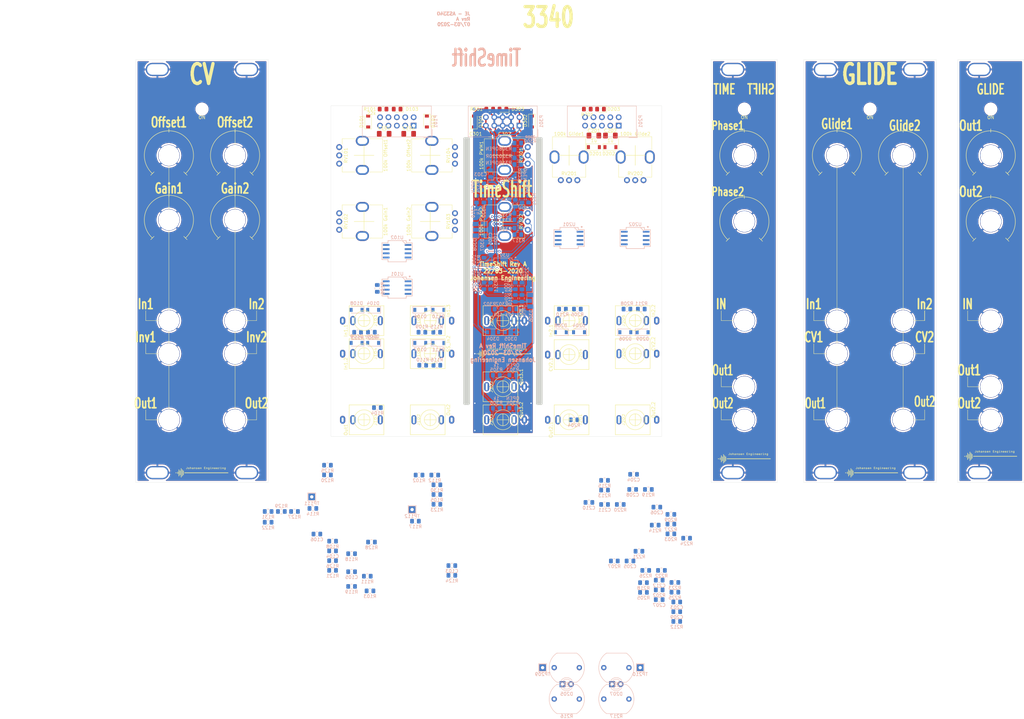
<source format=kicad_pcb>
(kicad_pcb (version 20171130) (host pcbnew "(5.1.5)-3")
  (layers (0 F.Cu signal) (31 B.Cu signal) (34 B.Paste user) (35 F.Paste user) (36 B.SilkS user) (37 F.SilkS user) (38 B.Mask user) (39 F.Mask user) (44 Edge.Cuts user))
  (net 0 "")
  (net 1 GND)
  (net 2 -12VA)
  (net 3 +12VA)
  (net 4 "Net-(J101-PadT)")
  (net 5 "Net-(J102-PadT)")
  (net 6 "Net-(J103-PadT)")
  (net 7 "Net-(J104-PadT)")
  (net 8 "Net-(J105-PadT)")
  (net 9 "Net-(J106-PadT)")
  (net 10 "Net-(D103-Pad2)")
  (net 11 "Net-(C207-Pad1)")
  (net 12 "Net-(C207-Pad2)")
  (net 13 "Net-(C208-Pad2)")
  (net 14 "Net-(C208-Pad1)")
  (net 15 "Net-(C209-Pad1)")
  (net 16 "Net-(C210-Pad1)")
  (net 17 "Net-(C211-Pad1)")
  (net 18 "Net-(C212-Pad2)")
  (net 19 In3.1a)
  (net 20 "Net-(C308-Pad2)")
  (net 21 "Net-(C309-Pad2)")
  (net 22 "Net-(C310-Pad2)")
  (net 23 "Net-(D104-Pad2)")
  (net 24 "Net-(D105-Pad2)")
  (net 25 "Net-(D106-Pad2)")
  (net 26 "Net-(D107-Pad2)")
  (net 27 "Net-(D203-Pad2)")
  (net 28 "Net-(D204-Pad2)")
  (net 29 "Net-(D205-Pad2)")
  (net 30 "Net-(D206-Pad2)")
  (net 31 "Net-(D207-Pad2)")
  (net 32 "Net-(D303-Pad2)")
  (net 33 "Net-(D304-Pad2)")
  (net 34 In3.1)
  (net 35 "Net-(D307-Pad1)")
  (net 36 "Net-(D308-Pad2)")
  (net 37 "Net-(J201-PadT)")
  (net 38 "Net-(J202-PadT)")
  (net 39 "Net-(J203-PadT)")
  (net 40 "Net-(J204-PadT)")
  (net 41 "Net-(J205-PadT)")
  (net 42 "Net-(J206-PadT)")
  (net 43 "Net-(J301-PadT)")
  (net 44 "Net-(J302-PadT)")
  (net 45 "Net-(J303-PadT)")
  (net 46 Out1)
  (net 47 Out2)
  (net 48 "Net-(R106-Pad1)")
  (net 49 "Net-(R111-Pad2)")
  (net 50 Flow1)
  (net 51 "Net-(R112-Pad1)")
  (net 52 In1)
  (net 53 Inv1)
  (net 54 In2)
  (net 55 Inv2)
  (net 56 "Net-(R117-Pad1)")
  (net 57 Flow2)
  (net 58 "Net-(R122-Pad2)")
  (net 59 "Net-(R123-Pad1)")
  (net 60 "Net-(R124-Pad1)")
  (net 61 "Net-(R125-Pad1)")
  (net 62 "Net-(R126-Pad1)")
  (net 63 "Net-(R127-Pad1)")
  (net 64 "Net-(R128-Pad2)")
  (net 65 "Net-(R129-Pad2)")
  (net 66 "Net-(R204-Pad1)")
  (net 67 "Net-(R205-Pad1)")
  (net 68 In2.1)
  (net 69 In2.2)
  (net 70 "Net-(R213-Pad1)")
  (net 71 "Net-(R215-Pad1)")
  (net 72 "Net-(R220-Pad1)")
  (net 73 "Net-(R221-Pad1)")
  (net 74 "Net-(R222-Pad1)")
  (net 75 "Net-(R223-Pad1)")
  (net 76 Out2.1)
  (net 77 Out2.2)
  (net 78 Out3.1)
  (net 79 Out3.2)
  (net 80 PosPk1)
  (net 81 "Net-(R308-Pad2)")
  (net 82 NegPk1)
  (net 83 "Net-(R312-Pad2)")
  (net 84 "Net-(R313-Pad2)")
  (net 85 "Net-(R315-Pad2)")
  (net 86 "Net-(R316-Pad2)")
  (net 87 "Net-(R317-Pad1)")
  (net 88 "Net-(R319-Pad1)")
  (net 89 "Net-(RV301-Pad2)")
  (module AJ:Johansen_engineering_logo_20mm (layer F.Cu) (at 102 125)
    (fp_text reference G*** hide)
    (fp_text value LOGO hide)
  )
  (module AJ:Pot_6m3_scale1 (layer F.Cu) (at 21 84.5)
    (fp_text reference TP107 hide)
    (fp_text value Gain)
    (pad 1 thru_hole circle (at 0 0) (size 6.5 6.5) (drill 6.3) (layers *.Cu *.Mask) (net 1 GND))
  )
  (module AJ:Pot_6m3_scale1 (layer F.Cu) (at 1 84.5)
    (fp_text reference TP112 hide)
    (fp_text value Fine)
    (pad 1 thru_hole circle (at 0 0) (size 6.5 6.5) (drill 6.3) (layers *.Cu *.Mask) (net 1 GND))
  )
  (module AJ:MountingHole_Eurorack3 (layer F.Cu) (at 226.5 39)
    (fp_text reference H104)
    (fp_text value MountingHole_Pad)
    (pad 1 thru_hole oval (at 0 0) (size 7 4) (drill oval 6.2 3.2) (layers *.Cu *.Mask) (net 1 GND))
  )
  (module AJ:Pot_6m3_scale1 (layer F.Cu) (at 223 65)
    (fp_text reference TP107 hide)
    (fp_text value OFF1)
    (pad 1 thru_hole circle (at 0 0) (size 6.5 6.5) (drill 6.3) (layers *.Cu *.Mask) (net 1 GND))
  )
  (module AJ:MountingHole_Eurorack3 (layer F.Cu) (at 199.5 39)
    (fp_text reference H102)
    (fp_text value MountingHole_Pad)
    (pad 1 thru_hole oval (at 0 0) (size 7 4) (drill oval 6.2 3.2) (layers *.Cu *.Mask) (net 1 GND))
  )
  (module AJ:MountingHole_Eurorack3 (layer B.Cu) (at 199.5 161)
    (fp_text reference H103)
    (fp_text value MountingHole_Pad)
    (pad 1 thru_hole oval (at 0 0) (size 7 4) (drill oval 6.2 3.2) (layers *.Cu *.Mask) (net 1 GND))
  )
  (module AJ:Jack_6m3 (layer F.Cu) (at 223 115)
    (fp_text reference TP107 hide)
    (fp_text value FM)
    (pad 1 thru_hole circle (at 0 0) (size 6.5 6.5) (drill 6.3) (layers *.Cu *.Mask) (net 1 GND))
  )
  (module AJ:LED_Hole_3mm (layer F.Cu) (at 213 51)
    (fp_text reference H101)
    (fp_text value ON (at 0 2.5) (layer F.SilkS))
    (pad "" np_thru_hole circle (at 0 0) (size 3 3) (drill 3) (layers *.Cu *.Mask))
  )
  (module AJ:MountingHole_Eurorack3 (layer B.Cu) (at 226.5 161)
    (fp_text reference H105)
    (fp_text value MountingHole_Pad)
    (pad 1 thru_hole oval (at 0 0) (size 7 4) (drill oval 6.2 3.2) (layers *.Cu *.Mask) (net 1 GND))
  )
  (module AJ:Jack_6m3 (layer F.Cu) (at 203 115)
    (fp_text reference TP102 hide)
    (fp_text value SQ)
    (pad 1 thru_hole circle (at 0 0) (size 6.5 6.5) (drill 6.3) (layers *.Cu *.Mask) (net 1 GND))
  )
  (module AJ:Jack_6m3 (layer F.Cu) (at 203.075001 145)
    (fp_text reference TP106 hide)
    (fp_text value HS)
    (pad 1 thru_hole circle (at 0 0) (size 6.5 6.5) (drill 6.3) (layers *.Cu *.Mask) (net 1 GND))
  )
  (module AJ:Jack_6m3 (layer F.Cu) (at 203 125)
    (fp_text reference TP108 hide)
    (fp_text value PWM)
    (pad 1 thru_hole circle (at 0 0) (size 6.5 6.5) (drill 6.3) (layers *.Cu *.Mask) (net 1 GND))
  )
  (module AJ:Pot_6m3_scale1 (layer F.Cu) (at 203 65)
    (fp_text reference TP112 hide)
    (fp_text value Fine)
    (pad 1 thru_hole circle (at 0 0) (size 6.5 6.5) (drill 6.3) (layers *.Cu *.Mask) (net 1 GND))
  )
  (module AJ:Jack_6m3 (layer F.Cu) (at 223 145)
    (fp_text reference TP105 hide)
    (fp_text value In3)
    (pad 1 thru_hole circle (at 0 0) (size 6.5 6.5) (drill 6.3) (layers *.Cu *.Mask) (net 1 GND))
  )
  (module AJ:Jack_6m3 (layer F.Cu) (at 223 125)
    (fp_text reference TP103 hide)
    (fp_text value In1)
    (pad 1 thru_hole circle (at 0 0) (size 6.5 6.5) (drill 6.3) (layers *.Cu *.Mask) (net 1 GND))
  )
  (module AJ:Johansen_engineering_logo_20mm (layer F.Cu) (at 249.5 156)
    (fp_text reference G*** hide)
    (fp_text value LOGO hide)
  )
  (module AJ:LED_Hole_3mm (layer F.Cu) (at 249.5 51)
    (fp_text reference H301)
    (fp_text value ON (at 0 2.5) (layer F.SilkS))
    (pad "" np_thru_hole circle (at 0 0) (size 3 3) (drill 3) (layers *.Cu *.Mask))
  )
  (module AJ:Johansen_engineering_logo_20mm (layer F.Cu) (at 175 156.75)
    (fp_text reference G*** hide)
    (fp_text value LOGO hide)
  )
  (module AJ:Pot_6m3_scale1 (layer F.Cu) (at 249.5 65)
    (fp_text reference TP304 hide)
    (fp_text value PWM1)
    (pad 1 thru_hole circle (at 0 0) (size 6.5 6.5) (drill 6.3) (layers *.Cu *.Mask) (net 1 GND))
  )
  (module AJ:Pot_6m3_scale1 (layer F.Cu) (at 249.5 85)
    (fp_text reference TP305 hide)
    (fp_text value PWM2)
    (pad 1 thru_hole circle (at 0 0) (size 6.5 6.5) (drill 6.3) (layers *.Cu *.Mask) (net 1 GND))
  )
  (module AJ:Jack_6m3 (layer F.Cu) (at 249.5 145)
    (fp_text reference TP303 hide)
    (fp_text value SQ)
    (pad 1 thru_hole circle (at 0 0) (size 6.5 6.5) (drill 6.3) (layers *.Cu *.Mask) (net 1 GND))
  )
  (module AJ:Jack_6m3 (layer F.Cu) (at 249.5 135)
    (fp_text reference TP302 hide)
    (fp_text value Tri)
    (pad 1 thru_hole circle (at 0 0) (size 6.5 6.5) (drill 6.3) (layers *.Cu *.Mask) (net 1 GND))
  )
  (module AJ:Jack_6m3 (layer F.Cu) (at 249.5 115)
    (fp_text reference TP301 hide)
    (fp_text value In1)
    (pad 1 thru_hole circle (at 0 0) (size 6.5 6.5) (drill 6.3) (layers *.Cu *.Mask) (net 1 GND))
  )
  (module AJ:MountingHole_Eurorack3 (layer B.Cu) (at 246 161)
    (fp_text reference H103)
    (fp_text value MountingHole_Pad)
    (pad 1 thru_hole oval (at 0 0) (size 7 4) (drill oval 6.2 3.2) (layers *.Cu *.Mask) (net 1 GND))
  )
  (module AJ:MountingHole_Eurorack3 (layer F.Cu) (at 246 39)
    (fp_text reference H102)
    (fp_text value MountingHole_Pad)
    (pad 1 thru_hole oval (at 0 0) (size 7 4) (drill oval 6.2 3.2) (layers *.Cu *.Mask) (net 1 GND))
  )
  (module AJ:MountingHole_Eurorack3 (layer F.Cu) (at 171.5 39)
    (fp_text reference H102)
    (fp_text value MountingHole_Pad)
    (pad 1 thru_hole oval (at 0 0) (size 7 4) (drill oval 6.2 3.2) (layers *.Cu *.Mask) (net 1 GND))
  )
  (module AJ:MountingHole_Eurorack3 (layer B.Cu) (at 171.5 161)
    (fp_text reference H103)
    (fp_text value MountingHole_Pad)
    (pad 1 thru_hole oval (at 0 0) (size 7 4) (drill oval 6.2 3.2) (layers *.Cu *.Mask) (net 1 GND))
  )
  (module AJ:Johansen_engineering_logo_20mm (layer F.Cu) (at 213.5 161)
    (fp_text reference G*** hide)
    (fp_text value LOGO hide)
  )
  (module AJ:Johansen_engineering_logo_20mm (layer F.Cu) (at 11 161)
    (fp_text reference G*** hide)
    (fp_text value LOGO hide)
  )
  (module AJ:Jack_6m3 (layer F.Cu) (at 21 125)
    (fp_text reference TP103 hide)
    (fp_text value In1)
    (pad 1 thru_hole circle (at 0 0) (size 6.5 6.5) (drill 6.3) (layers *.Cu *.Mask) (net 1 GND))
  )
  (module AJ:Jack_6m3 (layer F.Cu) (at 21 145)
    (fp_text reference TP105 hide)
    (fp_text value In3)
    (pad 1 thru_hole circle (at 0 0) (size 6.5 6.5) (drill 6.3) (layers *.Cu *.Mask) (net 1 GND))
  )
  (module AJ:Jack_6m3 (layer F.Cu) (at 1.075001 145)
    (fp_text reference TP106 hide)
    (fp_text value HS)
    (pad 1 thru_hole circle (at 0 0) (size 6.5 6.5) (drill 6.3) (layers *.Cu *.Mask) (net 1 GND))
  )
  (module AJ:Jack_6m3 (layer F.Cu) (at 21 115)
    (fp_text reference TP107 hide)
    (fp_text value FM)
    (pad 1 thru_hole circle (at 0 0) (size 6.5 6.5) (drill 6.3) (layers *.Cu *.Mask) (net 1 GND))
  )
  (module AJ:Jack_6m3 (layer F.Cu) (at 1 125)
    (fp_text reference TP108 hide)
    (fp_text value PWM)
    (pad 1 thru_hole circle (at 0 0) (size 6.5 6.5) (drill 6.3) (layers *.Cu *.Mask) (net 1 GND))
  )
  (module AJ:Jack_6m3 (layer F.Cu) (at 1 115)
    (fp_text reference TP102 hide)
    (fp_text value SQ)
    (pad 1 thru_hole circle (at 0 0) (size 6.5 6.5) (drill 6.3) (layers *.Cu *.Mask) (net 1 GND))
  )
  (module AJ:Pot_6m3_scale1 (layer F.Cu) (at 1 65)
    (fp_text reference TP112 hide)
    (fp_text value Fine)
    (pad 1 thru_hole circle (at 0 0) (size 6.5 6.5) (drill 6.3) (layers *.Cu *.Mask) (net 1 GND))
  )
  (module AJ:Pot_6m3_scale1 (layer F.Cu) (at 21 65)
    (fp_text reference TP107 hide)
    (fp_text value OFF1)
    (pad 1 thru_hole circle (at 0 0) (size 6.5 6.5) (drill 6.3) (layers *.Cu *.Mask) (net 1 GND))
  )
  (module AJ:MountingHole_Eurorack3 (layer F.Cu) (at -2.5 39)
    (fp_text reference H102)
    (fp_text value MountingHole_Pad)
    (pad 1 thru_hole oval (at 0 0) (size 7 4) (drill oval 6.2 3.2) (layers *.Cu *.Mask) (net 1 GND))
  )
  (module AJ:MountingHole_Eurorack3 (layer B.Cu) (at -2.5 161)
    (fp_text reference H103)
    (fp_text value MountingHole_Pad)
    (pad 1 thru_hole oval (at 0 0) (size 7 4) (drill oval 6.2 3.2) (layers *.Cu *.Mask) (net 1 GND))
  )
  (module AJ:MountingHole_Eurorack3 (layer F.Cu) (at 24.5 39)
    (fp_text reference H104)
    (fp_text value MountingHole_Pad)
    (pad 1 thru_hole oval (at 0 0) (size 7 4) (drill oval 6.2 3.2) (layers *.Cu *.Mask) (net 1 GND))
  )
  (module AJ:MountingHole_Eurorack3 (layer B.Cu) (at 24.5 161)
    (fp_text reference H105)
    (fp_text value MountingHole_Pad)
    (pad 1 thru_hole oval (at 0 0) (size 7 4) (drill oval 6.2 3.2) (layers *.Cu *.Mask) (net 1 GND))
  )
  (module AJ:LED_Hole_3mm (layer F.Cu) (at 11 51)
    (fp_text reference H101)
    (fp_text value ON (at 0 2.5) (layer F.SilkS))
    (pad "" np_thru_hole circle (at 0 0) (size 3 3) (drill 3) (layers *.Cu *.Mask))
  )
  (module Capacitor_SMD:C_1206_3216Metric_Pad1.42x1.75mm_HandSolder (layer F.Cu) (at 66.085001 58.475001)
    (fp_text reference C101 (at 0 -1.82) (layer F.SilkS))
    (fp_text value 1u)
    (pad 1 smd roundrect (at -1.4875 0) (size 1.425 1.75) (layers F.Cu F.Paste F.Mask) (roundrect_rratio 0.175439) (net 3 +12VA))
    (pad 2 smd roundrect (at 1.4875 0) (size 1.425 1.75) (layers F.Cu F.Paste F.Mask) (roundrect_rratio 0.175439) (net 1 GND))
  )
  (module Capacitor_SMD:C_1206_3216Metric_Pad1.42x1.75mm_HandSolder (layer F.Cu) (at 73.5 58.475001)
    (fp_text reference C102 (at 0 -1.82) (layer F.SilkS))
    (fp_text value 1u)
    (pad 2 smd roundrect (at 1.4875 0) (size 1.425 1.75) (layers F.Cu F.Paste F.Mask) (roundrect_rratio 0.175439) (net 2 -12VA))
    (pad 1 smd roundrect (at -1.4875 0) (size 1.425 1.75) (layers F.Cu F.Paste F.Mask) (roundrect_rratio 0.175439) (net 1 GND))
  )
  (module Capacitor_SMD:C_0805_2012Metric_Pad1.15x1.40mm_HandSolder (layer B.Cu) (at 86.555001 189.124999)
    (fp_text reference C103 (at 0 1.65) (layer B.SilkS) (effects (justify mirror)))
    (fp_text value 100n)
    (pad 1 smd roundrect (at -1.025 0) (size 1.15 1.4) (layers B.Cu B.Paste B.Mask) (roundrect_rratio 0.217391) (net 3 +12VA))
    (pad 2 smd roundrect (at 1.025 0) (size 1.15 1.4) (layers B.Cu B.Paste B.Mask) (roundrect_rratio 0.217391) (net 1 GND))
  )
  (module Capacitor_SMD:C_0805_2012Metric_Pad1.15x1.40mm_HandSolder (layer B.Cu) (at 50.485001 184.674999)
    (fp_text reference C104 (at 0 1.65) (layer B.SilkS) (effects (justify mirror)))
    (fp_text value 100n)
    (pad 1 smd roundrect (at -1.025 0) (size 1.15 1.4) (layers B.Cu B.Paste B.Mask) (roundrect_rratio 0.217391) (net 1 GND))
    (pad 2 smd roundrect (at 1.025 0) (size 1.15 1.4) (layers B.Cu B.Paste B.Mask) (roundrect_rratio 0.217391) (net 2 -12VA))
  )
  (module Capacitor_SMD:C_0805_2012Metric_Pad1.15x1.40mm_HandSolder (layer B.Cu) (at 56.235001 190.974999)
    (fp_text reference C105 (at 0 1.65) (layer B.SilkS) (effects (justify mirror)))
    (fp_text value 100n)
    (pad 2 smd roundrect (at 1.025 0) (size 1.15 1.4) (layers B.Cu B.Paste B.Mask) (roundrect_rratio 0.217391) (net 1 GND))
    (pad 1 smd roundrect (at -1.025 0) (size 1.15 1.4) (layers B.Cu B.Paste B.Mask) (roundrect_rratio 0.217391) (net 3 +12VA))
  )
  (module Capacitor_SMD:C_0805_2012Metric_Pad1.15x1.40mm_HandSolder (layer B.Cu) (at 45.745001 179.574999)
    (fp_text reference C106 (at 0 1.65) (layer B.SilkS) (effects (justify mirror)))
    (fp_text value 100n)
    (pad 2 smd roundrect (at 1.025 0) (size 1.15 1.4) (layers B.Cu B.Paste B.Mask) (roundrect_rratio 0.217391) (net 2 -12VA))
    (pad 1 smd roundrect (at -1.025 0) (size 1.15 1.4) (layers B.Cu B.Paste B.Mask) (roundrect_rratio 0.217391) (net 1 GND))
  )
  (module Capacitor_SMD:C_1206_3216Metric_Pad1.42x1.75mm_HandSolder (layer F.Cu) (at 129.5 59)
    (fp_text reference C201 (at 0 -1.5) (layer F.SilkS))
    (fp_text value 1u (at 0 1.5) (layer F.SilkS))
    (pad 1 smd roundrect (at -1.4875 0) (size 1.425 1.75) (layers F.Cu F.Paste F.Mask) (roundrect_rratio 0.175439) (net 3 +12VA))
    (pad 2 smd roundrect (at 1.4875 0) (size 1.425 1.75) (layers F.Cu F.Paste F.Mask) (roundrect_rratio 0.175439) (net 1 GND))
  )
  (module Capacitor_SMD:C_1206_3216Metric_Pad1.42x1.75mm_HandSolder (layer F.Cu) (at 134.4875 59)
    (fp_text reference C202 (at 0 -1.5) (layer F.SilkS))
    (fp_text value 1u (at 0.0125 1.5) (layer F.SilkS))
    (pad 2 smd roundrect (at 1.4875 0) (size 1.425 1.75) (layers F.Cu F.Paste F.Mask) (roundrect_rratio 0.175439) (net 2 -12VA))
    (pad 1 smd roundrect (at -1.4875 0) (size 1.425 1.75) (layers F.Cu F.Paste F.Mask) (roundrect_rratio 0.175439) (net 1 GND))
  )
  (module Capacitor_SMD:C_0805_2012Metric_Pad1.15x1.40mm_HandSolder (layer B.Cu) (at 154.555001 200.124999)
    (fp_text reference C203 (at 0 1.65) (layer B.SilkS) (effects (justify mirror)))
    (fp_text value 100n)
    (pad 1 smd roundrect (at -1.025 0) (size 1.15 1.4) (layers B.Cu B.Paste B.Mask) (roundrect_rratio 0.217391) (net 3 +12VA))
    (pad 2 smd roundrect (at 1.025 0) (size 1.15 1.4) (layers B.Cu B.Paste B.Mask) (roundrect_rratio 0.217391) (net 1 GND))
  )
  (module Capacitor_SMD:C_0805_2012Metric_Pad1.15x1.40mm_HandSolder (layer B.Cu) (at 141.5 161.5)
    (fp_text reference C204 (at 0 1.65) (layer B.SilkS) (effects (justify mirror)))
    (fp_text value 100n)
    (pad 1 smd roundrect (at -1.025 0) (size 1.15 1.4) (layers B.Cu B.Paste B.Mask) (roundrect_rratio 0.217391) (net 1 GND))
    (pad 2 smd roundrect (at 1.025 0) (size 1.15 1.4) (layers B.Cu B.Paste B.Mask) (roundrect_rratio 0.217391) (net 2 -12VA))
  )
  (module Capacitor_SMD:C_0805_2012Metric_Pad1.15x1.40mm_HandSolder (layer B.Cu) (at 140.425001 187.724999)
    (fp_text reference C205 (at 0 1.65) (layer B.SilkS) (effects (justify mirror)))
    (fp_text value 100n)
    (pad 1 smd roundrect (at -1.025 0) (size 1.15 1.4) (layers B.Cu B.Paste B.Mask) (roundrect_rratio 0.217391) (net 3 +12VA))
    (pad 2 smd roundrect (at 1.025 0) (size 1.15 1.4) (layers B.Cu B.Paste B.Mask) (roundrect_rratio 0.217391) (net 1 GND))
  )
  (module Capacitor_SMD:C_0805_2012Metric_Pad1.15x1.40mm_HandSolder (layer B.Cu) (at 148.535001 171.424999)
    (fp_text reference C206 (at 0 1.65) (layer B.SilkS) (effects (justify mirror)))
    (fp_text value 100n)
    (pad 2 smd roundrect (at 1.025 0) (size 1.15 1.4) (layers B.Cu B.Paste B.Mask) (roundrect_rratio 0.217391) (net 2 -12VA))
    (pad 1 smd roundrect (at -1.025 0) (size 1.15 1.4) (layers B.Cu B.Paste B.Mask) (roundrect_rratio 0.217391) (net 1 GND))
  )
  (module Capacitor_SMD:C_0805_2012Metric_Pad1.15x1.40mm_HandSolder (layer B.Cu) (at 149.245001 199.424999)
    (fp_text reference C207 (at 0 1.65) (layer B.SilkS) (effects (justify mirror)))
    (fp_text value OPEN)
    (pad 1 smd roundrect (at -1.025 0) (size 1.15 1.4) (layers B.Cu B.Paste B.Mask) (roundrect_rratio 0.217391) (net 11 "Net-(C207-Pad1)"))
    (pad 2 smd roundrect (at 1.025 0) (size 1.15 1.4) (layers B.Cu B.Paste B.Mask) (roundrect_rratio 0.217391) (net 12 "Net-(C207-Pad2)"))
  )
  (module Capacitor_SMD:C_0805_2012Metric_Pad1.15x1.40mm_HandSolder (layer B.Cu) (at 141.225001 166.074999)
    (fp_text reference C208 (at 0 1.65) (layer B.SilkS) (effects (justify mirror)))
    (fp_text value 1u)
    (pad 2 smd roundrect (at 1.025 0) (size 1.15 1.4) (layers B.Cu B.Paste B.Mask) (roundrect_rratio 0.217391) (net 13 "Net-(C208-Pad2)"))
    (pad 1 smd roundrect (at -1.025 0) (size 1.15 1.4) (layers B.Cu B.Paste B.Mask) (roundrect_rratio 0.217391) (net 14 "Net-(C208-Pad1)"))
  )
  (module Capacitor_SMD:C_0805_2012Metric_Pad1.15x1.40mm_HandSolder (layer B.Cu) (at 154.555001 203.074999)
    (fp_text reference C209 (at 0 1.65) (layer B.SilkS) (effects (justify mirror)))
    (fp_text value 1u)
    (pad 2 smd roundrect (at 1.025 0) (size 1.15 1.4) (layers B.Cu B.Paste B.Mask) (roundrect_rratio 0.217391) (net 1 GND))
    (pad 1 smd roundrect (at -1.025 0) (size 1.15 1.4) (layers B.Cu B.Paste B.Mask) (roundrect_rratio 0.217391) (net 15 "Net-(C209-Pad1)"))
  )
  (module Capacitor_SMD:C_0805_2012Metric_Pad1.15x1.40mm_HandSolder (layer B.Cu) (at 128 170)
    (fp_text reference C210 (at 0 1.65) (layer B.SilkS) (effects (justify mirror)))
    (fp_text value 1u)
    (pad 2 smd roundrect (at 1.025 0) (size 1.15 1.4) (layers B.Cu B.Paste B.Mask) (roundrect_rratio 0.217391) (net 1 GND))
    (pad 1 smd roundrect (at -1.025 0) (size 1.15 1.4) (layers B.Cu B.Paste B.Mask) (roundrect_rratio 0.217391) (net 16 "Net-(C210-Pad1)"))
  )
  (module Capacitor_SMD:C_0805_2012Metric_Pad1.15x1.40mm_HandSolder (layer B.Cu) (at 132.725001 170.624999)
    (fp_text reference C211 (at 0 1.65) (layer B.SilkS) (effects (justify mirror)))
    (fp_text value 4u7)
    (pad 1 smd roundrect (at -1.025 0) (size 1.15 1.4) (layers B.Cu B.Paste B.Mask) (roundrect_rratio 0.217391) (net 17 "Net-(C211-Pad1)"))
    (pad 2 smd roundrect (at 1.025 0) (size 1.15 1.4) (layers B.Cu B.Paste B.Mask) (roundrect_rratio 0.217391) (net 1 GND))
  )
  (module Capacitor_SMD:C_0805_2012Metric_Pad1.15x1.40mm_HandSolder (layer B.Cu) (at 149.245001 193.524999)
    (fp_text reference C212 (at 0 1.65) (layer B.SilkS) (effects (justify mirror)))
    (fp_text value OPEN)
    (pad 2 smd roundrect (at 1.025 0) (size 1.15 1.4) (layers B.Cu B.Paste B.Mask) (roundrect_rratio 0.217391) (net 18 "Net-(C212-Pad2)"))
    (pad 1 smd roundrect (at -1.025 0) (size 1.15 1.4) (layers B.Cu B.Paste B.Mask) (roundrect_rratio 0.217391) (net 1 GND))
  )
  (module Capacitor_SMD:C_1206_3216Metric_Pad1.42x1.75mm_HandSolder (layer F.Cu) (at 98.25 58.5)
    (fp_text reference C301 (at -4.5 0) (layer F.SilkS))
    (fp_text value 1u)
    (pad 2 smd roundrect (at 1.4875 0) (size 1.425 1.75) (layers F.Cu F.Paste F.Mask) (roundrect_rratio 0.175439) (net 1 GND))
    (pad 1 smd roundrect (at -1.4875 0) (size 1.425 1.75) (layers F.Cu F.Paste F.Mask) (roundrect_rratio 0.175439) (net 3 +12VA))
  )
  (module Capacitor_SMD:C_1206_3216Metric_Pad1.42x1.75mm_HandSolder (layer F.Cu) (at 106.75 58.5)
    (fp_text reference C302 (at -4.25 0) (layer F.SilkS))
    (fp_text value 1u)
    (pad 1 smd roundrect (at -1.4875 0) (size 1.425 1.75) (layers F.Cu F.Paste F.Mask) (roundrect_rratio 0.175439) (net 1 GND))
    (pad 2 smd roundrect (at 1.4875 0) (size 1.425 1.75) (layers F.Cu F.Paste F.Mask) (roundrect_rratio 0.175439) (net 2 -12VA))
  )
  (module Capacitor_SMD:C_0805_2012Metric_Pad1.15x1.40mm_HandSolder (layer B.Cu) (at 98.25 70.5 90)
    (fp_text reference C303 (at -0.25 -3 180) (layer B.SilkS) (effects (justify mirror)))
    (fp_text value 100n)
    (pad 2 smd roundrect (at 1.025 0 90) (size 1.15 1.4) (layers B.Cu B.Paste B.Mask) (roundrect_rratio 0.217391) (net 1 GND))
    (pad 1 smd roundrect (at -1.025 0 90) (size 1.15 1.4) (layers B.Cu B.Paste B.Mask) (roundrect_rratio 0.217391) (net 3 +12VA))
  )
  (module Capacitor_SMD:C_0805_2012Metric_Pad1.15x1.40mm_HandSolder (layer B.Cu) (at 105.75 79.5 90)
    (fp_text reference C304 (at -1.5 3 180) (layer B.SilkS) (effects (justify mirror)))
    (fp_text value 100n)
    (pad 2 smd roundrect (at 1.025 0 90) (size 1.15 1.4) (layers B.Cu B.Paste B.Mask) (roundrect_rratio 0.217391) (net 2 -12VA))
    (pad 1 smd roundrect (at -1.025 0 90) (size 1.15 1.4) (layers B.Cu B.Paste B.Mask) (roundrect_rratio 0.217391) (net 1 GND))
  )
  (module Capacitor_SMD:C_0805_2012Metric_Pad1.15x1.40mm_HandSolder (layer B.Cu) (at 98.25 94.025 90)
    (fp_text reference C305 (at 3.775 0 90) (layer B.SilkS) (effects (justify mirror)))
    (fp_text value 100n (at 3.775 1.5 90) (layer B.SilkS) (effects (justify mirror)))
    (pad 1 smd roundrect (at -1.025 0 90) (size 1.15 1.4) (layers B.Cu B.Paste B.Mask) (roundrect_rratio 0.217391) (net 3 +12VA))
    (pad 2 smd roundrect (at 1.025 0 90) (size 1.15 1.4) (layers B.Cu B.Paste B.Mask) (roundrect_rratio 0.217391) (net 1 GND))
  )
  (module Capacitor_SMD:C_0805_2012Metric_Pad1.15x1.40mm_HandSolder (layer B.Cu) (at 105.75 104.5 90)
    (fp_text reference C306 (at 0 -1.5 90) (layer B.SilkS) (effects (justify mirror)))
    (fp_text value 100n (at 0 -2.75 90) (layer B.SilkS) (effects (justify mirror)))
    (pad 1 smd roundrect (at -1.025 0 90) (size 1.15 1.4) (layers B.Cu B.Paste B.Mask) (roundrect_rratio 0.217391) (net 1 GND))
    (pad 2 smd roundrect (at 1.025 0 90) (size 1.15 1.4) (layers B.Cu B.Paste B.Mask) (roundrect_rratio 0.217391) (net 2 -12VA))
  )
  (module Capacitor_SMD:C_0805_2012Metric_Pad1.15x1.40mm_HandSolder (layer B.Cu) (at 107.75 108.25 90)
    (fp_text reference C307 (at -3.75 -0.25 90) (layer B.SilkS) (effects (justify mirror)))
    (fp_text value OPEN (at -3.5 0.75 90) (layer B.SilkS) (effects (font (size 0.8 0.8) (thickness 0.1)) (justify mirror)))
    (pad 1 smd roundrect (at -1.025 0 90) (size 1.15 1.4) (layers B.Cu B.Paste B.Mask) (roundrect_rratio 0.217391) (net 1 GND))
    (pad 2 smd roundrect (at 1.025 0 90) (size 1.15 1.4) (layers B.Cu B.Paste B.Mask) (roundrect_rratio 0.217391) (net 19 In3.1a))
  )
  (module Capacitor_SMD:C_0805_2012Metric_Pad1.15x1.40mm_HandSolder (layer B.Cu) (at 96.25 100.75 90)
    (fp_text reference C308 (at 0 -1.5 90) (layer B.SilkS) (effects (justify mirror)))
    (fp_text value 100n (at 0 -3 90) (layer B.SilkS) (effects (justify mirror)))
    (pad 2 smd roundrect (at 1.025 0 90) (size 1.15 1.4) (layers B.Cu B.Paste B.Mask) (roundrect_rratio 0.217391) (net 20 "Net-(C308-Pad2)"))
    (pad 1 smd roundrect (at -1.025 0 90) (size 1.15 1.4) (layers B.Cu B.Paste B.Mask) (roundrect_rratio 0.217391) (net 1 GND))
  )
  (module Capacitor_SMD:C_0805_2012Metric_Pad1.15x1.40mm_HandSolder (layer B.Cu) (at 107.75 78.25 90)
    (fp_text reference C309 (at 3.75 1.75 90) (layer B.SilkS) (effects (justify mirror)))
    (fp_text value 1u)
    (pad 1 smd roundrect (at -1.025 0 90) (size 1.15 1.4) (layers B.Cu B.Paste B.Mask) (roundrect_rratio 0.217391) (net 1 GND))
    (pad 2 smd roundrect (at 1.025 0 90) (size 1.15 1.4) (layers B.Cu B.Paste B.Mask) (roundrect_rratio 0.217391) (net 21 "Net-(C309-Pad2)"))
  )
  (module Capacitor_SMD:C_0805_2012Metric_Pad1.15x1.40mm_HandSolder (layer B.Cu) (at 94 78.25 90)
    (fp_text reference C310 (at -3.75 -1 90) (layer B.SilkS) (effects (justify mirror)))
    (fp_text value 1u (at -3.75 0.25 90) (layer B.SilkS) (effects (justify mirror)))
    (pad 2 smd roundrect (at 1.025 0 90) (size 1.15 1.4) (layers B.Cu B.Paste B.Mask) (roundrect_rratio 0.217391) (net 22 "Net-(C310-Pad2)"))
    (pad 1 smd roundrect (at -1.025 0 90) (size 1.15 1.4) (layers B.Cu B.Paste B.Mask) (roundrect_rratio 0.217391) (net 1 GND))
  )
  (module Diode_SMD:D_SOD-123 (layer F.Cu) (at 61.25 54.75 90)
    (fp_text reference D101 (at 0 -2 90) (layer F.SilkS))
    (fp_text value 1N1007)
    (pad 2 smd rect (at 1.65 0 90) (size 0.9 1.2) (layers F.Cu F.Paste F.Mask) (net 1 GND))
    (pad 1 smd rect (at -1.65 0 90) (size 0.9 1.2) (layers F.Cu F.Paste F.Mask) (net 3 +12VA))
  )
  (module Diode_SMD:D_SOD-123 (layer F.Cu) (at 79 54.75 270)
    (fp_text reference D102 (at 0 -2 90) (layer F.SilkS))
    (fp_text value 1N1007)
    (pad 2 smd rect (at 1.65 0 270) (size 0.9 1.2) (layers F.Cu F.Paste F.Mask) (net 2 -12VA))
    (pad 1 smd rect (at -1.65 0 270) (size 0.9 1.2) (layers F.Cu F.Paste F.Mask) (net 1 GND))
  )
  (module LED_SMD:LED_0805_2012Metric_Pad1.15x1.40mm_HandSolder (layer F.Cu) (at 70 51 180)
    (fp_text reference D103 (at -4.5 0) (layer F.SilkS))
    (fp_text value LED)
    (pad 1 smd roundrect (at -1.025 0 180) (size 1.15 1.4) (layers F.Cu F.Paste F.Mask) (roundrect_rratio 0.217391) (net 2 -12VA))
    (pad 2 smd roundrect (at 1.025 0 180) (size 1.15 1.4) (layers F.Cu F.Paste F.Mask) (roundrect_rratio 0.217391) (net 10 "Net-(D103-Pad2)"))
  )
  (module Diode_SMD:D_SOD-123 (layer B.Cu) (at 62.75 111.75 180)
    (fp_text reference D104 (at 0 2) (layer B.SilkS) (effects (justify mirror)))
    (fp_text value 1N1007)
    (pad 2 smd rect (at 1.65 0 180) (size 0.9 1.2) (layers B.Cu B.Paste B.Mask) (net 23 "Net-(D104-Pad2)"))
    (pad 1 smd rect (at -1.65 0 180) (size 0.9 1.2) (layers B.Cu B.Paste B.Mask) (net 3 +12VA))
  )
  (module Diode_SMD:D_SOD-123 (layer B.Cu) (at 62.75 121.75 180)
    (fp_text reference D105 (at 0 2) (layer B.SilkS) (effects (justify mirror)))
    (fp_text value 1N1007)
    (pad 2 smd rect (at 1.65 0 180) (size 0.9 1.2) (layers B.Cu B.Paste B.Mask) (net 24 "Net-(D105-Pad2)"))
    (pad 1 smd rect (at -1.65 0 180) (size 0.9 1.2) (layers B.Cu B.Paste B.Mask) (net 3 +12VA))
  )
  (module Diode_SMD:D_SOD-123 (layer B.Cu) (at 77 111.75)
    (fp_text reference D106 (at 0 2) (layer B.SilkS) (effects (justify mirror)))
    (fp_text value 1N1007)
    (pad 2 smd rect (at 1.65 0) (size 0.9 1.2) (layers B.Cu B.Paste B.Mask) (net 25 "Net-(D106-Pad2)"))
    (pad 1 smd rect (at -1.65 0) (size 0.9 1.2) (layers B.Cu B.Paste B.Mask) (net 3 +12VA))
  )
  (module Diode_SMD:D_SOD-123 (layer B.Cu) (at 77 121.75)
    (fp_text reference D107 (at 0 2) (layer B.SilkS) (effects (justify mirror)))
    (fp_text value 1N1007)
    (pad 2 smd rect (at 1.65 0) (size 0.9 1.2) (layers B.Cu B.Paste B.Mask) (net 26 "Net-(D107-Pad2)"))
    (pad 1 smd rect (at -1.65 0) (size 0.9 1.2) (layers B.Cu B.Paste B.Mask) (net 3 +12VA))
  )
  (module Diode_SMD:D_SOD-123 (layer B.Cu) (at 57.75 111.75 180)
    (fp_text reference D108 (at 0 2) (layer B.SilkS) (effects (justify mirror)))
    (fp_text value 1N1007)
    (pad 1 smd rect (at -1.65 0 180) (size 0.9 1.2) (layers B.Cu B.Paste B.Mask) (net 23 "Net-(D104-Pad2)"))
    (pad 2 smd rect (at 1.65 0 180) (size 0.9 1.2) (layers B.Cu B.Paste B.Mask) (net 2 -12VA))
  )
  (module Diode_SMD:D_SOD-123 (layer B.Cu) (at 57.75 121.75 180)
    (fp_text reference D109 (at 0 2) (layer B.SilkS) (effects (justify mirror)))
    (fp_text value 1N1007)
    (pad 1 smd rect (at -1.65 0 180) (size 0.9 1.2) (layers B.Cu B.Paste B.Mask) (net 24 "Net-(D105-Pad2)"))
    (pad 2 smd rect (at 1.65 0 180) (size 0.9 1.2) (layers B.Cu B.Paste B.Mask) (net 2 -12VA))
  )
  (module Diode_SMD:D_SOD-123 (layer B.Cu) (at 82.5 111.75)
    (fp_text reference D110 (at 0 2) (layer B.SilkS) (effects (justify mirror)))
    (fp_text value 1N1007)
    (pad 1 smd rect (at -1.65 0) (size 0.9 1.2) (layers B.Cu B.Paste B.Mask) (net 25 "Net-(D106-Pad2)"))
    (pad 2 smd rect (at 1.65 0) (size 0.9 1.2) (layers B.Cu B.Paste B.Mask) (net 2 -12VA))
  )
  (module Diode_SMD:D_SOD-123 (layer B.Cu) (at 82.5 121.774999)
    (fp_text reference D111 (at 0 2) (layer B.SilkS) (effects (justify mirror)))
    (fp_text value 1N1007)
    (pad 1 smd rect (at -1.65 0) (size 0.9 1.2) (layers B.Cu B.Paste B.Mask) (net 26 "Net-(D107-Pad2)"))
    (pad 2 smd rect (at 1.65 0) (size 0.9 1.2) (layers B.Cu B.Paste B.Mask) (net 2 -12VA))
  )
  (module Diode_SMD:D_SOD-123 (layer F.Cu) (at 129.5 62.5)
    (fp_text reference D201 (at 0.5 2) (layer F.SilkS))
    (fp_text value 1N1007)
    (pad 2 smd rect (at 1.65 0) (size 0.9 1.2) (layers F.Cu F.Paste F.Mask) (net 1 GND))
    (pad 1 smd rect (at -1.65 0) (size 0.9 1.2) (layers F.Cu F.Paste F.Mask) (net 3 +12VA))
  )
  (module Diode_SMD:D_SOD-123 (layer F.Cu) (at 134.5 62.5)
    (fp_text reference D202 (at -0.5 2) (layer F.SilkS))
    (fp_text value 1N1007)
    (pad 1 smd rect (at -1.65 0) (size 0.9 1.2) (layers F.Cu F.Paste F.Mask) (net 1 GND))
    (pad 2 smd rect (at 1.65 0) (size 0.9 1.2) (layers F.Cu F.Paste F.Mask) (net 2 -12VA))
  )
  (module LED_SMD:LED_0805_2012Metric_Pad1.15x1.40mm_HandSolder (layer F.Cu) (at 131.5 51 180)
    (fp_text reference D203 (at -4 0) (layer F.SilkS))
    (fp_text value LED)
    (pad 1 smd roundrect (at -1.025 0 180) (size 1.15 1.4) (layers F.Cu F.Paste F.Mask) (roundrect_rratio 0.217391) (net 2 -12VA))
    (pad 2 smd roundrect (at 1.025 0 180) (size 1.15 1.4) (layers F.Cu F.Paste F.Mask) (roundrect_rratio 0.217391) (net 27 "Net-(D203-Pad2)"))
  )
  (module Diode_SMD:D_SOD-123 (layer B.Cu) (at 125 118.5 180)
    (fp_text reference D204 (at 0 2) (layer B.SilkS) (effects (justify mirror)))
    (fp_text value 1N1007)
    (pad 1 smd rect (at -1.65 0 180) (size 0.9 1.2) (layers B.Cu B.Paste B.Mask) (net 3 +12VA))
    (pad 2 smd rect (at 1.65 0 180) (size 0.9 1.2) (layers B.Cu B.Paste B.Mask) (net 28 "Net-(D204-Pad2)"))
  )
  (module LED_THT:LED_D3.0mm (layer B.Cu) (at 120 225)
    (fp_text reference D205 (at 1.27 2.96) (layer B.SilkS) (effects (justify mirror)))
    (fp_text value LED)
    (pad 2 thru_hole circle (at 2.54 0) (size 1.8 1.8) (drill 0.9) (layers *.Cu *.Mask) (net 29 "Net-(D205-Pad2)"))
    (pad 1 thru_hole rect (at 0 0) (size 1.8 1.8) (drill 0.9) (layers *.Cu *.Mask) (net 1 GND))
  )
  (module Diode_SMD:D_SOD-123 (layer B.Cu) (at 139 118.5)
    (fp_text reference D206 (at 0 2) (layer B.SilkS) (effects (justify mirror)))
    (fp_text value 1N1007)
    (pad 1 smd rect (at -1.65 0) (size 0.9 1.2) (layers B.Cu B.Paste B.Mask) (net 3 +12VA))
    (pad 2 smd rect (at 1.65 0) (size 0.9 1.2) (layers B.Cu B.Paste B.Mask) (net 30 "Net-(D206-Pad2)"))
  )
  (module LED_THT:LED_D3.0mm (layer B.Cu) (at 135 225)
    (fp_text reference D207 (at 1.27 2.96) (layer B.SilkS) (effects (justify mirror)))
    (fp_text value LED)
    (pad 1 thru_hole rect (at 0 0) (size 1.8 1.8) (drill 0.9) (layers *.Cu *.Mask) (net 1 GND))
    (pad 2 thru_hole circle (at 2.54 0) (size 1.8 1.8) (drill 0.9) (layers *.Cu *.Mask) (net 31 "Net-(D207-Pad2)"))
  )
  (module Diode_SMD:D_SOD-123 (layer B.Cu) (at 119.5 118.5 180)
    (fp_text reference D208 (at 0 2) (layer B.SilkS) (effects (justify mirror)))
    (fp_text value 1N1007)
    (pad 1 smd rect (at -1.65 0 180) (size 0.9 1.2) (layers B.Cu B.Paste B.Mask) (net 28 "Net-(D204-Pad2)"))
    (pad 2 smd rect (at 1.65 0 180) (size 0.9 1.2) (layers B.Cu B.Paste B.Mask) (net 1 GND))
  )
  (module Diode_SMD:D_SOD-123 (layer B.Cu) (at 144.225001 118.524999)
    (fp_text reference D209 (at 0 2) (layer B.SilkS) (effects (justify mirror)))
    (fp_text value 1N1007)
    (pad 2 smd rect (at 1.65 0) (size 0.9 1.2) (layers B.Cu B.Paste B.Mask) (net 1 GND))
    (pad 1 smd rect (at -1.65 0) (size 0.9 1.2) (layers B.Cu B.Paste B.Mask) (net 30 "Net-(D206-Pad2)"))
  )
  (module Diode_SMD:D_SOD-123 (layer F.Cu) (at 93.25 54.75 90)
    (fp_text reference D301 (at 0 2 90) (layer F.SilkS))
    (fp_text value 1N1007)
    (pad 2 smd rect (at 1.65 0 90) (size 0.9 1.2) (layers F.Cu F.Paste F.Mask) (net 1 GND))
    (pad 1 smd rect (at -1.65 0 90) (size 0.9 1.2) (layers F.Cu F.Paste F.Mask) (net 3 +12VA))
  )
  (module Diode_SMD:D_SOD-123 (layer F.Cu) (at 110.75 54.75 270)
    (fp_text reference D302 (at -0.25 2 90) (layer F.SilkS))
    (fp_text value 1N1007)
    (pad 1 smd rect (at -1.65 0 270) (size 0.9 1.2) (layers F.Cu F.Paste F.Mask) (net 1 GND))
    (pad 2 smd rect (at 1.65 0 270) (size 0.9 1.2) (layers F.Cu F.Paste F.Mask) (net 2 -12VA))
  )
  (module LED_SMD:LED_0805_2012Metric_Pad1.15x1.40mm_HandSolder (layer F.Cu) (at 102 51 180)
    (fp_text reference D303 (at -4.5 0) (layer F.SilkS))
    (fp_text value LED)
    (pad 2 smd roundrect (at 1.025 0 180) (size 1.15 1.4) (layers F.Cu F.Paste F.Mask) (roundrect_rratio 0.217391) (net 32 "Net-(D303-Pad2)"))
    (pad 1 smd roundrect (at -1.025 0 180) (size 1.15 1.4) (layers F.Cu F.Paste F.Mask) (roundrect_rratio 0.217391) (net 2 -12VA))
  )
  (module Diode_SMD:D_SOD-123 (layer B.Cu) (at 99 118.5)
    (fp_text reference D304 (at 0 2) (layer B.SilkS) (effects (justify mirror)))
    (fp_text value 1N1007)
    (pad 1 smd rect (at -1.65 0) (size 0.9 1.2) (layers B.Cu B.Paste B.Mask) (net 3 +12VA))
    (pad 2 smd rect (at 1.65 0) (size 0.9 1.2) (layers B.Cu B.Paste B.Mask) (net 33 "Net-(D304-Pad2)"))
  )
  (module Diode_SMD:D_SOD-123 (layer B.Cu) (at 104.35 118.5)
    (fp_text reference D305 (at 0 2) (layer B.SilkS) (effects (justify mirror)))
    (fp_text value 1N1007)
    (pad 2 smd rect (at 1.65 0) (size 0.9 1.2) (layers B.Cu B.Paste B.Mask) (net 1 GND))
    (pad 1 smd rect (at -1.65 0) (size 0.9 1.2) (layers B.Cu B.Paste B.Mask) (net 33 "Net-(D304-Pad2)"))
  )
  (module Diode_SMD:D_MiniMELF (layer B.Cu) (at 110.25 109 270)
    (fp_text reference D306 (at 4.5 -0.25 90) (layer B.SilkS) (effects (justify mirror)))
    (fp_text value 1N4148)
    (pad 1 smd rect (at -1.75 0 270) (size 1.3 1.7) (layers B.Cu B.Paste B.Mask) (net 19 In3.1a))
    (pad 2 smd rect (at 1.75 0 270) (size 1.3 1.7) (layers B.Cu B.Paste B.Mask) (net 34 In3.1))
  )
  (module Diode_SMD:D_MiniMELF (layer B.Cu) (at 96.25 87.5 270)
    (fp_text reference D307 (at 4.5 0.5 90) (layer B.SilkS) (effects (justify mirror)))
    (fp_text value 1N4148)
    (pad 2 smd rect (at 1.75 0 270) (size 1.3 1.7) (layers B.Cu B.Paste B.Mask) (net 19 In3.1a))
    (pad 1 smd rect (at -1.75 0 270) (size 1.3 1.7) (layers B.Cu B.Paste B.Mask) (net 35 "Net-(D307-Pad1)"))
  )
  (module Diode_SMD:D_MiniMELF (layer B.Cu) (at 93.75 87.5 90)
    (fp_text reference D308 (at -4.5 -0.25 90) (layer B.SilkS) (effects (justify mirror)))
    (fp_text value 1N4148)
    (pad 1 smd rect (at -1.75 0 90) (size 1.3 1.7) (layers B.Cu B.Paste B.Mask) (net 19 In3.1a))
    (pad 2 smd rect (at 1.75 0 90) (size 1.3 1.7) (layers B.Cu B.Paste B.Mask) (net 36 "Net-(D308-Pad2)"))
  )
  (module AJ:LED_Hole_3mm (layer F.Cu) (at 175 51)
    (fp_text reference H301)
    (fp_text value ON (at 0 2.5) (layer F.SilkS))
    (pad "" np_thru_hole circle (at 0 0) (size 3 3) (drill 3) (layers *.Cu *.Mask))
  )
  (module AJ-Dropbox-Kicad:PJ301SM (layer F.Cu) (at 60 145 270)
    (fp_text reference J101 (at 0 -3.5 90) (layer F.SilkS) (effects (font (size 0.75 1) (thickness 0.125))))
    (fp_text value Out1 (at 3 5.5 90) (layer F.SilkS))
    (pad T thru_hole oval (at 0 -4.92 270) (size 2.8 1.5) (drill oval 2.1 0.5) (layers *.Cu *.Mask) (net 4 "Net-(J101-PadT)"))
    (pad S thru_hole oval (at 0 6.48 270) (size 2.4 1.6) (drill oval 1.4 0.6) (layers *.Cu *.Mask) (net 1 GND))
    (pad TN thru_hole oval (at 0 3.38 270) (size 2.8 1.6) (drill oval 2 0.6) (layers *.Cu *.Mask))
  )
  (module AJ-Dropbox-Kicad:PJ301SM (layer F.Cu) (at 80 145 90)
    (fp_text reference J102 (at 0 -3.5 90) (layer F.SilkS) (effects (font (size 0.75 1) (thickness 0.125))))
    (fp_text value Out2 (at 3 5.5 90) (layer F.SilkS))
    (pad T thru_hole oval (at 0 -4.92 90) (size 2.8 1.5) (drill oval 2.1 0.5) (layers *.Cu *.Mask) (net 5 "Net-(J102-PadT)"))
    (pad S thru_hole oval (at 0 6.48 90) (size 2.4 1.6) (drill oval 1.4 0.6) (layers *.Cu *.Mask) (net 1 GND))
    (pad TN thru_hole oval (at 0 3.38 90) (size 2.8 1.6) (drill oval 2 0.6) (layers *.Cu *.Mask))
  )
  (module AJ-Dropbox-Kicad:PJ301SM (layer F.Cu) (at 60 115 270)
    (fp_text reference J103 (at 0 -3.5 90) (layer F.SilkS) (effects (font (size 0.75 1) (thickness 0.125))))
    (fp_text value In1.1 (at 3 5.5 90) (layer F.SilkS))
    (pad TN thru_hole oval (at 0 3.38 270) (size 2.8 1.6) (drill oval 2 0.6) (layers *.Cu *.Mask) (net 1 GND))
    (pad S thru_hole oval (at 0 6.48 270) (size 2.4 1.6) (drill oval 1.4 0.6) (layers *.Cu *.Mask) (net 1 GND))
    (pad T thru_hole oval (at 0 -4.92 270) (size 2.8 1.5) (drill oval 2.1 0.5) (layers *.Cu *.Mask) (net 6 "Net-(J103-PadT)"))
  )
  (module AJ-Dropbox-Kicad:PJ301SM (layer F.Cu) (at 60 125 270)
    (fp_text reference J104 (at 0 -3.5 90) (layer F.SilkS) (effects (font (size 0.75 1) (thickness 0.125))))
    (fp_text value In1.2 (at 3 5.5 90) (layer F.SilkS))
    (pad TN thru_hole oval (at 0 3.38 270) (size 2.8 1.6) (drill oval 2 0.6) (layers *.Cu *.Mask) (net 1 GND))
    (pad S thru_hole oval (at 0 6.48 270) (size 2.4 1.6) (drill oval 1.4 0.6) (layers *.Cu *.Mask) (net 1 GND))
    (pad T thru_hole oval (at 0 -4.92 270) (size 2.8 1.5) (drill oval 2.1 0.5) (layers *.Cu *.Mask) (net 7 "Net-(J104-PadT)"))
  )
  (module AJ-Dropbox-Kicad:PJ301SM (layer F.Cu) (at 80 115 90)
    (fp_text reference J105 (at 0 -3.5 90) (layer F.SilkS) (effects (font (size 0.75 1) (thickness 0.125))))
    (fp_text value In1.3 (at 3 5.5 90) (layer F.SilkS))
    (pad TN thru_hole oval (at 0 3.38 90) (size 2.8 1.6) (drill oval 2 0.6) (layers *.Cu *.Mask) (net 1 GND))
    (pad S thru_hole oval (at 0 6.48 90) (size 2.4 1.6) (drill oval 1.4 0.6) (layers *.Cu *.Mask) (net 1 GND))
    (pad T thru_hole oval (at 0 -4.92 90) (size 2.8 1.5) (drill oval 2.1 0.5) (layers *.Cu *.Mask) (net 8 "Net-(J105-PadT)"))
  )
  (module AJ-Dropbox-Kicad:PJ301SM (layer F.Cu) (at 80 125 90)
    (fp_text reference J106 (at 0 -3.5 90) (layer F.SilkS) (effects (font (size 0.75 1) (thickness 0.125))))
    (fp_text value SS_In2 (at 3 5.5 90) (layer F.SilkS))
    (pad TN thru_hole oval (at 0 3.38 90) (size 2.8 1.6) (drill oval 2 0.6) (layers *.Cu *.Mask) (net 1 GND))
    (pad S thru_hole oval (at 0 6.48 90) (size 2.4 1.6) (drill oval 1.4 0.6) (layers *.Cu *.Mask) (net 1 GND))
    (pad T thru_hole oval (at 0 -4.92 90) (size 2.8 1.5) (drill oval 2.1 0.5) (layers *.Cu *.Mask) (net 9 "Net-(J106-PadT)"))
  )
  (module AJ-Dropbox-Kicad:PJ301SM (layer F.Cu) (at 122 145 270)
    (fp_text reference J201 (at 0 -3.5 90) (layer F.SilkS) (effects (font (size 0.75 1) (thickness 0.125))))
    (fp_text value Out2.1 (at 3 5.5 90) (layer F.SilkS))
    (pad T thru_hole oval (at 0 -4.92 270) (size 2.8 1.5) (drill oval 2.1 0.5) (layers *.Cu *.Mask) (net 37 "Net-(J201-PadT)"))
    (pad S thru_hole oval (at 0 6.48 270) (size 2.4 1.6) (drill oval 1.4 0.6) (layers *.Cu *.Mask) (net 1 GND))
    (pad TN thru_hole oval (at 0 3.38 270) (size 2.8 1.6) (drill oval 2 0.6) (layers *.Cu *.Mask))
  )
  (module AJ-Dropbox-Kicad:PJ301SM (layer F.Cu) (at 142 145 90)
    (fp_text reference J202 (at 0 -3.5 90) (layer F.SilkS) (effects (font (size 0.75 1) (thickness 0.125))))
    (fp_text value Out2.2 (at 3 5.5 90) (layer F.SilkS))
    (pad T thru_hole oval (at 0 -4.92 90) (size 2.8 1.5) (drill oval 2.1 0.5) (layers *.Cu *.Mask) (net 38 "Net-(J202-PadT)"))
    (pad S thru_hole oval (at 0 6.48 90) (size 2.4 1.6) (drill oval 1.4 0.6) (layers *.Cu *.Mask) (net 1 GND))
    (pad TN thru_hole oval (at 0 3.38 90) (size 2.8 1.6) (drill oval 2 0.6) (layers *.Cu *.Mask))
  )
  (module AJ-Dropbox-Kicad:PJ301SM (layer F.Cu) (at 122 115 270)
    (fp_text reference J203 (at 0 -3.5 90) (layer F.SilkS) (effects (font (size 0.75 1) (thickness 0.125))))
    (fp_text value In2.1 (at 3 5.5 90) (layer F.SilkS))
    (pad T thru_hole oval (at 0 -4.92 270) (size 2.8 1.5) (drill oval 2.1 0.5) (layers *.Cu *.Mask) (net 39 "Net-(J203-PadT)"))
    (pad S thru_hole oval (at 0 6.48 270) (size 2.4 1.6) (drill oval 1.4 0.6) (layers *.Cu *.Mask) (net 1 GND))
    (pad TN thru_hole oval (at 0 3.38 270) (size 2.8 1.6) (drill oval 2 0.6) (layers *.Cu *.Mask) (net 1 GND))
  )
  (module AJ-Dropbox-Kicad:PJ301SM (layer F.Cu) (at 122 125.275001 270)
    (fp_text reference J204 (at 0 -3.5 90) (layer F.SilkS) (effects (font (size 0.75 1) (thickness 0.125))))
    (fp_text value CV2.1 (at 3 5.5 90) (layer F.SilkS))
    (pad TN thru_hole oval (at 0 3.38 270) (size 2.8 1.6) (drill oval 2 0.6) (layers *.Cu *.Mask) (net 1 GND))
    (pad S thru_hole oval (at 0 6.48 270) (size 2.4 1.6) (drill oval 1.4 0.6) (layers *.Cu *.Mask) (net 1 GND))
    (pad T thru_hole oval (at 0 -4.92 270) (size 2.8 1.5) (drill oval 2.1 0.5) (layers *.Cu *.Mask) (net 40 "Net-(J204-PadT)"))
  )
  (module AJ-Dropbox-Kicad:PJ301SM (layer F.Cu) (at 142 115 90)
    (fp_text reference J205 (at 0 -3.5 90) (layer F.SilkS) (effects (font (size 0.75 1) (thickness 0.125))))
    (fp_text value In2.2 (at 3 5.5 90) (layer F.SilkS))
    (pad TN thru_hole oval (at 0 3.38 90) (size 2.8 1.6) (drill oval 2 0.6) (layers *.Cu *.Mask) (net 1 GND))
    (pad S thru_hole oval (at 0 6.48 90) (size 2.4 1.6) (drill oval 1.4 0.6) (layers *.Cu *.Mask) (net 1 GND))
    (pad T thru_hole oval (at 0 -4.92 90) (size 2.8 1.5) (drill oval 2.1 0.5) (layers *.Cu *.Mask) (net 41 "Net-(J205-PadT)"))
  )
  (module AJ-Dropbox-Kicad:PJ301SM (layer F.Cu) (at 142 125 90)
    (fp_text reference J206 (at 0 -3.5 90) (layer F.SilkS) (effects (font (size 0.75 1) (thickness 0.125))))
    (fp_text value CV2.2 (at 3 5.5 90) (layer F.SilkS))
    (pad T thru_hole oval (at 0 -4.92 90) (size 2.8 1.5) (drill oval 2.1 0.5) (layers *.Cu *.Mask) (net 42 "Net-(J206-PadT)"))
    (pad S thru_hole oval (at 0 6.48 90) (size 2.4 1.6) (drill oval 1.4 0.6) (layers *.Cu *.Mask) (net 1 GND))
    (pad TN thru_hole oval (at 0 3.38 90) (size 2.8 1.6) (drill oval 2 0.6) (layers *.Cu *.Mask) (net 1 GND))
  )
  (module AJ-Dropbox-Kicad:PJ301SM (layer F.Cu) (at 102 115 90)
    (fp_text reference J301 (at 0 -3.5 90) (layer F.SilkS) (effects (font (size 0.75 1) (thickness 0.125))))
    (fp_text value In3.1 (at 3 5.5 90) (layer F.SilkS))
    (pad T thru_hole oval (at 0 -4.92 90) (size 2.8 1.5) (drill oval 2.1 0.5) (layers *.Cu *.Mask) (net 43 "Net-(J301-PadT)"))
    (pad S thru_hole oval (at 0 6.48 90) (size 2.4 1.6) (drill oval 1.4 0.6) (layers *.Cu *.Mask) (net 1 GND))
    (pad TN thru_hole oval (at 0 3.38 90) (size 2.8 1.6) (drill oval 2 0.6) (layers *.Cu *.Mask) (net 1 GND))
  )
  (module AJ-Dropbox-Kicad:PJ301SM (layer F.Cu) (at 102 135 90)
    (fp_text reference J302 (at 0 -3.5 90) (layer F.SilkS) (effects (font (size 0.75 1) (thickness 0.125))))
    (fp_text value Out3.1 (at 3 5.5 90) (layer F.SilkS))
    (pad T thru_hole oval (at 0 -4.92 90) (size 2.8 1.5) (drill oval 2.1 0.5) (layers *.Cu *.Mask) (net 44 "Net-(J302-PadT)"))
    (pad S thru_hole oval (at 0 6.48 90) (size 2.4 1.6) (drill oval 1.4 0.6) (layers *.Cu *.Mask) (net 1 GND))
    (pad TN thru_hole oval (at 0 3.38 90) (size 2.8 1.6) (drill oval 2 0.6) (layers *.Cu *.Mask))
  )
  (module AJ-Dropbox-Kicad:PJ301SM (layer F.Cu) (at 102 145 90)
    (fp_text reference J303 (at 0 -3.5 90) (layer F.SilkS) (effects (font (size 0.75 1) (thickness 0.125))))
    (fp_text value Out3.2 (at 3 5.5 90) (layer F.SilkS))
    (pad TN thru_hole oval (at 0 3.38 90) (size 2.8 1.6) (drill oval 2 0.6) (layers *.Cu *.Mask))
    (pad S thru_hole oval (at 0 6.48 90) (size 2.4 1.6) (drill oval 1.4 0.6) (layers *.Cu *.Mask) (net 1 GND))
    (pad T thru_hole oval (at 0 -4.92 90) (size 2.8 1.5) (drill oval 2.1 0.5) (layers *.Cu *.Mask) (net 45 "Net-(J303-PadT)"))
  )
  (module Connector_IDC:IDC-Header_2x05_P2.54mm_Vertical (layer B.Cu) (at 75 56 90)
    (fp_text reference P101 (at 1.27 6.604 270) (layer B.SilkS) (effects (justify mirror)))
    (fp_text value HEADER_2x5_Doepfer)
    (pad 1 thru_hole rect (at 0 0 90) (size 1.7272 1.7272) (drill 1.016) (layers *.Cu *.Mask) (net 2 -12VA))
    (pad 2 thru_hole oval (at 2.54 0 90) (size 1.7272 1.7272) (drill 1.016) (layers *.Cu *.Mask) (net 2 -12VA))
    (pad 3 thru_hole oval (at 0 -2.54 90) (size 1.7272 1.7272) (drill 1.016) (layers *.Cu *.Mask) (net 1 GND))
    (pad 4 thru_hole oval (at 2.54 -2.54 90) (size 1.7272 1.7272) (drill 1.016) (layers *.Cu *.Mask) (net 1 GND))
    (pad 5 thru_hole oval (at 0 -5.08 90) (size 1.7272 1.7272) (drill 1.016) (layers *.Cu *.Mask) (net 1 GND))
    (pad 6 thru_hole oval (at 2.54 -5.08 90) (size 1.7272 1.7272) (drill 1.016) (layers *.Cu *.Mask) (net 1 GND))
    (pad 7 thru_hole oval (at 0 -7.62 90) (size 1.7272 1.7272) (drill 1.016) (layers *.Cu *.Mask) (net 1 GND))
    (pad 8 thru_hole oval (at 2.54 -7.62 90) (size 1.7272 1.7272) (drill 1.016) (layers *.Cu *.Mask) (net 1 GND))
    (pad 9 thru_hole oval (at 0 -10.16 90) (size 1.7272 1.7272) (drill 1.016) (layers *.Cu *.Mask) (net 3 +12VA))
    (pad 10 thru_hole oval (at 2.54 -10.16 90) (size 1.7272 1.7272) (drill 1.016) (layers *.Cu *.Mask) (net 3 +12VA))
  )
  (module Connector_IDC:IDC-Header_2x05_P2.54mm_Vertical (layer B.Cu) (at 137 56 90)
    (fp_text reference P201 (at 1.27 6.604 90) (layer B.SilkS) (effects (justify mirror)))
    (fp_text value HEADER_2x5_Doepfer)
    (pad 10 thru_hole oval (at 2.54 -10.16 90) (size 1.7272 1.7272) (drill 1.016) (layers *.Cu *.Mask) (net 3 +12VA))
    (pad 9 thru_hole oval (at 0 -10.16 90) (size 1.7272 1.7272) (drill 1.016) (layers *.Cu *.Mask) (net 3 +12VA))
    (pad 8 thru_hole oval (at 2.54 -7.62 90) (size 1.7272 1.7272) (drill 1.016) (layers *.Cu *.Mask) (net 1 GND))
    (pad 7 thru_hole oval (at 0 -7.62 90) (size 1.7272 1.7272) (drill 1.016) (layers *.Cu *.Mask) (net 1 GND))
    (pad 6 thru_hole oval (at 2.54 -5.08 90) (size 1.7272 1.7272) (drill 1.016) (layers *.Cu *.Mask) (net 1 GND))
    (pad 5 thru_hole oval (at 0 -5.08 90) (size 1.7272 1.7272) (drill 1.016) (layers *.Cu *.Mask) (net 1 GND))
    (pad 4 thru_hole oval (at 2.54 -2.54 90) (size 1.7272 1.7272) (drill 1.016) (layers *.Cu *.Mask) (net 1 GND))
    (pad 3 thru_hole oval (at 0 -2.54 90) (size 1.7272 1.7272) (drill 1.016) (layers *.Cu *.Mask) (net 1 GND))
    (pad 2 thru_hole oval (at 2.54 0 90) (size 1.7272 1.7272) (drill 1.016) (layers *.Cu *.Mask) (net 2 -12VA))
    (pad 1 thru_hole rect (at 0 0 90) (size 1.7272 1.7272) (drill 1.016) (layers *.Cu *.Mask) (net 2 -12VA))
  )
  (module Connector_IDC:IDC-Header_2x05_P2.54mm_Vertical (layer B.Cu) (at 107 56 90)
    (fp_text reference P301 (at 1.27 6.604 90) (layer B.SilkS) (effects (justify mirror)))
    (fp_text value HEADER_2x5_Doepfer)
    (pad 1 thru_hole rect (at 0 0 90) (size 1.7272 1.7272) (drill 1.016) (layers *.Cu *.Mask) (net 2 -12VA))
    (pad 2 thru_hole oval (at 2.54 0 90) (size 1.7272 1.7272) (drill 1.016) (layers *.Cu *.Mask) (net 2 -12VA))
    (pad 3 thru_hole oval (at 0 -2.54 90) (size 1.7272 1.7272) (drill 1.016) (layers *.Cu *.Mask) (net 1 GND))
    (pad 4 thru_hole oval (at 2.54 -2.54 90) (size 1.7272 1.7272) (drill 1.016) (layers *.Cu *.Mask) (net 1 GND))
    (pad 5 thru_hole oval (at 0 -5.08 90) (size 1.7272 1.7272) (drill 1.016) (layers *.Cu *.Mask) (net 1 GND))
    (pad 6 thru_hole oval (at 2.54 -5.08 90) (size 1.7272 1.7272) (drill 1.016) (layers *.Cu *.Mask) (net 1 GND))
    (pad 7 thru_hole oval (at 0 -7.62 90) (size 1.7272 1.7272) (drill 1.016) (layers *.Cu *.Mask) (net 1 GND))
    (pad 8 thru_hole oval (at 2.54 -7.62 90) (size 1.7272 1.7272) (drill 1.016) (layers *.Cu *.Mask) (net 1 GND))
    (pad 9 thru_hole oval (at 0 -10.16 90) (size 1.7272 1.7272) (drill 1.016) (layers *.Cu *.Mask) (net 3 +12VA))
    (pad 10 thru_hole oval (at 2.54 -10.16 90) (size 1.7272 1.7272) (drill 1.016) (layers *.Cu *.Mask) (net 3 +12VA))
  )
  (module Resistor_SMD:R_0805_2012Metric_Pad1.15x1.40mm_HandSolder (layer F.Cu) (at 65.75 51 180)
    (fp_text reference R101 (at 4 0) (layer F.SilkS))
    (fp_text value 22k (at 3.5 -1.25) (layer F.SilkS))
    (pad 2 smd roundrect (at 1.025 0 180) (size 1.15 1.4) (layers F.Cu F.Paste F.Mask) (roundrect_rratio 0.217391) (net 1 GND))
    (pad 1 smd roundrect (at -1.025 0 180) (size 1.15 1.4) (layers F.Cu F.Paste F.Mask) (roundrect_rratio 0.217391) (net 10 "Net-(D103-Pad2)"))
  )
  (module Resistor_SMD:R_0805_2012Metric_Pad1.15x1.40mm_HandSolder (layer B.Cu) (at 76.635001 161.724999)
    (fp_text reference R102 (at 0 1.65) (layer B.SilkS) (effects (justify mirror)))
    (fp_text value OPEN)
    (pad 1 smd roundrect (at -1.025 0) (size 1.15 1.4) (layers B.Cu B.Paste B.Mask) (roundrect_rratio 0.217391) (net 1 GND))
    (pad 2 smd roundrect (at 1.025 0) (size 1.15 1.4) (layers B.Cu B.Paste B.Mask) (roundrect_rratio 0.217391) (net 4 "Net-(J101-PadT)"))
  )
  (module Resistor_SMD:R_0805_2012Metric_Pad1.15x1.40mm_HandSolder (layer B.Cu) (at 61.805001 196.774999)
    (fp_text reference R103 (at 0 1.65) (layer B.SilkS) (effects (justify mirror)))
    (fp_text value OPEN)
    (pad 2 smd roundrect (at 1.025 0) (size 1.15 1.4) (layers B.Cu B.Paste B.Mask) (roundrect_rratio 0.217391) (net 5 "Net-(J102-PadT)"))
    (pad 1 smd roundrect (at -1.025 0) (size 1.15 1.4) (layers B.Cu B.Paste B.Mask) (roundrect_rratio 0.217391) (net 1 GND))
  )
  (module Resistor_SMD:R_0805_2012Metric_Pad1.15x1.40mm_HandSolder (layer B.Cu) (at 64.035001 141.324999)
    (fp_text reference R104 (at 0 1.65) (layer B.SilkS) (effects (justify mirror)))
    (fp_text value 1k)
    (pad 2 smd roundrect (at 1.025 0) (size 1.15 1.4) (layers B.Cu B.Paste B.Mask) (roundrect_rratio 0.217391) (net 4 "Net-(J101-PadT)"))
    (pad 1 smd roundrect (at -1.025 0) (size 1.15 1.4) (layers B.Cu B.Paste B.Mask) (roundrect_rratio 0.217391) (net 46 Out1))
  )
  (module Resistor_SMD:R_0805_2012Metric_Pad1.15x1.40mm_HandSolder (layer B.Cu) (at 82.035001 167.624999)
    (fp_text reference R105 (at 0 1.65) (layer B.SilkS) (effects (justify mirror)))
    (fp_text value 1k)
    (pad 1 smd roundrect (at -1.025 0) (size 1.15 1.4) (layers B.Cu B.Paste B.Mask) (roundrect_rratio 0.217391) (net 47 Out2))
    (pad 2 smd roundrect (at 1.025 0) (size 1.15 1.4) (layers B.Cu B.Paste B.Mask) (roundrect_rratio 0.217391) (net 5 "Net-(J102-PadT)"))
  )
  (module Resistor_SMD:R_0805_2012Metric_Pad1.15x1.40mm_HandSolder (layer B.Cu) (at 64 105.25 90)
    (fp_text reference R106 (at 0 1.65 90) (layer B.SilkS) (effects (justify mirror)))
    (fp_text value 100k)
    (pad 1 smd roundrect (at -1.025 0 90) (size 1.15 1.4) (layers B.Cu B.Paste B.Mask) (roundrect_rratio 0.217391) (net 48 "Net-(R106-Pad1)"))
    (pad 2 smd roundrect (at 1.025 0 90) (size 1.15 1.4) (layers B.Cu B.Paste B.Mask) (roundrect_rratio 0.217391) (net 46 Out1))
  )
  (module Resistor_SMD:R_0805_2012Metric_Pad1.15x1.40mm_HandSolder (layer B.Cu) (at 62.225 118.5)
    (fp_text reference R107 (at 0 1.65) (layer B.SilkS) (effects (justify mirror)))
    (fp_text value 10k)
    (pad 2 smd roundrect (at 1.025 0) (size 1.15 1.4) (layers B.Cu B.Paste B.Mask) (roundrect_rratio 0.217391) (net 6 "Net-(J103-PadT)"))
    (pad 1 smd roundrect (at -1.025 0) (size 1.15 1.4) (layers B.Cu B.Paste B.Mask) (roundrect_rratio 0.217391) (net 23 "Net-(D104-Pad2)"))
  )
  (module Resistor_SMD:R_0805_2012Metric_Pad1.15x1.40mm_HandSolder (layer B.Cu) (at 50.495001 181.724999)
    (fp_text reference R108 (at 0 1.65) (layer B.SilkS) (effects (justify mirror)))
    (fp_text value 10k)
    (pad 2 smd roundrect (at 1.025 0) (size 1.15 1.4) (layers B.Cu B.Paste B.Mask) (roundrect_rratio 0.217391) (net 7 "Net-(J104-PadT)"))
    (pad 1 smd roundrect (at -1.025 0) (size 1.15 1.4) (layers B.Cu B.Paste B.Mask) (roundrect_rratio 0.217391) (net 24 "Net-(D105-Pad2)"))
  )
  (module Resistor_SMD:R_0805_2012Metric_Pad1.15x1.40mm_HandSolder (layer B.Cu) (at 77.5 118.5 180)
    (fp_text reference R109 (at 0 1.65) (layer B.SilkS) (effects (justify mirror)))
    (fp_text value 10k)
    (pad 2 smd roundrect (at 1.025 0 180) (size 1.15 1.4) (layers B.Cu B.Paste B.Mask) (roundrect_rratio 0.217391) (net 8 "Net-(J105-PadT)"))
    (pad 1 smd roundrect (at -1.025 0 180) (size 1.15 1.4) (layers B.Cu B.Paste B.Mask) (roundrect_rratio 0.217391) (net 25 "Net-(D106-Pad2)"))
  )
  (module Resistor_SMD:R_0805_2012Metric_Pad1.15x1.40mm_HandSolder (layer B.Cu) (at 77.75 128.5 180)
    (fp_text reference R110 (at 0 1.65) (layer B.SilkS) (effects (justify mirror)))
    (fp_text value 10k)
    (pad 1 smd roundrect (at -1.025 0 180) (size 1.15 1.4) (layers B.Cu B.Paste B.Mask) (roundrect_rratio 0.217391) (net 26 "Net-(D107-Pad2)"))
    (pad 2 smd roundrect (at 1.025 0 180) (size 1.15 1.4) (layers B.Cu B.Paste B.Mask) (roundrect_rratio 0.217391) (net 9 "Net-(J106-PadT)"))
  )
  (module Resistor_SMD:R_0805_2012Metric_Pad1.15x1.40mm_HandSolder (layer B.Cu) (at 60.985001 192.324999)
    (fp_text reference R111 (at 0 1.65) (layer B.SilkS) (effects (justify mirror)))
    (fp_text value 10k)
    (pad 2 smd roundrect (at 1.025 0) (size 1.15 1.4) (layers B.Cu B.Paste B.Mask) (roundrect_rratio 0.217391) (net 49 "Net-(R111-Pad2)"))
    (pad 1 smd roundrect (at -1.025 0) (size 1.15 1.4) (layers B.Cu B.Paste B.Mask) (roundrect_rratio 0.217391) (net 50 Flow1))
  )
  (module Resistor_SMD:R_0805_2012Metric_Pad1.15x1.40mm_HandSolder (layer B.Cu) (at 81.385001 161.724999)
    (fp_text reference R112 (at 0 1.65) (layer B.SilkS) (effects (justify mirror)))
    (fp_text value 10k)
    (pad 1 smd roundrect (at -1.025 0) (size 1.15 1.4) (layers B.Cu B.Paste B.Mask) (roundrect_rratio 0.217391) (net 51 "Net-(R112-Pad1)"))
    (pad 2 smd roundrect (at 1.025 0) (size 1.15 1.4) (layers B.Cu B.Paste B.Mask) (roundrect_rratio 0.217391) (net 48 "Net-(R106-Pad1)"))
  )
  (module Resistor_SMD:R_0805_2012Metric_Pad1.15x1.40mm_HandSolder (layer B.Cu) (at 58.055001 118.524999)
    (fp_text reference R113 (at 0 1.65) (layer B.SilkS) (effects (justify mirror)))
    (fp_text value 10k)
    (pad 2 smd roundrect (at 1.025 0) (size 1.15 1.4) (layers B.Cu B.Paste B.Mask) (roundrect_rratio 0.217391) (net 23 "Net-(D104-Pad2)"))
    (pad 1 smd roundrect (at -1.025 0) (size 1.15 1.4) (layers B.Cu B.Paste B.Mask) (roundrect_rratio 0.217391) (net 52 In1))
  )
  (module Resistor_SMD:R_0805_2012Metric_Pad1.15x1.40mm_HandSolder (layer B.Cu) (at 44.535001 171.824999)
    (fp_text reference R114 (at 0 1.65) (layer B.SilkS) (effects (justify mirror)))
    (fp_text value 10k)
    (pad 1 smd roundrect (at -1.025 0) (size 1.15 1.4) (layers B.Cu B.Paste B.Mask) (roundrect_rratio 0.217391) (net 53 Inv1))
    (pad 2 smd roundrect (at 1.025 0) (size 1.15 1.4) (layers B.Cu B.Paste B.Mask) (roundrect_rratio 0.217391) (net 24 "Net-(D105-Pad2)"))
  )
  (module Resistor_SMD:R_0805_2012Metric_Pad1.15x1.40mm_HandSolder (layer B.Cu) (at 81.975 118.5 180)
    (fp_text reference R115 (at 0 1.65) (layer B.SilkS) (effects (justify mirror)))
    (fp_text value 10k)
    (pad 1 smd roundrect (at -1.025 0 180) (size 1.15 1.4) (layers B.Cu B.Paste B.Mask) (roundrect_rratio 0.217391) (net 54 In2))
    (pad 2 smd roundrect (at 1.025 0 180) (size 1.15 1.4) (layers B.Cu B.Paste B.Mask) (roundrect_rratio 0.217391) (net 25 "Net-(D106-Pad2)"))
  )
  (module Resistor_SMD:R_0805_2012Metric_Pad1.15x1.40mm_HandSolder (layer B.Cu) (at 82.025 128.5 180)
    (fp_text reference R116 (at 0 1.65) (layer B.SilkS) (effects (justify mirror)))
    (fp_text value 10k)
    (pad 2 smd roundrect (at 1.025 0 180) (size 1.15 1.4) (layers B.Cu B.Paste B.Mask) (roundrect_rratio 0.217391) (net 26 "Net-(D107-Pad2)"))
    (pad 1 smd roundrect (at -1.025 0 180) (size 1.15 1.4) (layers B.Cu B.Paste B.Mask) (roundrect_rratio 0.217391) (net 55 Inv2))
  )
  (module Resistor_SMD:R_0805_2012Metric_Pad1.15x1.40mm_HandSolder (layer B.Cu) (at 75.535001 175.674999)
    (fp_text reference R117 (at 0 1.65) (layer B.SilkS) (effects (justify mirror)))
    (fp_text value 100k)
    (pad 1 smd roundrect (at -1.025 0) (size 1.15 1.4) (layers B.Cu B.Paste B.Mask) (roundrect_rratio 0.217391) (net 56 "Net-(R117-Pad1)"))
    (pad 2 smd roundrect (at 1.025 0) (size 1.15 1.4) (layers B.Cu B.Paste B.Mask) (roundrect_rratio 0.217391) (net 47 Out2))
  )
  (module Resistor_SMD:R_0805_2012Metric_Pad1.15x1.40mm_HandSolder (layer B.Cu) (at 56.235001 185.524999)
    (fp_text reference R118 (at 0 1.65) (layer B.SilkS) (effects (justify mirror)))
    (fp_text value 20k)
    (pad 1 smd roundrect (at -1.025 0) (size 1.15 1.4) (layers B.Cu B.Paste B.Mask) (roundrect_rratio 0.217391) (net 52 In1))
    (pad 2 smd roundrect (at 1.025 0) (size 1.15 1.4) (layers B.Cu B.Paste B.Mask) (roundrect_rratio 0.217391) (net 1 GND))
  )
  (module Resistor_SMD:R_0805_2012Metric_Pad1.15x1.40mm_HandSolder (layer B.Cu) (at 56.235001 195.424999)
    (fp_text reference R119 (at 0 1.65) (layer B.SilkS) (effects (justify mirror)))
    (fp_text value 20k)
    (pad 2 smd roundrect (at 1.025 0) (size 1.15 1.4) (layers B.Cu B.Paste B.Mask) (roundrect_rratio 0.217391) (net 1 GND))
    (pad 1 smd roundrect (at -1.025 0) (size 1.15 1.4) (layers B.Cu B.Paste B.Mask) (roundrect_rratio 0.217391) (net 53 Inv1))
  )
  (module Resistor_SMD:R_0805_2012Metric_Pad1.15x1.40mm_HandSolder (layer B.Cu) (at 48.945001 161.694999)
    (fp_text reference R120 (at 0 1.65) (layer B.SilkS) (effects (justify mirror)))
    (fp_text value 20k)
    (pad 2 smd roundrect (at 1.025 0) (size 1.15 1.4) (layers B.Cu B.Paste B.Mask) (roundrect_rratio 0.217391) (net 1 GND))
    (pad 1 smd roundrect (at -1.025 0) (size 1.15 1.4) (layers B.Cu B.Paste B.Mask) (roundrect_rratio 0.217391) (net 54 In2))
  )
  (module Resistor_SMD:R_0805_2012Metric_Pad1.15x1.40mm_HandSolder (layer B.Cu) (at 50.485001 190.574999)
    (fp_text reference R121 (at 0 1.65) (layer B.SilkS) (effects (justify mirror)))
    (fp_text value 20k)
    (pad 1 smd roundrect (at -1.025 0) (size 1.15 1.4) (layers B.Cu B.Paste B.Mask) (roundrect_rratio 0.217391) (net 55 Inv2))
    (pad 2 smd roundrect (at 1.025 0) (size 1.15 1.4) (layers B.Cu B.Paste B.Mask) (roundrect_rratio 0.217391) (net 1 GND))
  )
  (module Resistor_SMD:R_0805_2012Metric_Pad1.15x1.40mm_HandSolder (layer B.Cu) (at 31 176)
    (fp_text reference R122 (at 0 1.65) (layer B.SilkS) (effects (justify mirror)))
    (fp_text value 10k)
    (pad 1 smd roundrect (at -1.025 0) (size 1.15 1.4) (layers B.Cu B.Paste B.Mask) (roundrect_rratio 0.217391) (net 57 Flow2))
    (pad 2 smd roundrect (at 1.025 0) (size 1.15 1.4) (layers B.Cu B.Paste B.Mask) (roundrect_rratio 0.217391) (net 58 "Net-(R122-Pad2)"))
  )
  (module Resistor_SMD:R_0805_2012Metric_Pad1.15x1.40mm_HandSolder (layer B.Cu) (at 82.035001 170.574999)
    (fp_text reference R123 (at 0 1.65) (layer B.SilkS) (effects (justify mirror)))
    (fp_text value 10k)
    (pad 2 smd roundrect (at 1.025 0) (size 1.15 1.4) (layers B.Cu B.Paste B.Mask) (roundrect_rratio 0.217391) (net 56 "Net-(R117-Pad1)"))
    (pad 1 smd roundrect (at -1.025 0) (size 1.15 1.4) (layers B.Cu B.Paste B.Mask) (roundrect_rratio 0.217391) (net 59 "Net-(R123-Pad1)"))
  )
  (module Resistor_SMD:R_0805_2012Metric_Pad1.15x1.40mm_HandSolder (layer B.Cu) (at 86.555001 192.074999)
    (fp_text reference R124 (at 0 1.65) (layer B.SilkS) (effects (justify mirror)))
    (fp_text value 1k)
    (pad 1 smd roundrect (at -1.025 0) (size 1.15 1.4) (layers B.Cu B.Paste B.Mask) (roundrect_rratio 0.217391) (net 60 "Net-(R124-Pad1)"))
    (pad 2 smd roundrect (at 1.025 0) (size 1.15 1.4) (layers B.Cu B.Paste B.Mask) (roundrect_rratio 0.217391) (net 53 Inv1))
  )
  (module Resistor_SMD:R_0805_2012Metric_Pad1.15x1.40mm_HandSolder (layer B.Cu) (at 48.945001 158.744999)
    (fp_text reference R125 (at 0 1.65) (layer B.SilkS) (effects (justify mirror)))
    (fp_text value 1k)
    (pad 2 smd roundrect (at 1.025 0) (size 1.15 1.4) (layers B.Cu B.Paste B.Mask) (roundrect_rratio 0.217391) (net 55 Inv2))
    (pad 1 smd roundrect (at -1.025 0) (size 1.15 1.4) (layers B.Cu B.Paste B.Mask) (roundrect_rratio 0.217391) (net 61 "Net-(R125-Pad1)"))
  )
  (module Resistor_SMD:R_0805_2012Metric_Pad1.15x1.40mm_HandSolder (layer B.Cu) (at 50.485001 187.624999)
    (fp_text reference R126 (at 0 1.65) (layer B.SilkS) (effects (justify mirror)))
    (fp_text value OPEN)
    (pad 1 smd roundrect (at -1.025 0) (size 1.15 1.4) (layers B.Cu B.Paste B.Mask) (roundrect_rratio 0.217391) (net 62 "Net-(R126-Pad1)"))
    (pad 2 smd roundrect (at 1.025 0) (size 1.15 1.4) (layers B.Cu B.Paste B.Mask) (roundrect_rratio 0.217391) (net 60 "Net-(R124-Pad1)"))
  )
  (module Resistor_SMD:R_0805_2012Metric_Pad1.15x1.40mm_HandSolder (layer B.Cu) (at 38.975 172.75)
    (fp_text reference R127 (at 0 1.65) (layer B.SilkS) (effects (justify mirror)))
    (fp_text value OPEN)
    (pad 1 smd roundrect (at -1.025 0) (size 1.15 1.4) (layers B.Cu B.Paste B.Mask) (roundrect_rratio 0.217391) (net 63 "Net-(R127-Pad1)"))
    (pad 2 smd roundrect (at 1.025 0) (size 1.15 1.4) (layers B.Cu B.Paste B.Mask) (roundrect_rratio 0.217391) (net 61 "Net-(R125-Pad1)"))
  )
  (module Resistor_SMD:R_0805_2012Metric_Pad1.15x1.40mm_HandSolder (layer B.Cu) (at 62.25 182)
    (fp_text reference R128 (at 0 1.65) (layer B.SilkS) (effects (justify mirror)))
    (fp_text value 20k)
    (pad 1 smd roundrect (at -1.025 0) (size 1.15 1.4) (layers B.Cu B.Paste B.Mask) (roundrect_rratio 0.217391) (net 62 "Net-(R126-Pad1)"))
    (pad 2 smd roundrect (at 1.025 0) (size 1.15 1.4) (layers B.Cu B.Paste B.Mask) (roundrect_rratio 0.217391) (net 64 "Net-(R128-Pad2)"))
  )
  (module Resistor_SMD:R_0805_2012Metric_Pad1.15x1.40mm_HandSolder (layer B.Cu) (at 35 172.75 180)
    (fp_text reference R129 (at 0 1.65) (layer B.SilkS) (effects (justify mirror)))
    (fp_text value 20k)
    (pad 1 smd roundrect (at -1.025 0 180) (size 1.15 1.4) (layers B.Cu B.Paste B.Mask) (roundrect_rratio 0.217391) (net 63 "Net-(R127-Pad1)"))
    (pad 2 smd roundrect (at 1.025 0 180) (size 1.15 1.4) (layers B.Cu B.Paste B.Mask) (roundrect_rratio 0.217391) (net 65 "Net-(R129-Pad2)"))
  )
  (module Resistor_SMD:R_0805_2012Metric_Pad1.15x1.40mm_HandSolder (layer B.Cu) (at 82.035001 164.674999)
    (fp_text reference R130 (at 0 1.65) (layer B.SilkS) (effects (justify mirror)))
    (fp_text value 1k)
    (pad 2 smd roundrect (at 1.025 0) (size 1.15 1.4) (layers B.Cu B.Paste B.Mask) (roundrect_rratio 0.217391) (net 64 "Net-(R128-Pad2)"))
    (pad 1 smd roundrect (at -1.025 0) (size 1.15 1.4) (layers B.Cu B.Paste B.Mask) (roundrect_rratio 0.217391) (net 50 Flow1))
  )
  (module Resistor_SMD:R_0805_2012Metric_Pad1.15x1.40mm_HandSolder (layer B.Cu) (at 31 172.75)
    (fp_text reference R131 (at 0 1.65) (layer B.SilkS) (effects (justify mirror)))
    (fp_text value 1k)
    (pad 1 smd roundrect (at -1.025 0) (size 1.15 1.4) (layers B.Cu B.Paste B.Mask) (roundrect_rratio 0.217391) (net 57 Flow2))
    (pad 2 smd roundrect (at 1.025 0) (size 1.15 1.4) (layers B.Cu B.Paste B.Mask) (roundrect_rratio 0.217391) (net 65 "Net-(R129-Pad2)"))
  )
  (module Resistor_SMD:R_0805_2012Metric_Pad1.15x1.40mm_HandSolder (layer F.Cu) (at 127.5 51 180)
    (fp_text reference R201 (at 0 -1.65) (layer F.SilkS))
    (fp_text value 22k)
    (pad 1 smd roundrect (at -1.025 0 180) (size 1.15 1.4) (layers F.Cu F.Paste F.Mask) (roundrect_rratio 0.217391) (net 27 "Net-(D203-Pad2)"))
    (pad 2 smd roundrect (at 1.025 0 180) (size 1.15 1.4) (layers F.Cu F.Paste F.Mask) (roundrect_rratio 0.217391) (net 1 GND))
  )
  (module Resistor_SMD:R_0805_2012Metric_Pad1.15x1.40mm_HandSolder (layer B.Cu) (at 149.245001 196.474999)
    (fp_text reference R202 (at 0 1.65) (layer B.SilkS) (effects (justify mirror)))
    (fp_text value OPEN)
    (pad 2 smd roundrect (at 1.025 0) (size 1.15 1.4) (layers B.Cu B.Paste B.Mask) (roundrect_rratio 0.217391) (net 37 "Net-(J201-PadT)"))
    (pad 1 smd roundrect (at -1.025 0) (size 1.15 1.4) (layers B.Cu B.Paste B.Mask) (roundrect_rratio 0.217391) (net 1 GND))
  )
  (module Resistor_SMD:R_0805_2012Metric_Pad1.15x1.40mm_HandSolder (layer B.Cu) (at 152.785001 179.524999)
    (fp_text reference R203 (at 0 1.65) (layer B.SilkS) (effects (justify mirror)))
    (fp_text value OPEN)
    (pad 2 smd roundrect (at 1.025 0) (size 1.15 1.4) (layers B.Cu B.Paste B.Mask) (roundrect_rratio 0.217391) (net 38 "Net-(J202-PadT)"))
    (pad 1 smd roundrect (at -1.025 0) (size 1.15 1.4) (layers B.Cu B.Paste B.Mask) (roundrect_rratio 0.217391) (net 1 GND))
  )
  (module Resistor_SMD:R_0805_2012Metric_Pad1.15x1.40mm_HandSolder (layer B.Cu) (at 123.5 145)
    (fp_text reference R204 (at 0 1.65) (layer B.SilkS) (effects (justify mirror)))
    (fp_text value 680R)
    (pad 2 smd roundrect (at 1.025 0) (size 1.15 1.4) (layers B.Cu B.Paste B.Mask) (roundrect_rratio 0.217391) (net 37 "Net-(J201-PadT)"))
    (pad 1 smd roundrect (at -1.025 0) (size 1.15 1.4) (layers B.Cu B.Paste B.Mask) (roundrect_rratio 0.217391) (net 66 "Net-(R204-Pad1)"))
  )
  (module Resistor_SMD:R_0805_2012Metric_Pad1.15x1.40mm_HandSolder (layer B.Cu) (at 144.495001 197.224999)
    (fp_text reference R205 (at 0 1.65) (layer B.SilkS) (effects (justify mirror)))
    (fp_text value 680R)
    (pad 1 smd roundrect (at -1.025 0) (size 1.15 1.4) (layers B.Cu B.Paste B.Mask) (roundrect_rratio 0.217391) (net 67 "Net-(R205-Pad1)"))
    (pad 2 smd roundrect (at 1.025 0) (size 1.15 1.4) (layers B.Cu B.Paste B.Mask) (roundrect_rratio 0.217391) (net 38 "Net-(J202-PadT)"))
  )
  (module Resistor_SMD:R_0805_2012Metric_Pad1.15x1.40mm_HandSolder (layer B.Cu) (at 124.5 111.5)
    (fp_text reference R206 (at 0 1.65) (layer B.SilkS) (effects (justify mirror)))
    (fp_text value 10k)
    (pad 2 smd roundrect (at 1.025 0) (size 1.15 1.4) (layers B.Cu B.Paste B.Mask) (roundrect_rratio 0.217391) (net 39 "Net-(J203-PadT)"))
    (pad 1 smd roundrect (at -1.025 0) (size 1.15 1.4) (layers B.Cu B.Paste B.Mask) (roundrect_rratio 0.217391) (net 28 "Net-(D204-Pad2)"))
  )
  (module Resistor_SMD:R_0805_2012Metric_Pad1.15x1.40mm_HandSolder (layer B.Cu) (at 135.675001 187.724999)
    (fp_text reference R207 (at 0 1.65) (layer B.SilkS) (effects (justify mirror)))
    (fp_text value 10k)
    (pad 2 smd roundrect (at 1.025 0) (size 1.15 1.4) (layers B.Cu B.Paste B.Mask) (roundrect_rratio 0.217391) (net 40 "Net-(J204-PadT)"))
    (pad 1 smd roundrect (at -1.025 0) (size 1.15 1.4) (layers B.Cu B.Paste B.Mask) (roundrect_rratio 0.217391) (net 29 "Net-(D205-Pad2)"))
  )
  (module Resistor_SMD:R_0805_2012Metric_Pad1.15x1.40mm_HandSolder (layer B.Cu) (at 139.5 111.5 180)
    (fp_text reference R208 (at 0 1.65) (layer B.SilkS) (effects (justify mirror)))
    (fp_text value 10k)
    (pad 2 smd roundrect (at 1.025 0 180) (size 1.15 1.4) (layers B.Cu B.Paste B.Mask) (roundrect_rratio 0.217391) (net 41 "Net-(J205-PadT)"))
    (pad 1 smd roundrect (at -1.025 0 180) (size 1.15 1.4) (layers B.Cu B.Paste B.Mask) (roundrect_rratio 0.217391) (net 30 "Net-(D206-Pad2)"))
  )
  (module Resistor_SMD:R_0805_2012Metric_Pad1.15x1.40mm_HandSolder (layer B.Cu) (at 152.785001 173.624999)
    (fp_text reference R209 (at 0 1.65) (layer B.SilkS) (effects (justify mirror)))
    (fp_text value 10k)
    (pad 1 smd roundrect (at -1.025 0) (size 1.15 1.4) (layers B.Cu B.Paste B.Mask) (roundrect_rratio 0.217391) (net 31 "Net-(D207-Pad2)"))
    (pad 2 smd roundrect (at 1.025 0) (size 1.15 1.4) (layers B.Cu B.Paste B.Mask) (roundrect_rratio 0.217391) (net 42 "Net-(J206-PadT)"))
  )
  (module Resistor_SMD:R_0805_2012Metric_Pad1.15x1.40mm_HandSolder (layer B.Cu) (at 120 111.5)
    (fp_text reference R210 (at 0 1.65) (layer B.SilkS) (effects (justify mirror)))
    (fp_text value 10k)
    (pad 1 smd roundrect (at -1.025 0) (size 1.15 1.4) (layers B.Cu B.Paste B.Mask) (roundrect_rratio 0.217391) (net 68 In2.1))
    (pad 2 smd roundrect (at 1.025 0) (size 1.15 1.4) (layers B.Cu B.Paste B.Mask) (roundrect_rratio 0.217391) (net 28 "Net-(D204-Pad2)"))
  )
  (module Resistor_SMD:R_0805_2012Metric_Pad1.15x1.40mm_HandSolder (layer B.Cu) (at 143.824999 111.5 180)
    (fp_text reference R211 (at 0 1.65) (layer B.SilkS) (effects (justify mirror)))
    (fp_text value 10k)
    (pad 2 smd roundrect (at 1.025 0 180) (size 1.15 1.4) (layers B.Cu B.Paste B.Mask) (roundrect_rratio 0.217391) (net 30 "Net-(D206-Pad2)"))
    (pad 1 smd roundrect (at -1.025 0 180) (size 1.15 1.4) (layers B.Cu B.Paste B.Mask) (roundrect_rratio 0.217391) (net 69 In2.2))
  )
  (module Resistor_SMD:R_0805_2012Metric_Pad1.15x1.40mm_HandSolder (layer B.Cu) (at 154.555001 206.024999)
    (fp_text reference R212 (at 0 1.65) (layer B.SilkS) (effects (justify mirror)))
    (fp_text value 20k)
    (pad 1 smd roundrect (at -1.025 0) (size 1.15 1.4) (layers B.Cu B.Paste B.Mask) (roundrect_rratio 0.217391) (net 68 In2.1))
    (pad 2 smd roundrect (at 1.025 0) (size 1.15 1.4) (layers B.Cu B.Paste B.Mask) (roundrect_rratio 0.217391) (net 1 GND))
  )
  (module Resistor_SMD:R_0805_2012Metric_Pad1.15x1.40mm_HandSolder (layer B.Cu) (at 132.725001 166.274999)
    (fp_text reference R213 (at 0 1.65) (layer B.SilkS) (effects (justify mirror)))
    (fp_text value 20k)
    (pad 2 smd roundrect (at 1.025 0) (size 1.15 1.4) (layers B.Cu B.Paste B.Mask) (roundrect_rratio 0.217391) (net 1 GND))
    (pad 1 smd roundrect (at -1.025 0) (size 1.15 1.4) (layers B.Cu B.Paste B.Mask) (roundrect_rratio 0.217391) (net 70 "Net-(R213-Pad1)"))
  )
  (module Resistor_SMD:R_0805_2012Metric_Pad1.15x1.40mm_HandSolder (layer B.Cu) (at 148.035001 176.874999)
    (fp_text reference R214 (at 0 1.65) (layer B.SilkS) (effects (justify mirror)))
    (fp_text value 20k)
    (pad 2 smd roundrect (at 1.025 0) (size 1.15 1.4) (layers B.Cu B.Paste B.Mask) (roundrect_rratio 0.217391) (net 1 GND))
    (pad 1 smd roundrect (at -1.025 0) (size 1.15 1.4) (layers B.Cu B.Paste B.Mask) (roundrect_rratio 0.217391) (net 69 In2.2))
  )
  (module Resistor_SMD:R_0805_2012Metric_Pad1.15x1.40mm_HandSolder (layer B.Cu) (at 132.725001 163.324999)
    (fp_text reference R215 (at 0 1.65) (layer B.SilkS) (effects (justify mirror)))
    (fp_text value 20k)
    (pad 1 smd roundrect (at -1.025 0) (size 1.15 1.4) (layers B.Cu B.Paste B.Mask) (roundrect_rratio 0.217391) (net 71 "Net-(R215-Pad1)"))
    (pad 2 smd roundrect (at 1.025 0) (size 1.15 1.4) (layers B.Cu B.Paste B.Mask) (roundrect_rratio 0.217391) (net 1 GND))
  )
  (module OptoDevice:R_LDR_10x8.5mm_P7.6mm_Vertical (layer B.Cu) (at 117.5 229.5)
    (fp_text reference R216 (at 3.8 5.2) (layer B.SilkS) (effects (justify mirror)))
    (fp_text value OPEN)
    (pad 1 thru_hole circle (at 0 0) (size 1.6 1.6) (drill 0.8) (layers *.Cu *.Mask) (net 12 "Net-(C207-Pad2)"))
    (pad 2 thru_hole circle (at 7.6 0) (size 1.6 1.6) (drill 0.8) (layers *.Cu *.Mask) (net 70 "Net-(R213-Pad1)"))
  )
  (module OptoDevice:R_LDR_10x8.5mm_P7.6mm_Vertical (layer B.Cu) (at 132.5 229.5)
    (fp_text reference R217 (at 3.8 5.2) (layer B.SilkS) (effects (justify mirror)))
    (fp_text value LDR03_In2)
    (pad 2 thru_hole circle (at 7.6 0) (size 1.6 1.6) (drill 0.8) (layers *.Cu *.Mask) (net 71 "Net-(R215-Pad1)"))
    (pad 1 thru_hole circle (at 0 0) (size 1.6 1.6) (drill 0.8) (layers *.Cu *.Mask) (net 13 "Net-(C208-Pad2)"))
  )
  (module Resistor_SMD:R_0805_2012Metric_Pad1.15x1.40mm_HandSolder (layer B.Cu) (at 144.495001 194.274999)
    (fp_text reference R218 (at 0 1.65) (layer B.SilkS) (effects (justify mirror)))
    (fp_text value 20k)
    (pad 1 smd roundrect (at -1.025 0) (size 1.15 1.4) (layers B.Cu B.Paste B.Mask) (roundrect_rratio 0.217391) (net 71 "Net-(R215-Pad1)"))
    (pad 2 smd roundrect (at 1.025 0) (size 1.15 1.4) (layers B.Cu B.Paste B.Mask) (roundrect_rratio 0.217391) (net 14 "Net-(C208-Pad1)"))
  )
  (module Resistor_SMD:R_0805_2012Metric_Pad1.15x1.40mm_HandSolder (layer B.Cu) (at 145.975001 166.074999)
    (fp_text reference R219 (at 0 1.65) (layer B.SilkS) (effects (justify mirror)))
    (fp_text value 20k)
    (pad 2 smd roundrect (at 1.025 0) (size 1.15 1.4) (layers B.Cu B.Paste B.Mask) (roundrect_rratio 0.217391) (net 11 "Net-(C207-Pad1)"))
    (pad 1 smd roundrect (at -1.025 0) (size 1.15 1.4) (layers B.Cu B.Paste B.Mask) (roundrect_rratio 0.217391) (net 70 "Net-(R213-Pad1)"))
  )
  (module Resistor_SMD:R_0805_2012Metric_Pad1.15x1.40mm_HandSolder (layer B.Cu) (at 137.475001 170.624999)
    (fp_text reference R220 (at 0 1.65) (layer B.SilkS) (effects (justify mirror)))
    (fp_text value 220R)
    (pad 1 smd roundrect (at -1.025 0) (size 1.15 1.4) (layers B.Cu B.Paste B.Mask) (roundrect_rratio 0.217391) (net 72 "Net-(R220-Pad1)"))
    (pad 2 smd roundrect (at 1.025 0) (size 1.15 1.4) (layers B.Cu B.Paste B.Mask) (roundrect_rratio 0.217391) (net 11 "Net-(C207-Pad1)"))
  )
  (module Resistor_SMD:R_0805_2012Metric_Pad1.15x1.40mm_HandSolder (layer B.Cu) (at 143.125001 184.774999)
    (fp_text reference R221 (at 0 1.65) (layer B.SilkS) (effects (justify mirror)))
    (fp_text value 220R)
    (pad 2 smd roundrect (at 1.025 0) (size 1.15 1.4) (layers B.Cu B.Paste B.Mask) (roundrect_rratio 0.217391) (net 14 "Net-(C208-Pad1)"))
    (pad 1 smd roundrect (at -1.025 0) (size 1.15 1.4) (layers B.Cu B.Paste B.Mask) (roundrect_rratio 0.217391) (net 73 "Net-(R221-Pad1)"))
  )
  (module Resistor_SMD:R_0805_2012Metric_Pad1.15x1.40mm_HandSolder (layer B.Cu) (at 149.925001 190.574999)
    (fp_text reference R222 (at 0 1.65) (layer B.SilkS) (effects (justify mirror)))
    (fp_text value 680R)
    (pad 1 smd roundrect (at -1.025 0) (size 1.15 1.4) (layers B.Cu B.Paste B.Mask) (roundrect_rratio 0.217391) (net 74 "Net-(R222-Pad1)"))
    (pad 2 smd roundrect (at 1.025 0) (size 1.15 1.4) (layers B.Cu B.Paste B.Mask) (roundrect_rratio 0.217391) (net 72 "Net-(R220-Pad1)"))
  )
  (module Resistor_SMD:R_0805_2012Metric_Pad1.15x1.40mm_HandSolder (layer B.Cu) (at 153.995001 194.224999)
    (fp_text reference R223 (at 0 1.65) (layer B.SilkS) (effects (justify mirror)))
    (fp_text value 680R)
    (pad 1 smd roundrect (at -1.025 0) (size 1.15 1.4) (layers B.Cu B.Paste B.Mask) (roundrect_rratio 0.217391) (net 75 "Net-(R223-Pad1)"))
    (pad 2 smd roundrect (at 1.025 0) (size 1.15 1.4) (layers B.Cu B.Paste B.Mask) (roundrect_rratio 0.217391) (net 73 "Net-(R221-Pad1)"))
  )
  (module Resistor_SMD:R_0805_2012Metric_Pad1.15x1.40mm_HandSolder (layer B.Cu) (at 157.535001 180.824999)
    (fp_text reference R224 (at 0 1.65) (layer B.SilkS) (effects (justify mirror)))
    (fp_text value OPEN)
    (pad 2 smd roundrect (at 1.025 0) (size 1.15 1.4) (layers B.Cu B.Paste B.Mask) (roundrect_rratio 0.217391) (net 74 "Net-(R222-Pad1)"))
    (pad 1 smd roundrect (at -1.025 0) (size 1.15 1.4) (layers B.Cu B.Paste B.Mask) (roundrect_rratio 0.217391) (net 15 "Net-(C209-Pad1)"))
  )
  (module Resistor_SMD:R_0805_2012Metric_Pad1.15x1.40mm_HandSolder (layer B.Cu) (at 153.995001 197.174999)
    (fp_text reference R225 (at 0 1.65) (layer B.SilkS) (effects (justify mirror)))
    (fp_text value OPEN)
    (pad 2 smd roundrect (at 1.025 0) (size 1.15 1.4) (layers B.Cu B.Paste B.Mask) (roundrect_rratio 0.217391) (net 75 "Net-(R223-Pad1)"))
    (pad 1 smd roundrect (at -1.025 0) (size 1.15 1.4) (layers B.Cu B.Paste B.Mask) (roundrect_rratio 0.217391) (net 16 "Net-(C210-Pad1)"))
  )
  (module Resistor_SMD:R_0805_2012Metric_Pad1.15x1.40mm_HandSolder (layer B.Cu) (at 145.175001 190.574999)
    (fp_text reference R226 (at 0 1.65) (layer B.SilkS) (effects (justify mirror)))
    (fp_text value 20k)
    (pad 1 smd roundrect (at -1.025 0) (size 1.15 1.4) (layers B.Cu B.Paste B.Mask) (roundrect_rratio 0.217391) (net 76 Out2.1))
    (pad 2 smd roundrect (at 1.025 0) (size 1.15 1.4) (layers B.Cu B.Paste B.Mask) (roundrect_rratio 0.217391) (net 15 "Net-(C209-Pad1)"))
  )
  (module Resistor_SMD:R_0805_2012Metric_Pad1.15x1.40mm_HandSolder (layer B.Cu) (at 152.785001 176.574999)
    (fp_text reference R227 (at 0 1.65) (layer B.SilkS) (effects (justify mirror)))
    (fp_text value 20k)
    (pad 2 smd roundrect (at 1.025 0) (size 1.15 1.4) (layers B.Cu B.Paste B.Mask) (roundrect_rratio 0.217391) (net 77 Out2.2))
    (pad 1 smd roundrect (at -1.025 0) (size 1.15 1.4) (layers B.Cu B.Paste B.Mask) (roundrect_rratio 0.217391) (net 16 "Net-(C210-Pad1)"))
  )
  (module OptoDevice:R_LDR_10x8.5mm_P7.6mm_Vertical (layer B.Cu) (at 117.5 220)
    (fp_text reference R228 (at 3.8 5.2) (layer B.SilkS) (effects (justify mirror)))
    (fp_text value LDR03_In1)
    (pad 2 thru_hole circle (at 7.6 0) (size 1.6 1.6) (drill 0.8) (layers *.Cu *.Mask) (net 17 "Net-(C211-Pad1)"))
    (pad 1 thru_hole circle (at 0 0) (size 1.6 1.6) (drill 0.8) (layers *.Cu *.Mask) (net 76 Out2.1))
  )
  (module OptoDevice:R_LDR_10x8.5mm_P7.6mm_Vertical (layer B.Cu) (at 132.5 220)
    (fp_text reference R229 (at 3.8 5.2) (layer B.SilkS) (effects (justify mirror)))
    (fp_text value OPEN)
    (pad 1 thru_hole circle (at 0 0) (size 1.6 1.6) (drill 0.8) (layers *.Cu *.Mask) (net 18 "Net-(C212-Pad2)"))
    (pad 2 thru_hole circle (at 7.6 0) (size 1.6 1.6) (drill 0.8) (layers *.Cu *.Mask) (net 77 Out2.2))
  )
  (module Resistor_SMD:R_0805_2012Metric_Pad1.15x1.40mm_HandSolder (layer F.Cu) (at 98 51 180)
    (fp_text reference R301 (at 4 0) (layer F.SilkS))
    (fp_text value 22k)
    (pad 1 smd roundrect (at -1.025 0 180) (size 1.15 1.4) (layers F.Cu F.Paste F.Mask) (roundrect_rratio 0.217391) (net 32 "Net-(D303-Pad2)"))
    (pad 2 smd roundrect (at 1.025 0 180) (size 1.15 1.4) (layers F.Cu F.Paste F.Mask) (roundrect_rratio 0.217391) (net 1 GND))
  )
  (module Resistor_SMD:R_0805_2012Metric_Pad1.15x1.40mm_HandSolder (layer B.Cu) (at 100.525 111.5 180)
    (fp_text reference R302 (at 2.525 1.5) (layer B.SilkS) (effects (justify mirror)))
    (fp_text value 10k (at 0 -1.65) (layer B.SilkS) (effects (justify mirror)))
    (pad 1 smd roundrect (at -1.025 0 180) (size 1.15 1.4) (layers B.Cu B.Paste B.Mask) (roundrect_rratio 0.217391) (net 33 "Net-(D304-Pad2)"))
    (pad 2 smd roundrect (at 1.025 0 180) (size 1.15 1.4) (layers B.Cu B.Paste B.Mask) (roundrect_rratio 0.217391) (net 43 "Net-(J301-PadT)"))
  )
  (module Resistor_SMD:R_0805_2012Metric_Pad1.15x1.40mm_HandSolder (layer B.Cu) (at 104.975 131.5 180)
    (fp_text reference R303 (at 0 1.65) (layer B.SilkS) (effects (justify mirror)))
    (fp_text value OPEN (at -0.025 3) (layer B.SilkS) (effects (justify mirror)))
    (pad 2 smd roundrect (at 1.025 0 180) (size 1.15 1.4) (layers B.Cu B.Paste B.Mask) (roundrect_rratio 0.217391) (net 44 "Net-(J302-PadT)"))
    (pad 1 smd roundrect (at -1.025 0 180) (size 1.15 1.4) (layers B.Cu B.Paste B.Mask) (roundrect_rratio 0.217391) (net 1 GND))
  )
  (module Resistor_SMD:R_0805_2012Metric_Pad1.15x1.40mm_HandSolder (layer B.Cu) (at 104.975 141.5 180)
    (fp_text reference R304 (at 0 1.65) (layer B.SilkS) (effects (justify mirror)))
    (fp_text value OPEN (at 0 3) (layer B.SilkS) (effects (justify mirror)))
    (pad 2 smd roundrect (at 1.025 0 180) (size 1.15 1.4) (layers B.Cu B.Paste B.Mask) (roundrect_rratio 0.217391) (net 45 "Net-(J303-PadT)"))
    (pad 1 smd roundrect (at -1.025 0 180) (size 1.15 1.4) (layers B.Cu B.Paste B.Mask) (roundrect_rratio 0.217391) (net 1 GND))
  )
  (module Resistor_SMD:R_0805_2012Metric_Pad1.15x1.40mm_HandSolder (layer B.Cu) (at 100 131.5 180)
    (fp_text reference R305 (at 0 1.65) (layer B.SilkS) (effects (justify mirror)))
    (fp_text value 1k (at 0 3) (layer B.SilkS) (effects (justify mirror)))
    (pad 2 smd roundrect (at 1.025 0 180) (size 1.15 1.4) (layers B.Cu B.Paste B.Mask) (roundrect_rratio 0.217391) (net 44 "Net-(J302-PadT)"))
    (pad 1 smd roundrect (at -1.025 0 180) (size 1.15 1.4) (layers B.Cu B.Paste B.Mask) (roundrect_rratio 0.217391) (net 78 Out3.1))
  )
  (module Resistor_SMD:R_0805_2012Metric_Pad1.15x1.40mm_HandSolder (layer B.Cu) (at 100 141.5 180)
    (fp_text reference R306 (at 0 1.65) (layer B.SilkS) (effects (justify mirror)))
    (fp_text value 1k (at 0 3) (layer B.SilkS) (effects (justify mirror)))
    (pad 1 smd roundrect (at -1.025 0 180) (size 1.15 1.4) (layers B.Cu B.Paste B.Mask) (roundrect_rratio 0.217391) (net 79 Out3.2))
    (pad 2 smd roundrect (at 1.025 0 180) (size 1.15 1.4) (layers B.Cu B.Paste B.Mask) (roundrect_rratio 0.217391) (net 45 "Net-(J303-PadT)"))
  )
  (module Resistor_SMD:R_0805_2012Metric_Pad1.15x1.40mm_HandSolder (layer B.Cu) (at 105 111.5 180)
    (fp_text reference R307 (at 3.25 1.5) (layer B.SilkS) (effects (justify mirror)))
    (fp_text value 47k (at 1 -1.65) (layer B.SilkS) (effects (justify mirror)))
    (pad 1 smd roundrect (at -1.025 0 180) (size 1.15 1.4) (layers B.Cu B.Paste B.Mask) (roundrect_rratio 0.217391) (net 34 In3.1))
    (pad 2 smd roundrect (at 1.025 0 180) (size 1.15 1.4) (layers B.Cu B.Paste B.Mask) (roundrect_rratio 0.217391) (net 33 "Net-(D304-Pad2)"))
  )
  (module Resistor_SMD:R_0805_2012Metric_Pad1.15x1.40mm_HandSolder (layer B.Cu) (at 106.5 63.25)
    (fp_text reference R308 (at -3.75 -0.25) (layer B.SilkS) (effects (justify mirror)))
    (fp_text value OPEN (at -7.75 -0.25) (layer B.SilkS) (effects (justify mirror)))
    (pad 1 smd roundrect (at -1.025 0) (size 1.15 1.4) (layers B.Cu B.Paste B.Mask) (roundrect_rratio 0.217391) (net 80 PosPk1))
    (pad 2 smd roundrect (at 1.025 0) (size 1.15 1.4) (layers B.Cu B.Paste B.Mask) (roundrect_rratio 0.217391) (net 81 "Net-(R308-Pad2)"))
  )
  (module Resistor_SMD:R_0805_2012Metric_Pad1.15x1.40mm_HandSolder (layer B.Cu) (at 106.475 61.25)
    (fp_text reference R309 (at 3.775 -0.5) (layer B.SilkS) (effects (justify mirror)))
    (fp_text value 220R (at 3.775 -1.75) (layer B.SilkS) (effects (font (size 0.8 0.8)) (justify mirror)))
    (pad 2 smd roundrect (at 1.025 0) (size 1.15 1.4) (layers B.Cu B.Paste B.Mask) (roundrect_rratio 0.217391) (net 81 "Net-(R308-Pad2)"))
    (pad 1 smd roundrect (at -1.025 0) (size 1.15 1.4) (layers B.Cu B.Paste B.Mask) (roundrect_rratio 0.217391) (net 82 NegPk1))
  )
  (module Resistor_SMD:R_0805_2012Metric_Pad1.15x1.40mm_HandSolder (layer B.Cu) (at 105.75 108.25 270)
    (fp_text reference R310 (at 0.25 1.5 90) (layer B.SilkS) (effects (justify mirror)))
    (fp_text value 100k (at -0.25 2.75 90) (layer B.SilkS) (effects (font (size 0.8 0.8) (thickness 0.1)) (justify mirror)))
    (pad 2 smd roundrect (at 1.025 0 270) (size 1.15 1.4) (layers B.Cu B.Paste B.Mask) (roundrect_rratio 0.217391) (net 1 GND))
    (pad 1 smd roundrect (at -1.025 0 270) (size 1.15 1.4) (layers B.Cu B.Paste B.Mask) (roundrect_rratio 0.217391) (net 19 In3.1a))
  )
  (module Resistor_SMD:R_0805_2012Metric_Pad1.15x1.40mm_HandSolder (layer B.Cu) (at 98.25 104.5 90)
    (fp_text reference R311 (at 0 1.65 90) (layer B.SilkS) (effects (justify mirror)))
    (fp_text value 100k)
    (pad 2 smd roundrect (at 1.025 0 90) (size 1.15 1.4) (layers B.Cu B.Paste B.Mask) (roundrect_rratio 0.217391) (net 20 "Net-(C308-Pad2)"))
    (pad 1 smd roundrect (at -1.025 0 90) (size 1.15 1.4) (layers B.Cu B.Paste B.Mask) (roundrect_rratio 0.217391) (net 78 Out3.1))
  )
  (module Resistor_SMD:R_0805_2012Metric_Pad1.15x1.40mm_HandSolder (layer B.Cu) (at 96.25 104.475 90)
    (fp_text reference R312 (at 0 -1.5 90) (layer B.SilkS) (effects (justify mirror)))
    (fp_text value 100k (at 0 -3 90) (layer B.SilkS) (effects (justify mirror)))
    (pad 1 smd roundrect (at -1.025 0 90) (size 1.15 1.4) (layers B.Cu B.Paste B.Mask) (roundrect_rratio 0.217391) (net 19 In3.1a))
    (pad 2 smd roundrect (at 1.025 0 90) (size 1.15 1.4) (layers B.Cu B.Paste B.Mask) (roundrect_rratio 0.217391) (net 83 "Net-(R312-Pad2)"))
  )
  (module Resistor_SMD:R_0805_2012Metric_Pad1.15x1.40mm_HandSolder (layer B.Cu) (at 106.5 84.5 180)
    (fp_text reference R313 (at 3.75 0) (layer B.SilkS) (effects (justify mirror)))
    (fp_text value OPEN)
    (pad 2 smd roundrect (at 1.025 0 180) (size 1.15 1.4) (layers B.Cu B.Paste B.Mask) (roundrect_rratio 0.217391) (net 84 "Net-(R313-Pad2)"))
    (pad 1 smd roundrect (at -1.025 0 180) (size 1.15 1.4) (layers B.Cu B.Paste B.Mask) (roundrect_rratio 0.217391) (net 3 +12VA))
  )
  (module Resistor_SMD:R_0805_2012Metric_Pad1.15x1.40mm_HandSolder (layer B.Cu) (at 106.475 82.5)
    (fp_text reference R314 (at -3.725 0.5) (layer B.SilkS) (effects (justify mirror)))
    (fp_text value 220R)
    (pad 2 smd roundrect (at 1.025 0) (size 1.15 1.4) (layers B.Cu B.Paste B.Mask) (roundrect_rratio 0.217391) (net 84 "Net-(R313-Pad2)"))
    (pad 1 smd roundrect (at -1.025 0) (size 1.15 1.4) (layers B.Cu B.Paste B.Mask) (roundrect_rratio 0.217391) (net 1 GND))
  )
  (module Resistor_SMD:R_0805_2012Metric_Pad1.15x1.40mm_HandSolder (layer B.Cu) (at 107.75 104.5 90)
    (fp_text reference R315 (at 3.75 0 90) (layer B.SilkS) (effects (justify mirror)))
    (fp_text value 220R (at 3.75 1.5 90) (layer B.SilkS) (effects (justify mirror)))
    (pad 2 smd roundrect (at 1.025 0 90) (size 1.15 1.4) (layers B.Cu B.Paste B.Mask) (roundrect_rratio 0.217391) (net 85 "Net-(R315-Pad2)"))
    (pad 1 smd roundrect (at -1.025 0 90) (size 1.15 1.4) (layers B.Cu B.Paste B.Mask) (roundrect_rratio 0.217391) (net 19 In3.1a))
  )
  (module Resistor_SMD:R_0805_2012Metric_Pad1.15x1.40mm_HandSolder (layer B.Cu) (at 96.25 97 90)
    (fp_text reference R316 (at 0 -1.5 90) (layer B.SilkS) (effects (justify mirror)))
    (fp_text value 100k (at 0.25 -3 90) (layer B.SilkS) (effects (justify mirror)))
    (pad 1 smd roundrect (at -1.025 0 90) (size 1.15 1.4) (layers B.Cu B.Paste B.Mask) (roundrect_rratio 0.217391) (net 83 "Net-(R312-Pad2)"))
    (pad 2 smd roundrect (at 1.025 0 90) (size 1.15 1.4) (layers B.Cu B.Paste B.Mask) (roundrect_rratio 0.217391) (net 86 "Net-(R316-Pad2)"))
  )
  (module Resistor_SMD:R_0805_2012Metric_Pad1.15x1.40mm_HandSolder (layer B.Cu) (at 106.5 89 180)
    (fp_text reference R317 (at -0.25 -1.75) (layer B.SilkS) (effects (justify mirror)))
    (fp_text value 220R)
    (pad 1 smd roundrect (at -1.025 0 180) (size 1.15 1.4) (layers B.Cu B.Paste B.Mask) (roundrect_rratio 0.217391) (net 87 "Net-(R317-Pad1)"))
    (pad 2 smd roundrect (at 1.025 0 180) (size 1.15 1.4) (layers B.Cu B.Paste B.Mask) (roundrect_rratio 0.217391) (net 3 +12VA))
  )
  (module Resistor_SMD:R_0805_2012Metric_Pad1.15x1.40mm_HandSolder (layer B.Cu) (at 106.525 87 180)
    (fp_text reference R318 (at 3.775 -0.25) (layer B.SilkS) (effects (justify mirror)))
    (fp_text value OPEN)
    (pad 2 smd roundrect (at 1.025 0 180) (size 1.15 1.4) (layers B.Cu B.Paste B.Mask) (roundrect_rratio 0.217391) (net 1 GND))
    (pad 1 smd roundrect (at -1.025 0 180) (size 1.15 1.4) (layers B.Cu B.Paste B.Mask) (roundrect_rratio 0.217391) (net 87 "Net-(R317-Pad1)"))
  )
  (module Resistor_SMD:R_0805_2012Metric_Pad1.15x1.40mm_HandSolder (layer B.Cu) (at 106.5 67.75 180)
    (fp_text reference R319 (at 3.75 0.5) (layer B.SilkS) (effects (justify mirror)))
    (fp_text value OPEN (at 7.75 0.5) (layer B.SilkS) (effects (justify mirror)))
    (pad 2 smd roundrect (at 1.025 0 180) (size 1.15 1.4) (layers B.Cu B.Paste B.Mask) (roundrect_rratio 0.217391) (net 82 NegPk1))
    (pad 1 smd roundrect (at -1.025 0 180) (size 1.15 1.4) (layers B.Cu B.Paste B.Mask) (roundrect_rratio 0.217391) (net 88 "Net-(R319-Pad1)"))
  )
  (module Resistor_SMD:R_0805_2012Metric_Pad1.15x1.40mm_HandSolder (layer B.Cu) (at 106.5 65.75 180)
    (fp_text reference R320 (at 3.75 0.5) (layer B.SilkS) (effects (justify mirror)))
    (fp_text value 220R (at 7.75 0.5) (layer B.SilkS) (effects (justify mirror)))
    (pad 1 smd roundrect (at -1.025 0 180) (size 1.15 1.4) (layers B.Cu B.Paste B.Mask) (roundrect_rratio 0.217391) (net 88 "Net-(R319-Pad1)"))
    (pad 2 smd roundrect (at 1.025 0 180) (size 1.15 1.4) (layers B.Cu B.Paste B.Mask) (roundrect_rratio 0.217391) (net 80 PosPk1))
  )
  (module Resistor_SMD:R_0805_2012Metric_Pad1.15x1.40mm_HandSolder (layer B.Cu) (at 109.75 78.25 90)
    (fp_text reference R321 (at 0 1.65 90) (layer B.SilkS) (effects (justify mirror)))
    (fp_text value 20k)
    (pad 1 smd roundrect (at -1.025 0 90) (size 1.15 1.4) (layers B.Cu B.Paste B.Mask) (roundrect_rratio 0.217391) (net 35 "Net-(D307-Pad1)"))
    (pad 2 smd roundrect (at 1.025 0 90) (size 1.15 1.4) (layers B.Cu B.Paste B.Mask) (roundrect_rratio 0.217391) (net 21 "Net-(C309-Pad2)"))
  )
  (module Resistor_SMD:R_0805_2012Metric_Pad1.15x1.40mm_HandSolder (layer B.Cu) (at 96.25 78.25 90)
    (fp_text reference R322 (at -3.75 0 90) (layer B.SilkS) (effects (justify mirror)))
    (fp_text value 20k)
    (pad 1 smd roundrect (at -1.025 0 90) (size 1.15 1.4) (layers B.Cu B.Paste B.Mask) (roundrect_rratio 0.217391) (net 36 "Net-(D308-Pad2)"))
    (pad 2 smd roundrect (at 1.025 0 90) (size 1.15 1.4) (layers B.Cu B.Paste B.Mask) (roundrect_rratio 0.217391) (net 22 "Net-(C310-Pad2)"))
  )
  (module Resistor_SMD:R_0805_2012Metric_Pad1.15x1.40mm_HandSolder (layer B.Cu) (at 107.75 74.5 270)
    (fp_text reference R323 (at -3.75 0.5 90) (layer B.SilkS) (effects (justify mirror)))
    (fp_text value OPEN (at -3.75 -1 90) (layer B.SilkS) (effects (justify mirror)))
    (pad 1 smd roundrect (at -1.025 0 270) (size 1.15 1.4) (layers B.Cu B.Paste B.Mask) (roundrect_rratio 0.217391) (net 80 PosPk1))
    (pad 2 smd roundrect (at 1.025 0 270) (size 1.15 1.4) (layers B.Cu B.Paste B.Mask) (roundrect_rratio 0.217391) (net 21 "Net-(C309-Pad2)"))
  )
  (module Resistor_SMD:R_0805_2012Metric_Pad1.15x1.40mm_HandSolder (layer B.Cu) (at 96.25 74.5 270)
    (fp_text reference R324 (at 0 1.65 90) (layer B.SilkS) (effects (justify mirror)))
    (fp_text value OPEN (at 0 3.25 90) (layer B.SilkS) (effects (justify mirror)))
    (pad 2 smd roundrect (at 1.025 0 270) (size 1.15 1.4) (layers B.Cu B.Paste B.Mask) (roundrect_rratio 0.217391) (net 22 "Net-(C310-Pad2)"))
    (pad 1 smd roundrect (at -1.025 0 270) (size 1.15 1.4) (layers B.Cu B.Paste B.Mask) (roundrect_rratio 0.217391) (net 82 NegPk1))
  )
  (module AJ-Dropbox-Kicad:Potentiometer_China_RK09_Single_Vertical_AJ (layer F.Cu) (at 52.5 67.5)
    (fp_text reference RV101 (at 2 -2.5 90) (layer F.SilkS))
    (fp_text value "100k Offset1" (at 14 -2.5 90) (layer F.SilkS))
    (pad 3 thru_hole circle (at 0 -5) (size 1.8 1.8) (drill 1) (layers *.Cu *.Mask) (net 3 +12VA))
    (pad 2 thru_hole circle (at 0 -2.5) (size 1.8 1.8) (drill 1) (layers *.Cu *.Mask) (net 51 "Net-(R112-Pad1)"))
    (pad 1 thru_hole circle (at 0 0) (size 1.8 1.8) (drill 1) (layers *.Cu *.Mask) (net 2 -12VA))
    (pad "" np_thru_hole oval (at 7 -6.9) (size 4 3) (drill oval 3 2) (layers *.Cu *.Mask))
    (pad "" np_thru_hole oval (at 7 1.9) (size 4 3) (drill oval 3 2) (layers *.Cu *.Mask))
  )
  (module AJ-Dropbox-Kicad:Potentiometer_China_RK09_Single_Vertical_AJ (layer F.Cu) (at 52.5 87.5)
    (fp_text reference RV102 (at 2 -2.5 90) (layer F.SilkS))
    (fp_text value "100k Gain1" (at 14 -2.5 90) (layer F.SilkS))
    (pad "" np_thru_hole oval (at 7 1.9) (size 4 3) (drill oval 3 2) (layers *.Cu *.Mask))
    (pad "" np_thru_hole oval (at 7 -6.9) (size 4 3) (drill oval 3 2) (layers *.Cu *.Mask))
    (pad 1 thru_hole circle (at 0 0) (size 1.8 1.8) (drill 1) (layers *.Cu *.Mask) (net 62 "Net-(R126-Pad1)"))
    (pad 2 thru_hole circle (at 0 -2.5) (size 1.8 1.8) (drill 1) (layers *.Cu *.Mask) (net 60 "Net-(R124-Pad1)"))
    (pad 3 thru_hole circle (at 0 -5) (size 1.8 1.8) (drill 1) (layers *.Cu *.Mask) (net 53 Inv1))
  )
  (module AJ-Dropbox-Kicad:Potentiometer_China_RK09_Single_Vertical_AJ (layer F.Cu) (at 87.5 82.5 180)
    (fp_text reference RV103 (at 2 -2.5 90) (layer F.SilkS))
    (fp_text value "100k Gain2" (at 14 -2.5 90) (layer F.SilkS))
    (pad 3 thru_hole circle (at 0 -5 180) (size 1.8 1.8) (drill 1) (layers *.Cu *.Mask) (net 55 Inv2))
    (pad 2 thru_hole circle (at 0 -2.5 180) (size 1.8 1.8) (drill 1) (layers *.Cu *.Mask) (net 61 "Net-(R125-Pad1)"))
    (pad 1 thru_hole circle (at 0 0 180) (size 1.8 1.8) (drill 1) (layers *.Cu *.Mask) (net 63 "Net-(R127-Pad1)"))
    (pad "" np_thru_hole oval (at 7 -6.9 180) (size 4 3) (drill oval 3 2) (layers *.Cu *.Mask))
    (pad "" np_thru_hole oval (at 7 1.9 180) (size 4 3) (drill oval 3 2) (layers *.Cu *.Mask))
  )
  (module AJ-Dropbox-Kicad:Potentiometer_China_RK09_Single_Vertical_AJ (layer F.Cu) (at 87.5 62.5 180)
    (fp_text reference RV104 (at 2 -2.5 90) (layer F.SilkS))
    (fp_text value "100k Offset2" (at 14 -2.5 90) (layer F.SilkS))
    (pad 3 thru_hole circle (at 0 -5 180) (size 1.8 1.8) (drill 1) (layers *.Cu *.Mask) (net 3 +12VA))
    (pad 2 thru_hole circle (at 0 -2.5 180) (size 1.8 1.8) (drill 1) (layers *.Cu *.Mask) (net 59 "Net-(R123-Pad1)"))
    (pad 1 thru_hole circle (at 0 0 180) (size 1.8 1.8) (drill 1) (layers *.Cu *.Mask) (net 2 -12VA))
    (pad "" np_thru_hole oval (at 7 -6.9 180) (size 4 3) (drill oval 3 2) (layers *.Cu *.Mask))
    (pad "" np_thru_hole oval (at 7 1.9 180) (size 4 3) (drill oval 3 2) (layers *.Cu *.Mask))
  )
  (module AJ-Dropbox-Kicad:Potentiometer_China_RK09_Single_Vertical_AJ (layer F.Cu) (at 124.5 72.5 90)
    (fp_text reference RV201 (at 2 -2.5) (layer F.SilkS))
    (fp_text value "100k Glide1" (at 14 -2.5) (layer F.SilkS))
    (pad 3 thru_hole circle (at 0 -5 90) (size 1.8 1.8) (drill 1) (layers *.Cu *.Mask) (net 72 "Net-(R220-Pad1)"))
    (pad 2 thru_hole circle (at 0 -2.5 90) (size 1.8 1.8) (drill 1) (layers *.Cu *.Mask) (net 74 "Net-(R222-Pad1)"))
    (pad 1 thru_hole circle (at 0 0 90) (size 1.8 1.8) (drill 1) (layers *.Cu *.Mask) (net 15 "Net-(C209-Pad1)"))
    (pad "" np_thru_hole oval (at 7 -6.9 90) (size 4 3) (drill oval 3 2) (layers *.Cu *.Mask))
    (pad "" np_thru_hole oval (at 7 1.9 90) (size 4 3) (drill oval 3 2) (layers *.Cu *.Mask))
  )
  (module AJ-Dropbox-Kicad:Potentiometer_China_RK09_Single_Vertical_AJ (layer F.Cu) (at 144.5 72.5 90)
    (fp_text reference RV202 (at 2 -2.5) (layer F.SilkS))
    (fp_text value "100k Glide2" (at 14 -2.5) (layer F.SilkS))
    (pad "" np_thru_hole oval (at 7 1.9 90) (size 4 3) (drill oval 3 2) (layers *.Cu *.Mask))
    (pad "" np_thru_hole oval (at 7 -6.9 90) (size 4 3) (drill oval 3 2) (layers *.Cu *.Mask))
    (pad 1 thru_hole circle (at 0 0 90) (size 1.8 1.8) (drill 1) (layers *.Cu *.Mask) (net 16 "Net-(C210-Pad1)"))
    (pad 2 thru_hole circle (at 0 -2.5 90) (size 1.8 1.8) (drill 1) (layers *.Cu *.Mask) (net 75 "Net-(R223-Pad1)"))
    (pad 3 thru_hole circle (at 0 -5 90) (size 1.8 1.8) (drill 1) (layers *.Cu *.Mask) (net 73 "Net-(R221-Pad1)"))
  )
  (module AJ-Dropbox-Kicad:Potentiometer_China_RK09_Single_Vertical_AJ (layer F.Cu) (at 109.5 62.5 180)
    (fp_text reference RV301 (at 2 -2.5 90) (layer F.SilkS))
    (fp_text value "100k PWM1" (at 14 -2.5 90) (layer F.SilkS))
    (pad "" np_thru_hole oval (at 7 1.9 180) (size 4 3) (drill oval 3 2) (layers *.Cu *.Mask))
    (pad "" np_thru_hole oval (at 7 -6.9 180) (size 4 3) (drill oval 3 2) (layers *.Cu *.Mask))
    (pad 1 thru_hole circle (at 0 0 180) (size 1.8 1.8) (drill 1) (layers *.Cu *.Mask) (net 81 "Net-(R308-Pad2)"))
    (pad 2 thru_hole circle (at 0 -2.5 180) (size 1.8 1.8) (drill 1) (layers *.Cu *.Mask) (net 89 "Net-(RV301-Pad2)"))
    (pad 3 thru_hole circle (at 0 -5 180) (size 1.8 1.8) (drill 1) (layers *.Cu *.Mask) (net 88 "Net-(R319-Pad1)"))
  )
  (module AJ-Dropbox-Kicad:Potentiometer_China_RK09_Single_Vertical_AJ (layer F.Cu) (at 109.5 82.5 180)
    (fp_text reference RV302 (at 2 -2.5 90) (layer F.SilkS))
    (fp_text value "100k PWM2" (at 14 -2.5 90) (layer F.SilkS))
    (pad "" np_thru_hole oval (at 7 1.9 180) (size 4 3) (drill oval 3 2) (layers *.Cu *.Mask))
    (pad "" np_thru_hole oval (at 7 -6.9 180) (size 4 3) (drill oval 3 2) (layers *.Cu *.Mask))
    (pad 1 thru_hole circle (at 0 0 180) (size 1.8 1.8) (drill 1) (layers *.Cu *.Mask) (net 84 "Net-(R313-Pad2)"))
    (pad 2 thru_hole circle (at 0 -2.5 180) (size 1.8 1.8) (drill 1) (layers *.Cu *.Mask) (net 86 "Net-(R316-Pad2)"))
    (pad 3 thru_hole circle (at 0 -5 180) (size 1.8 1.8) (drill 1) (layers *.Cu *.Mask) (net 87 "Net-(R317-Pad1)"))
  )
  (module TestPoint:TestPoint_THTPad_2.0x2.0mm_Drill1.0mm (layer B.Cu) (at 44.185001 168.324999)
    (fp_text reference TP111 (at 0 1.998) (layer B.SilkS) (effects (justify mirror)))
    (fp_text value Flow1)
    (pad 1 thru_hole rect (at 0 0) (size 2 2) (drill 1) (layers *.Cu *.Mask) (net 50 Flow1))
  )
  (module TestPoint:TestPoint_THTPad_2.0x2.0mm_Drill1.0mm (layer B.Cu) (at 74.535001 172.174999)
    (fp_text reference TP112 (at 0 1.998) (layer B.SilkS) (effects (justify mirror)))
    (fp_text value Flow2)
    (pad 1 thru_hole rect (at 0 0) (size 2 2) (drill 1) (layers *.Cu *.Mask) (net 57 Flow2))
  )
  (module TestPoint:TestPoint_THTPad_2.0x2.0mm_Drill1.0mm (layer B.Cu) (at 114 220)
    (fp_text reference TP209 (at 0 1.998) (layer B.SilkS) (effects (justify mirror)))
    (fp_text value Flow1)
    (pad 1 thru_hole rect (at 0 0) (size 2 2) (drill 1) (layers *.Cu *.Mask) (net 76 Out2.1))
  )
  (module TestPoint:TestPoint_THTPad_2.0x2.0mm_Drill1.0mm (layer B.Cu) (at 143.5 220)
    (fp_text reference TP210 (at 0 1.998) (layer B.SilkS) (effects (justify mirror)))
    (fp_text value Flow2)
    (pad 1 thru_hole rect (at 0 0) (size 2 2) (drill 1) (layers *.Cu *.Mask) (net 77 Out2.2))
  )
  (module AJ:Jack_6m3 (layer F.Cu) (at 175 115)
    (fp_text reference TP301 hide)
    (fp_text value In1)
    (pad 1 thru_hole circle (at 0 0) (size 6.5 6.5) (drill 6.3) (layers *.Cu *.Mask) (net 1 GND))
  )
  (module AJ:Jack_6m3 (layer F.Cu) (at 175 135)
    (fp_text reference TP302 hide)
    (fp_text value Tri)
    (pad 1 thru_hole circle (at 0 0) (size 6.5 6.5) (drill 6.3) (layers *.Cu *.Mask) (net 1 GND))
  )
  (module AJ:Jack_6m3 (layer F.Cu) (at 175 145)
    (fp_text reference TP303 hide)
    (fp_text value SQ)
    (pad 1 thru_hole circle (at 0 0) (size 6.5 6.5) (drill 6.3) (layers *.Cu *.Mask) (net 1 GND))
  )
  (module AJ:Pot_6m3_scale1 (layer F.Cu) (at 175 65)
    (fp_text reference TP304 hide)
    (fp_text value PWM1)
    (pad 1 thru_hole circle (at 0 0) (size 6.5 6.5) (drill 6.3) (layers *.Cu *.Mask) (net 1 GND))
  )
  (module AJ:Pot_6m3_scale1 (layer F.Cu) (at 175 85)
    (fp_text reference TP305 hide)
    (fp_text value PWM2)
    (pad 1 thru_hole circle (at 0 0) (size 6.5 6.5) (drill 6.3) (layers *.Cu *.Mask) (net 1 GND))
  )
  (module AJ-Dropbox-Kicad:AJ_SO-8_5.3x6.2mm_P1.27mm (layer B.Cu) (at 70 105 180)
    (fp_text reference U101 (at 0 4.13) (layer B.SilkS) (effects (justify mirror)))
    (fp_text value TL072)
    (fp_text user * (at -3.81 3.048) (layer B.SilkS) (effects (justify mirror)))
    (pad 8 smd rect (at 3.3 1.905 180) (size 2 0.55) (layers B.Cu B.Paste B.Mask) (net 3 +12VA))
    (pad 7 smd rect (at 3.3 0.635 180) (size 2 0.55) (layers B.Cu B.Paste B.Mask) (net 46 Out1))
    (pad 6 smd rect (at 3.3 -0.635 180) (size 2 0.55) (layers B.Cu B.Paste B.Mask) (net 48 "Net-(R106-Pad1)"))
    (pad 5 smd rect (at 3.3 -1.905 180) (size 2 0.55) (layers B.Cu B.Paste B.Mask) (net 49 "Net-(R111-Pad2)"))
    (pad 4 smd rect (at -3.3 -1.905 180) (size 2 0.55) (layers B.Cu B.Paste B.Mask) (net 2 -12VA))
    (pad 3 smd rect (at -3.3 -0.635 180) (size 2 0.55) (layers B.Cu B.Paste B.Mask) (net 58 "Net-(R122-Pad2)"))
    (pad 2 smd rect (at -3.3 0.635 180) (size 2 0.55) (layers B.Cu B.Paste B.Mask) (net 56 "Net-(R117-Pad1)"))
    (pad 1 smd rect (at -3.3 1.905 180) (size 2 0.55) (layers B.Cu B.Paste B.Mask) (net 47 Out2))
  )
  (module AJ-Dropbox-Kicad:AJ_SO-8_5.3x6.2mm_P1.27mm (layer B.Cu) (at 70 94 180)
    (fp_text reference U102 (at 0 4.13) (layer B.SilkS) (effects (justify mirror)))
    (fp_text value TL072)
    (fp_text user * (at -3.81 3.048) (layer B.SilkS) (effects (justify mirror)))
    (pad 1 smd rect (at -3.3 1.905 180) (size 2 0.55) (layers B.Cu B.Paste B.Mask) (net 64 "Net-(R128-Pad2)"))
    (pad 2 smd rect (at -3.3 0.635 180) (size 2 0.55) (layers B.Cu B.Paste B.Mask) (net 53 Inv1))
    (pad 3 smd rect (at -3.3 -0.635 180) (size 2 0.55) (layers B.Cu B.Paste B.Mask) (net 52 In1))
    (pad 4 smd rect (at -3.3 -1.905 180) (size 2 0.55) (layers B.Cu B.Paste B.Mask) (net 2 -12VA))
    (pad 5 smd rect (at 3.3 -1.905 180) (size 2 0.55) (layers B.Cu B.Paste B.Mask) (net 54 In2))
    (pad 6 smd rect (at 3.3 -0.635 180) (size 2 0.55) (layers B.Cu B.Paste B.Mask) (net 55 Inv2))
    (pad 7 smd rect (at 3.3 0.635 180) (size 2 0.55) (layers B.Cu B.Paste B.Mask) (net 65 "Net-(R129-Pad2)"))
    (pad 8 smd rect (at 3.3 1.905 180) (size 2 0.55) (layers B.Cu B.Paste B.Mask) (net 3 +12VA))
  )
  (module AJ-Dropbox-Kicad:AJ_SO-8_5.3x6.2mm_P1.27mm (layer B.Cu) (at 122 90 180)
    (fp_text reference U201 (at 0 4.13) (layer B.SilkS) (effects (justify mirror)))
    (fp_text value TL072)
    (fp_text user * (at -3.81 3.048) (layer B.SilkS) (effects (justify mirror)))
    (pad 8 smd rect (at 3.3 1.905 180) (size 2 0.55) (layers B.Cu B.Paste B.Mask) (net 3 +12VA))
    (pad 7 smd rect (at 3.3 0.635 180) (size 2 0.55) (layers B.Cu B.Paste B.Mask) (net 11 "Net-(C207-Pad1)"))
    (pad 6 smd rect (at 3.3 -0.635 180) (size 2 0.55) (layers B.Cu B.Paste B.Mask) (net 70 "Net-(R213-Pad1)"))
    (pad 5 smd rect (at 3.3 -1.905 180) (size 2 0.55) (layers B.Cu B.Paste B.Mask) (net 68 In2.1))
    (pad 4 smd rect (at -3.3 -1.905 180) (size 2 0.55) (layers B.Cu B.Paste B.Mask) (net 2 -12VA))
    (pad 3 smd rect (at -3.3 -0.635 180) (size 2 0.55) (layers B.Cu B.Paste B.Mask) (net 76 Out2.1))
    (pad 2 smd rect (at -3.3 0.635 180) (size 2 0.55) (layers B.Cu B.Paste B.Mask) (net 66 "Net-(R204-Pad1)"))
    (pad 1 smd rect (at -3.3 1.905 180) (size 2 0.55) (layers B.Cu B.Paste B.Mask) (net 66 "Net-(R204-Pad1)"))
  )
  (module AJ-Dropbox-Kicad:AJ_SO-8_5.3x6.2mm_P1.27mm (layer B.Cu) (at 142 90 180)
    (fp_text reference U202 (at 0 4.13) (layer B.SilkS) (effects (justify mirror)))
    (fp_text value TL072)
    (fp_text user * (at -3.81 3.048) (layer B.SilkS) (effects (justify mirror)))
    (pad 1 smd rect (at -3.3 1.905 180) (size 2 0.55) (layers B.Cu B.Paste B.Mask) (net 67 "Net-(R205-Pad1)"))
    (pad 2 smd rect (at -3.3 0.635 180) (size 2 0.55) (layers B.Cu B.Paste B.Mask) (net 67 "Net-(R205-Pad1)"))
    (pad 3 smd rect (at -3.3 -0.635 180) (size 2 0.55) (layers B.Cu B.Paste B.Mask) (net 77 Out2.2))
    (pad 4 smd rect (at -3.3 -1.905 180) (size 2 0.55) (layers B.Cu B.Paste B.Mask) (net 2 -12VA))
    (pad 5 smd rect (at 3.3 -1.905 180) (size 2 0.55) (layers B.Cu B.Paste B.Mask) (net 69 In2.2))
    (pad 6 smd rect (at 3.3 -0.635 180) (size 2 0.55) (layers B.Cu B.Paste B.Mask) (net 71 "Net-(R215-Pad1)"))
    (pad 7 smd rect (at 3.3 0.635 180) (size 2 0.55) (layers B.Cu B.Paste B.Mask) (net 14 "Net-(C208-Pad1)"))
    (pad 8 smd rect (at 3.3 1.905 180) (size 2 0.55) (layers B.Cu B.Paste B.Mask) (net 3 +12VA))
  )
  (module AJ-Dropbox-Kicad:AJ_SO-8_5.3x6.2mm_P1.27mm (layer B.Cu) (at 102 99.25 180)
    (fp_text reference U301 (at 0 4.13) (layer B.SilkS) (effects (justify mirror)))
    (fp_text value TL072)
    (fp_text user * (at -3.81 3.048) (layer B.SilkS) (effects (justify mirror)))
    (pad 1 smd rect (at -3.3 1.905 180) (size 2 0.55) (layers B.Cu B.Paste B.Mask) (net 78 Out3.1))
    (pad 2 smd rect (at -3.3 0.635 180) (size 2 0.55) (layers B.Cu B.Paste B.Mask) (net 89 "Net-(RV301-Pad2)"))
    (pad 3 smd rect (at -3.3 -0.635 180) (size 2 0.55) (layers B.Cu B.Paste B.Mask) (net 85 "Net-(R315-Pad2)"))
    (pad 4 smd rect (at -3.3 -1.905 180) (size 2 0.55) (layers B.Cu B.Paste B.Mask) (net 2 -12VA))
    (pad 5 smd rect (at 3.3 -1.905 180) (size 2 0.55) (layers B.Cu B.Paste B.Mask) (net 20 "Net-(C308-Pad2)"))
    (pad 6 smd rect (at 3.3 -0.635 180) (size 2 0.55) (layers B.Cu B.Paste B.Mask) (net 83 "Net-(R312-Pad2)"))
    (pad 7 smd rect (at 3.3 0.635 180) (size 2 0.55) (layers B.Cu B.Paste B.Mask) (net 79 Out3.2))
    (pad 8 smd rect (at 3.3 1.905 180) (size 2 0.55) (layers B.Cu B.Paste B.Mask) (net 3 +12VA))
  )
  (module AJ-Dropbox-Kicad:AJ_SO-8_5.3x6.2mm_P1.27mm (layer B.Cu) (at 102 75 180)
    (fp_text reference U302 (at 0 2.5) (layer B.SilkS) (effects (justify mirror)))
    (fp_text value TL072)
    (fp_text user * (at -3.81 3.048) (layer B.SilkS) (effects (justify mirror)))
    (pad 8 smd rect (at 3.3 1.905 180) (size 2 0.55) (layers B.Cu B.Paste B.Mask) (net 3 +12VA))
    (pad 7 smd rect (at 3.3 0.635 180) (size 2 0.55) (layers B.Cu B.Paste B.Mask) (net 82 NegPk1))
    (pad 6 smd rect (at 3.3 -0.635 180) (size 2 0.55) (layers B.Cu B.Paste B.Mask) (net 82 NegPk1))
    (pad 5 smd rect (at 3.3 -1.905 180) (size 2 0.55) (layers B.Cu B.Paste B.Mask) (net 22 "Net-(C310-Pad2)"))
    (pad 4 smd rect (at -3.3 -1.905 180) (size 2 0.55) (layers B.Cu B.Paste B.Mask) (net 2 -12VA))
    (pad 3 smd rect (at -3.3 -0.635 180) (size 2 0.55) (layers B.Cu B.Paste B.Mask) (net 21 "Net-(C309-Pad2)"))
    (pad 2 smd rect (at -3.3 0.635 180) (size 2 0.55) (layers B.Cu B.Paste B.Mask) (net 80 PosPk1))
    (pad 1 smd rect (at -3.3 1.905 180) (size 2 0.55) (layers B.Cu B.Paste B.Mask) (net 80 PosPk1))
  )
  (gr_text TimeShift (at 101.75 75.25) (layer F.SilkS) (effects (font (size 4.8 2.6) (thickness 0.65))))
  (gr_text "TimeShift Rev A\n22/03-2020\nJohansen Engineering" (at 102 100) (layer F.SilkS) (effects (font (size 1.3 1.2) (thickness 0.3))))
  (gr_line (start 100 110.5) (end 100.5 111.5) (layer B.SilkS) (width 0.12))
  (gr_line (start 96.75 110.5) (end 100 110.5) (layer B.SilkS) (width 0.12))
  (gr_line (start 105 111.25) (end 105 112.25) (layer B.SilkS) (width 0.12))
  (gr_line (start 104.75 110.5) (end 105 111.25) (layer B.SilkS) (width 0.12))
  (gr_line (start 102.5 110.5) (end 104.75 110.5) (layer B.SilkS) (width 0.12))
  (gr_line (start 106.75 80.25) (end 106 79.5) (layer B.SilkS) (width 0.12))
  (gr_line (start 106.75 81.25) (end 106.75 80.25) (layer B.SilkS) (width 0.12))
  (gr_line (start 109 76.25) (end 108.5 76.75) (layer B.SilkS) (width 0.12))
  (gr_text Phase2 (at 170 76) (layer F.SilkS) (effects (font (size 2.5 1.8) (thickness 0.45))))
  (gr_text Out2 (at 229.5 139.5) (layer F.SilkS) (effects (font (size 3 1.8) (thickness 0.45))))
  (gr_text Out1 (at 196.5 140) (layer F.SilkS) (effects (font (size 3 1.8) (thickness 0.45))))
  (gr_line (start 229.5 115) (end 229.5 112) (layer F.SilkS) (width 0.12))
  (gr_line (start 229.5 125) (end 229.5 122) (layer F.SilkS) (width 0.12))
  (gr_text In2 (at 229.5 110) (layer F.SilkS) (effects (font (size 3 2) (thickness 0.5))))
  (gr_text CV2 (at 229.5 120) (layer F.SilkS) (effects (font (size 3 2) (thickness 0.5))))
  (gr_text Gain1 (at 1 75) (layer F.SilkS) (effects (font (size 3 2) (thickness 0.5))))
  (gr_text Offset1 (at 1 55) (layer F.SilkS) (effects (font (size 3 2) (thickness 0.5))))
  (gr_text Glide2 (at 223.5 56) (layer F.SilkS) (effects (font (size 3 2) (thickness 0.5))))
  (gr_text CV1 (at 196 120) (layer F.SilkS) (effects (font (size 3 2) (thickness 0.5))))
  (gr_text In1 (at 196 110) (layer F.SilkS) (effects (font (size 3 2) (thickness 0.5))))
  (gr_text Glide1 (at 203 55.5) (layer F.SilkS) (effects (font (size 3 2) (thickness 0.5))))
  (gr_text GLIDE (at 213 40.5) (layer F.SilkS) (effects (font (size 6 4) (thickness 1))))
  (gr_line (start 233 36) (end 233 164) (layer Edge.Cuts) (width 0.05))
  (gr_line (start 203 145) (end 196 145) (layer F.SilkS) (width 0.12))
  (gr_line (start 223 145) (end 229.5 145) (layer F.SilkS) (width 0.12))
  (gr_line (start 193 36) (end 233 36) (layer Edge.Cuts) (width 0.05))
  (gr_line (start 203 125) (end 196 125) (layer F.SilkS) (width 0.12))
  (gr_line (start 196 145) (end 196 142) (layer F.SilkS) (width 0.12))
  (gr_line (start 233 164) (end 193 164) (layer Edge.Cuts) (width 0.05))
  (gr_line (start 193 164) (end 193 36) (layer Edge.Cuts) (width 0.05))
  (gr_line (start 203 115) (end 196 115) (layer F.SilkS) (width 0.12))
  (gr_line (start 196 115) (end 196 112) (layer F.SilkS) (width 0.12))
  (gr_line (start 196 125) (end 196 122) (layer F.SilkS) (width 0.12))
  (gr_line (start 229.5 115) (end 229.5 112) (layer F.SilkS) (width 0.12))
  (gr_line (start 229.5 145) (end 229.5 142) (layer F.SilkS) (width 0.12))
  (gr_line (start 229.5 125) (end 229.5 122) (layer F.SilkS) (width 0.12))
  (gr_line (start 223 125) (end 229.5 125) (layer F.SilkS) (width 0.12))
  (gr_line (start 223 115) (end 229.5 115) (layer F.SilkS) (width 0.12))
  (gr_line (start 203 145) (end 203 65) (layer F.SilkS) (width 0.12))
  (gr_line (start 223 65) (end 223 145) (layer F.SilkS) (width 0.12))
  (gr_text Out2 (at 243.5 76) (layer F.SilkS) (effects (font (size 3 2) (thickness 0.5))))
  (gr_text Out1 (at 243.5 56) (layer F.SilkS) (effects (font (size 3 2) (thickness 0.5))))
  (gr_text Out2 (at 243 140) (layer F.SilkS) (effects (font (size 3 2) (thickness 0.5))))
  (gr_text IN (at 242.5 110) (layer F.SilkS) (effects (font (size 3 2) (thickness 0.5))))
  (gr_text GLIDE (at 249.5 45) (layer F.SilkS) (effects (font (size 3 2) (thickness 0.5))))
  (gr_text Out1 (at 243 130) (layer F.SilkS) (effects (font (size 3 2) (thickness 0.5))))
  (gr_line (start 249.5 145) (end 242.5 145) (layer F.SilkS) (width 0.12))
  (gr_line (start 259.5 36) (end 259.5 164) (layer Edge.Cuts) (width 0.05))
  (gr_line (start 242.5 115) (end 242.5 112) (layer F.SilkS) (width 0.12))
  (gr_line (start 249.5 135) (end 242.5 135) (layer F.SilkS) (width 0.12))
  (gr_line (start 239.5 36) (end 259.5 36) (layer Edge.Cuts) (width 0.05))
  (gr_line (start 239.5 164) (end 239.5 36) (layer Edge.Cuts) (width 0.05))
  (gr_line (start 249.5 115) (end 242.5 115) (layer F.SilkS) (width 0.12))
  (gr_line (start 242.5 135) (end 242.5 132) (layer F.SilkS) (width 0.12))
  (gr_line (start 242.5 145) (end 242.5 142) (layer F.SilkS) (width 0.12))
  (gr_line (start 259.5 164) (end 239.5 164) (layer Edge.Cuts) (width 0.05))
  (gr_text SHIFT (at 180 45) (layer F.SilkS) (effects (font (size 3 2) (thickness 0.5)) (justify mirror)))
  (gr_text Phase1 (at 170 56) (layer F.SilkS) (effects (font (size 2.5 1.8) (thickness 0.45))))
  (gr_text IN (at 168 110) (layer F.SilkS) (effects (font (size 3 2) (thickness 0.5))))
  (gr_text Out2 (at 168.5 140) (layer F.SilkS) (effects (font (size 3 1.8) (thickness 0.45))))
  (gr_text TIME (at 169 45) (layer F.SilkS) (effects (font (size 3 2) (thickness 0.5))))
  (gr_text Out1 (at 168.5 130) (layer F.SilkS) (effects (font (size 3 1.8) (thickness 0.45))))
  (gr_line (start 185 36) (end 185 164) (layer Edge.Cuts) (width 0.05))
  (gr_line (start 175 145) (end 168 145) (layer F.SilkS) (width 0.12))
  (gr_line (start 165 36) (end 185 36) (layer Edge.Cuts) (width 0.05))
  (gr_line (start 168 135) (end 168 132) (layer F.SilkS) (width 0.12))
  (gr_line (start 168 145) (end 168 142) (layer F.SilkS) (width 0.12))
  (gr_line (start 185 164) (end 165 164) (layer Edge.Cuts) (width 0.05))
  (gr_line (start 165 164) (end 165 36) (layer Edge.Cuts) (width 0.05))
  (gr_line (start 175 115) (end 168 115) (layer F.SilkS) (width 0.12))
  (gr_line (start 168 115) (end 168 112) (layer F.SilkS) (width 0.12))
  (gr_line (start 175 135) (end 168 135) (layer F.SilkS) (width 0.12))
  (gr_text "JE - AS3340 \nRev A\n07/03-2020" (at 92.25 23.75) (layer B.SilkS) (effects (font (size 1 1) (thickness 0.25)) (justify left mirror)))
  (gr_text TimeShift (at 97 35.5) (layer B.SilkS) (effects (font (size 5 3) (thickness 0.75)) (justify mirror)))
  (gr_line (start 21 57.5) (end 21 145) (layer F.SilkS) (width 0.12))
  (gr_line (start 1 145) (end 1 65.5) (layer F.SilkS) (width 0.12))
  (gr_line (start 21 115) (end 27.5 115) (layer F.SilkS) (width 0.12))
  (gr_line (start 27.5 115) (end 27.5 112) (layer F.SilkS) (width 0.12))
  (gr_line (start 21 125) (end 27.5 125) (layer F.SilkS) (width 0.12))
  (gr_line (start 27.5 125) (end 27.5 122) (layer F.SilkS) (width 0.12))
  (gr_line (start 27.5 145) (end 27.5 142) (layer F.SilkS) (width 0.12))
  (gr_line (start 21 145) (end 27.5 145) (layer F.SilkS) (width 0.12))
  (gr_line (start -6 145) (end -6 142) (layer F.SilkS) (width 0.12))
  (gr_line (start 1 145) (end -6 145) (layer F.SilkS) (width 0.12))
  (gr_line (start -6 125) (end -6 122) (layer F.SilkS) (width 0.12))
  (gr_line (start 1 125) (end -6 125) (layer F.SilkS) (width 0.12))
  (gr_line (start 1 115) (end -6 115) (layer F.SilkS) (width 0.12))
  (gr_line (start -6 115) (end -6 112) (layer F.SilkS) (width 0.12))
  (gr_text Inv1 (at -6 120) (layer F.SilkS) (effects (font (size 3 2) (thickness 0.5))))
  (gr_text Out1 (at -6 140) (layer F.SilkS) (effects (font (size 3 2) (thickness 0.5))))
  (gr_text In1 (at -6 110) (layer F.SilkS) (effects (font (size 3 2) (thickness 0.5))))
  (gr_text Out2 (at 27.5 140) (layer F.SilkS) (effects (font (size 3 2) (thickness 0.5))))
  (gr_text Inv2 (at 27.5 120) (layer F.SilkS) (effects (font (size 3 2) (thickness 0.5))))
  (gr_text In2 (at 27.5 110) (layer F.SilkS) (effects (font (size 3 2) (thickness 0.5))))
  (gr_text Gain2 (at 21 75) (layer F.SilkS) (effects (font (size 3 2) (thickness 0.5))))
  (gr_text Offset2 (at 21 55) (layer F.SilkS) (effects (font (size 3 2) (thickness 0.5))))
  (gr_line (start -9 164) (end -9 36) (layer Edge.Cuts) (width 0.05))
  (gr_line (start 31 164) (end -9 164) (layer Edge.Cuts) (width 0.05))
  (gr_line (start 31 36) (end 31 164) (layer Edge.Cuts) (width 0.05))
  (gr_line (start -9 36) (end 31 36) (layer Edge.Cuts) (width 0.05))
  (gr_text 3340 (at 115.75 23.25) (layer F.SilkS) (effects (font (size 6 4) (thickness 1))))
  (gr_text CV (at 11 40.5) (layer F.SilkS) (effects (font (size 6 4) (thickness 1))))
  (gr_text "TimeShift Rev A\n22/03-2020\nJohansen Engineering" (at 102 124.75) (layer B.SilkS) (effects (font (size 1.3 1.2) (thickness 0.3)) (justify mirror)))
  (gr_line (start 112.5 60) (end 112.5 140) (layer Edge.Cuts) (width 1))
  (gr_line (start 113.5 60) (end 113.5 140) (layer Edge.Cuts) (width 1))
  (gr_line (start 112.5 140) (end 113.5 140) (layer Edge.Cuts) (width 1))
  (gr_line (start 112.5 60) (end 113.5 60) (layer Edge.Cuts) (width 1))
  (gr_line (start 90.5 60) (end 91.5 60) (layer Edge.Cuts) (width 1))
  (gr_line (start 90.5 140) (end 91.5 140) (layer Edge.Cuts) (width 1))
  (gr_line (start 91.5 60) (end 91.5 140) (layer Edge.Cuts) (width 1))
  (gr_line (start 90.5 60) (end 90.5 140) (layer Edge.Cuts) (width 1))
  (gr_line (start 50 150) (end 50 50) (layer Edge.Cuts) (width 0.05))
  (gr_line (start 150 150) (end 50 150) (layer Edge.Cuts) (width 0.05))
  (gr_line (start 150 50) (end 150 150) (layer Edge.Cuts) (width 0.05))
  (gr_line (start 50 50) (end 150 50) (layer Edge.Cuts) (width 0.05))
  (via (at 93.25 51) (size 0.8) (drill 0.4) (layers F.Cu B.Cu) (net 0))
  (segment (start 105.45 80.825) (end 105.75 80.525) (width 0.4) (layer B.Cu) (net 1))
  (segment (start 105.45 82.5) (end 105.45 80.825) (width 0.4) (layer B.Cu) (net 1))
  (segment (start 106.5 80.525) (end 107.75 79.275) (width 0.4) (layer B.Cu) (net 1))
  (segment (start 105.75 80.525) (end 106.5 80.525) (width 0.4) (layer B.Cu) (net 1))
  (segment (start 98.25 93) (end 98.5 92.75) (width 0.4) (layer B.Cu) (net 1))
  (segment (start 107.75 109.275) (end 105.75 109.275) (width 0.4) (layer B.Cu) (net 1))
  (segment (start 93.25 52.25) (end 93.25 53.1) (width 0.4) (layer F.Cu) (net 1))
  (segment (start 94.5 51) (end 93.25 52.25) (width 0.4) (layer F.Cu) (net 1))
  (segment (start 96.975 51) (end 94.5 51) (width 0.4) (layer F.Cu) (net 1))
  (segment (start 99.38 53.405) (end 96.975 51) (width 0.4) (layer F.Cu) (net 1))
  (segment (start 99.38 53.46) (end 99.38 53.405) (width 0.4) (layer F.Cu) (net 1))
  (segment (start 99.7375 56.3575) (end 99.38 56) (width 0.4) (layer F.Cu) (net 1))
  (segment (start 99.7375 58.5) (end 99.7375 56.3575) (width 0.4) (layer F.Cu) (net 1))
  (segment (start 105.2625 56.8025) (end 104.46 56) (width 0.4) (layer F.Cu) (net 1))
  (segment (start 105.2625 58.5) (end 105.2625 56.8025) (width 0.4) (layer F.Cu) (net 1))
  (segment (start 99.38 53.46) (end 104.46 53.46) (width 0.4) (layer F.Cu) (net 1))
  (segment (start 99.38 56) (end 104.46 56) (width 0.4) (layer F.Cu) (net 1))
  (segment (start 101.92 53.46) (end 101.92 56) (width 0.4) (layer F.Cu) (net 1))
  (via (at 101 84.75) (size 0.7) (drill 0.4) (layers F.Cu B.Cu) (net 1))
  (via (at 104 87) (size 0.7) (drill 0.4) (layers F.Cu B.Cu) (net 1))
  (via (at 98.75 84.75) (size 0.8) (drill 0.4) (layers F.Cu B.Cu) (net 1))
  (via (at 98 102.25) (size 0.8) (drill 0.4) (layers F.Cu B.Cu) (net 1))
  (via (at 95.75 101) (size 0.8) (drill 0.4) (layers F.Cu B.Cu) (net 1))
  (via (at 98.75 91.75) (size 0.8) (drill 0.4) (layers F.Cu B.Cu) (net 1))
  (via (at 100.75 91.75) (size 0.8) (drill 0.4) (layers F.Cu B.Cu) (net 1))
  (via (at 100.25 78.25) (size 0.8) (drill 0.4) (layers F.Cu B.Cu) (net 1))
  (via (at 98.5 78.25) (size 0.8) (drill 0.4) (layers F.Cu B.Cu) (net 1))
  (via (at 103 78.25) (size 0.8) (drill 0.4) (layers F.Cu B.Cu) (net 1))
  (via (at 105 72) (size 0.8) (drill 0.4) (layers F.Cu B.Cu) (net 1))
  (via (at 96.5 72) (size 0.8) (drill 0.4) (layers F.Cu B.Cu) (net 1))
  (via (at 110.5 72) (size 0.8) (drill 0.4) (layers F.Cu B.Cu) (net 1))
  (via (at 93.75 72) (size 0.8) (drill 0.4) (layers F.Cu B.Cu) (net 1))
  (via (at 110.5 51.25) (size 0.8) (drill 0.4) (layers F.Cu B.Cu) (net 1))
  (via (at 93.5 80.5) (size 0.8) (drill 0.4) (layers F.Cu B.Cu) (net 1))
  (segment (start 101.494974 84.75) (end 101 84.75) (width 0.4) (layer B.Cu) (net 1))
  (segment (start 102.625 84.75) (end 101.494974 84.75) (width 0.4) (layer B.Cu) (net 1))
  (segment (start 104.875 82.5) (end 102.625 84.75) (width 0.4) (layer B.Cu) (net 1))
  (segment (start 105.45 82.5) (end 104.875 82.5) (width 0.4) (layer B.Cu) (net 1))
  (via (at 109.5 80.75) (size 0.8) (drill 0.4) (layers F.Cu B.Cu) (net 1))
  (via (at 110.5 91.5) (size 0.8) (drill 0.4) (layers F.Cu B.Cu) (net 1))
  (via (at 110.5 105) (size 0.8) (drill 0.4) (layers F.Cu B.Cu) (net 1))
  (via (at 110.5 89.25) (size 0.8) (drill 0.4) (layers F.Cu B.Cu) (net 1))
  (via (at 93.75 106.5) (size 0.8) (drill 0.4) (layers F.Cu B.Cu) (net 1))
  (via (at 102 106.5) (size 0.8) (drill 0.4) (layers F.Cu B.Cu) (net 1))
  (via (at 93.5 125) (size 0.8) (drill 0.4) (layers F.Cu B.Cu) (net 1))
  (via (at 110.25 125) (size 0.8) (drill 0.4) (layers F.Cu B.Cu) (net 1))
  (via (at 93.5 140) (size 0.8) (drill 0.4) (layers F.Cu B.Cu) (net 1))
  (via (at 110.5 140) (size 0.8) (drill 0.4) (layers F.Cu B.Cu) (net 1))
  (via (at 93.5 148.25) (size 0.8) (drill 0.4) (layers F.Cu B.Cu) (net 1))
  (via (at 110.5 148.25) (size 0.8) (drill 0.4) (layers F.Cu B.Cu) (net 1))
  (segment (start 105.75 77.355) (end 105.3 76.905) (width 0.4) (layer B.Cu) (net 2))
  (segment (start 105.75 78.475) (end 105.75 77.355) (width 0.4) (layer B.Cu) (net 2))
  (segment (start 105.75 101.605) (end 105.75 103.475) (width 0.4) (layer B.Cu) (net 2))
  (segment (start 105.3 101.155) (end 105.75 101.605) (width 0.4) (layer B.Cu) (net 2))
  (segment (start 105.75 102.9) (end 105.75 103.475) (width 0.4) (layer B.Cu) (net 2))
  (segment (start 100.5 97.080002) (end 104.669998 101.25) (width 0.4) (layer B.Cu) (net 2))
  (segment (start 105.75 101.75) (end 105.75 102.9) (width 0.4) (layer B.Cu) (net 2))
  (segment (start 100.100011 81.38703) (end 100.100011 88.61297) (width 0.4) (layer B.Cu) (net 2))
  (segment (start 100.10001 90.18703) (end 100.10001 94.748532) (width 0.4) (layer B.Cu) (net 2))
  (segment (start 100.09999 81.387009) (end 100.100011 81.38703) (width 0.4) (layer B.Cu) (net 2))
  (segment (start 100.09999 79.812991) (end 100.09999 81.387009) (width 0.4) (layer B.Cu) (net 2))
  (segment (start 105.3 76.905) (end 103.007981 76.905) (width 0.4) (layer B.Cu) (net 2))
  (segment (start 104.669998 101.25) (end 105.25 101.25) (width 0.4) (layer B.Cu) (net 2))
  (segment (start 103.007981 76.905) (end 100.09999 79.812991) (width 0.4) (layer B.Cu) (net 2))
  (segment (start 105.25 101.25) (end 105.75 101.75) (width 0.4) (layer B.Cu) (net 2))
  (segment (start 100.5 95.148522) (end 100.5 97.080002) (width 0.4) (layer B.Cu) (net 2))
  (segment (start 100.100011 88.61297) (end 100.09999 88.612991) (width 0.4) (layer B.Cu) (net 2))
  (segment (start 100.09999 88.612991) (end 100.09999 90.18701) (width 0.4) (layer B.Cu) (net 2))
  (segment (start 100.09999 90.18701) (end 100.10001 90.18703) (width 0.4) (layer B.Cu) (net 2))
  (segment (start 100.10001 94.748532) (end 100.5 95.148522) (width 0.4) (layer B.Cu) (net 2))
  (segment (start 104.405 76.905) (end 105.3 76.905) (width 0.4) (layer B.Cu) (net 2))
  (segment (start 100.09999 72.59999) (end 104.405 76.905) (width 0.4) (layer B.Cu) (net 2))
  (segment (start 107 57.2636) (end 105.56361 58.69999) (width 0.4) (layer B.Cu) (net 2))
  (segment (start 107 56) (end 107 57.2636) (width 0.4) (layer B.Cu) (net 2))
  (segment (start 100.09999 59.812991) (end 100.09999 72.59999) (width 0.4) (layer B.Cu) (net 2))
  (segment (start 105.56361 58.69999) (end 101.212991 58.69999) (width 0.4) (layer B.Cu) (net 2))
  (segment (start 101.212991 58.69999) (end 100.09999 59.812991) (width 0.4) (layer B.Cu) (net 2))
  (segment (start 105.761314 51) (end 103.6 51) (width 0.4) (layer F.Cu) (net 2))
  (segment (start 103.6 51) (end 103.025 51) (width 0.4) (layer F.Cu) (net 2))
  (segment (start 107 52.238686) (end 105.761314 51) (width 0.4) (layer F.Cu) (net 2))
  (segment (start 107 53.46) (end 107 52.238686) (width 0.4) (layer F.Cu) (net 2))
  (segment (start 110.3375 56.4) (end 108.2375 58.5) (width 0.4) (layer F.Cu) (net 2))
  (segment (start 110.75 56.4) (end 110.3375 56.4) (width 0.4) (layer F.Cu) (net 2))
  (segment (start 107 57.2625) (end 108.2375 58.5) (width 0.4) (layer F.Cu) (net 2))
  (segment (start 107 56) (end 107 57.2625) (width 0.4) (layer F.Cu) (net 2))
  (segment (start 107 53.46) (end 107 56) (width 0.4) (layer F.Cu) (net 2))
  (segment (start 98.7 71.975) (end 98.25 71.525) (width 0.4) (layer B.Cu) (net 3))
  (segment (start 98.7 73.095) (end 98.7 71.975) (width 0.4) (layer B.Cu) (net 3))
  (segment (start 99.35001 58.51001) (end 97.703599 56.863599) (width 0.4) (layer B.Cu) (net 3))
  (segment (start 99.35001 71.12499) (end 99.35001 58.51001) (width 0.4) (layer B.Cu) (net 3))
  (segment (start 97.703599 56.863599) (end 96.84 56) (width 0.4) (layer B.Cu) (net 3))
  (segment (start 98.95 71.525) (end 99.35001 71.12499) (width 0.4) (layer B.Cu) (net 3))
  (segment (start 98.25 71.525) (end 98.95 71.525) (width 0.4) (layer B.Cu) (net 3))
  (segment (start 98.7 95.5) (end 98.25 95.05) (width 0.4) (layer B.Cu) (net 3))
  (segment (start 98.7 97.345) (end 98.7 95.5) (width 0.4) (layer B.Cu) (net 3))
  (segment (start 98.95 95.05) (end 98.25 95.05) (width 0.4) (layer B.Cu) (net 3))
  (segment (start 99.499979 90.435541) (end 99.5 90.435562) (width 0.4) (layer B.Cu) (net 3))
  (segment (start 99.5 88.364438) (end 99.499979 88.364459) (width 0.4) (layer B.Cu) (net 3))
  (segment (start 99.499979 79.564459) (end 99.499979 81.635541) (width 0.4) (layer B.Cu) (net 3))
  (segment (start 99.5 81.635562) (end 99.5 88.364438) (width 0.4) (layer B.Cu) (net 3))
  (segment (start 99.5 90.435562) (end 99.5 94.5) (width 0.4) (layer B.Cu) (net 3))
  (segment (start 99.5 94.5) (end 98.95 95.05) (width 0.4) (layer B.Cu) (net 3))
  (segment (start 99.499979 81.635541) (end 99.5 81.635562) (width 0.4) (layer B.Cu) (net 3))
  (segment (start 99.499979 88.364459) (end 99.499979 90.435541) (width 0.4) (layer B.Cu) (net 3))
  (segment (start 99.425 73.095) (end 100.100001 73.770001) (width 0.4) (layer B.Cu) (net 3))
  (segment (start 98.7 73.095) (end 99.425 73.095) (width 0.4) (layer B.Cu) (net 3))
  (segment (start 100.100001 73.770001) (end 100.100001 77.399999) (width 0.4) (layer B.Cu) (net 3))
  (segment (start 99.5 78) (end 99.5 79.564438) (width 0.4) (layer B.Cu) (net 3))
  (segment (start 100.100001 77.399999) (end 99.5 78) (width 0.4) (layer B.Cu) (net 3))
  (segment (start 99.5 79.564438) (end 99.499979 79.564459) (width 0.4) (layer B.Cu) (net 3))
  (segment (start 105.475 89) (end 105.475 88.775) (width 0.4) (layer B.Cu) (net 3))
  (segment (start 105.475 88.775) (end 106.57499 87.67501) (width 0.4) (layer B.Cu) (net 3))
  (segment (start 96.5 118.5) (end 97.35 118.5) (width 0.4) (layer B.Cu) (net 3))
  (segment (start 94.52499 116.52499) (end 96.5 118.5) (width 0.4) (layer B.Cu) (net 3))
  (segment (start 94.52499 98.055754) (end 94.52499 116.52499) (width 0.4) (layer B.Cu) (net 3))
  (segment (start 96.869266 97.04999) (end 95.530754 97.04999) (width 0.4) (layer B.Cu) (net 3))
  (segment (start 95.530754 97.04999) (end 94.52499 98.055754) (width 0.4) (layer B.Cu) (net 3))
  (segment (start 98.25 95.669256) (end 96.869266 97.04999) (width 0.4) (layer B.Cu) (net 3))
  (segment (start 98.25 95.05) (end 98.25 95.669256) (width 0.4) (layer B.Cu) (net 3))
  (segment (start 96.7625 56.0775) (end 96.84 56) (width 0.4) (layer F.Cu) (net 3))
  (segment (start 96.7625 58.5) (end 96.7625 56.0775) (width 0.4) (layer F.Cu) (net 3))
  (segment (start 96.44 56.4) (end 96.84 56) (width 0.4) (layer F.Cu) (net 3))
  (segment (start 93.25 56.4) (end 96.44 56.4) (width 0.4) (layer F.Cu) (net 3))
  (segment (start 96.84 53.46) (end 96.84 56) (width 0.4) (layer F.Cu) (net 3))
  (segment (start 106.95 84.5) (end 106.57499 84.87501) (width 0.4) (layer B.Cu) (net 3))
  (segment (start 107.525 84.5) (end 106.95 84.5) (width 0.4) (layer B.Cu) (net 3))
  (segment (start 106.25 85.75) (end 101 85.75) (width 0.4) (layer B.Cu) (net 3))
  (segment (start 106.57499 85.42501) (end 106.25 85.75) (width 0.4) (layer B.Cu) (net 3))
  (via (at 101 85.75) (size 0.8) (drill 0.4) (layers F.Cu B.Cu) (net 3))
  (segment (start 106.57499 85.42501) (end 106.57499 84.87501) (width 0.4) (layer B.Cu) (net 3))
  (segment (start 106.57499 87.67501) (end 106.57499 85.42501) (width 0.4) (layer B.Cu) (net 3))
  (via (at 99.300011 85.75) (size 0.8) (drill 0.4) (layers F.Cu B.Cu) (net 3))
  (segment (start 101 85.75) (end 99.300011 85.75) (width 0.4) (layer F.Cu) (net 3))
  (segment (start 93.75 89.25) (end 96.25 89.25) (width 0.15) (layer B.Cu) (net 19))
  (segment (start 105.775 107.25) (end 105.75 107.225) (width 0.15) (layer B.Cu) (net 19))
  (segment (start 110.25 107.25) (end 105.775 107.25) (width 0.15) (layer B.Cu) (net 19))
  (segment (start 107.75 105.525) (end 107.75 107.225) (width 0.15) (layer B.Cu) (net 19))
  (segment (start 105.05 107.225) (end 105.75 107.225) (width 0.15) (layer B.Cu) (net 19))
  (segment (start 97.4 107.225) (end 105.05 107.225) (width 0.15) (layer B.Cu) (net 19))
  (segment (start 96.25 106.075) (end 97.4 107.225) (width 0.15) (layer B.Cu) (net 19))
  (segment (start 96.25 105.5) (end 96.25 106.075) (width 0.15) (layer B.Cu) (net 19))
  (via (at 93.77499 104.25) (size 0.7) (drill 0.4) (layers F.Cu B.Cu) (net 19))
  (segment (start 93.77499 90.72501) (end 93.77499 104.25) (width 0.15) (layer B.Cu) (net 19))
  (segment (start 96.25 89.25) (end 95.25 89.25) (width 0.15) (layer B.Cu) (net 19))
  (segment (start 95.25 89.25) (end 93.77499 90.72501) (width 0.15) (layer B.Cu) (net 19))
  (via (at 95.27499 106.5) (size 0.7) (drill 0.4) (layers F.Cu B.Cu) (net 19))
  (segment (start 93.77499 104.25) (end 93.77499 105) (width 0.15) (layer F.Cu) (net 19))
  (segment (start 93.77499 105) (end 95.27499 106.5) (width 0.15) (layer F.Cu) (net 19))
  (segment (start 95.27499 106.47501) (end 96.25 105.5) (width 0.15) (layer B.Cu) (net 19))
  (segment (start 95.27499 106.5) (end 95.27499 106.47501) (width 0.15) (layer B.Cu) (net 19))
  (segment (start 98.7 103.025) (end 98.25 103.475) (width 0.15) (layer B.Cu) (net 20))
  (segment (start 98.7 101.155) (end 98.7 103.025) (width 0.15) (layer B.Cu) (net 20))
  (segment (start 95.55 99.725) (end 96.25 99.725) (width 0.15) (layer B.Cu) (net 20))
  (segment (start 98.25 104.05) (end 98.04999 104.25001) (width 0.15) (layer B.Cu) (net 20))
  (segment (start 98.25 103.475) (end 98.25 104.05) (width 0.15) (layer B.Cu) (net 20))
  (segment (start 95 100.275) (end 95.55 99.725) (width 0.15) (layer B.Cu) (net 20))
  (segment (start 95 103.646768) (end 95 100.275) (width 0.15) (layer B.Cu) (net 20))
  (segment (start 98.04999 104.25001) (end 95.603242 104.25001) (width 0.15) (layer B.Cu) (net 20))
  (segment (start 95.603242 104.25001) (end 95 103.646768) (width 0.15) (layer B.Cu) (net 20))
  (segment (start 107.64 75.635) (end 107.75 75.525) (width 0.15) (layer B.Cu) (net 21))
  (segment (start 105.3 75.635) (end 107.64 75.635) (width 0.15) (layer B.Cu) (net 21))
  (segment (start 109.75 77.225) (end 107.75 77.225) (width 0.15) (layer B.Cu) (net 21))
  (segment (start 107.75 75.525) (end 107.75 77.225) (width 0.15) (layer B.Cu) (net 21))
  (segment (start 96.25 75.525) (end 96.25 77.225) (width 0.15) (layer B.Cu) (net 22))
  (segment (start 96.57 76.905) (end 96.25 77.225) (width 0.15) (layer B.Cu) (net 22))
  (segment (start 98.7 76.905) (end 96.57 76.905) (width 0.15) (layer B.Cu) (net 22))
  (segment (start 95.55 77.225) (end 94 77.225) (width 0.15) (layer B.Cu) (net 22))
  (segment (start 96.25 77.225) (end 95.55 77.225) (width 0.15) (layer B.Cu) (net 22))
  (segment (start 103.975 111.5) (end 101.55 111.5) (width 0.15) (layer B.Cu) (net 33))
  (segment (start 100.65 118.5) (end 102.7 118.5) (width 0.15) (layer B.Cu) (net 33))
  (segment (start 100.65 111.825) (end 100.975 111.5) (width 0.15) (layer B.Cu) (net 33))
  (segment (start 100.975 111.5) (end 101.55 111.5) (width 0.15) (layer B.Cu) (net 33))
  (segment (start 100.65 118.5) (end 100.65 111.825) (width 0.15) (layer B.Cu) (net 33))
  (segment (start 106.025 110.8) (end 106.025 111.5) (width 0.15) (layer B.Cu) (net 34))
  (segment (start 106.075 110.75) (end 106.025 110.8) (width 0.15) (layer B.Cu) (net 34))
  (segment (start 110.25 110.75) (end 106.075 110.75) (width 0.15) (layer B.Cu) (net 34))
  (via (at 100.850011 83.5) (size 0.7) (drill 0.4) (layers F.Cu B.Cu) (net 35))
  (segment (start 107.08253 78.42499) (end 106.77499 78.73253) (width 0.15) (layer B.Cu) (net 35))
  (segment (start 106.77499 78.96749) (end 106.41747 79.32501) (width 0.15) (layer B.Cu) (net 35))
  (segment (start 105.285478 79.32501) (end 104.72501 79.885478) (width 0.15) (layer B.Cu) (net 35))
  (segment (start 109.75 79.275) (end 109.75 78.7) (width 0.15) (layer B.Cu) (net 35))
  (segment (start 109.47499 78.42499) (end 107.08253 78.42499) (width 0.15) (layer B.Cu) (net 35))
  (segment (start 109.75 78.7) (end 109.47499 78.42499) (width 0.15) (layer B.Cu) (net 35))
  (segment (start 106.77499 78.73253) (end 106.77499 78.96749) (width 0.15) (layer B.Cu) (net 35))
  (segment (start 104.72501 79.885478) (end 104.72501 81.314522) (width 0.15) (layer B.Cu) (net 35))
  (segment (start 102.539532 83.5) (end 100.850011 83.5) (width 0.15) (layer B.Cu) (net 35))
  (segment (start 106.41747 79.32501) (end 105.285478 79.32501) (width 0.15) (layer B.Cu) (net 35))
  (segment (start 104.72501 81.314522) (end 102.539532 83.5) (width 0.15) (layer B.Cu) (net 35))
  (via (at 98.75 83.5) (size 0.7) (drill 0.4) (layers F.Cu B.Cu) (net 35))
  (segment (start 100.850011 83.5) (end 98.75 83.5) (width 0.15) (layer F.Cu) (net 35))
  (segment (start 96.5 85.75) (end 96.25 85.75) (width 0.15) (layer B.Cu) (net 35))
  (segment (start 98.75 83.5) (end 96.5 85.75) (width 0.15) (layer B.Cu) (net 35))
  (segment (start 93.95 85.75) (end 93.75 85.75) (width 0.15) (layer B.Cu) (net 36))
  (segment (start 96.25 83.45) (end 93.95 85.75) (width 0.15) (layer B.Cu) (net 36))
  (segment (start 96.25 79.275) (end 96.25 83.45) (width 0.15) (layer B.Cu) (net 36))
  (segment (start 99.5 113.48) (end 97.98 115) (width 0.15) (layer B.Cu) (net 43))
  (segment (start 97.98 115) (end 97.08 115) (width 0.15) (layer B.Cu) (net 43))
  (segment (start 99.5 111.5) (end 99.5 113.48) (width 0.15) (layer B.Cu) (net 43))
  (segment (start 98.975 134.005) (end 98.975 132.2) (width 0.15) (layer B.Cu) (net 44))
  (segment (start 97.98 135) (end 98.975 134.005) (width 0.15) (layer B.Cu) (net 44))
  (segment (start 97.08 135) (end 97.98 135) (width 0.15) (layer B.Cu) (net 44))
  (segment (start 99.20001 132.42501) (end 98.975 132.2) (width 0.15) (layer B.Cu) (net 44))
  (segment (start 98.975 132.2) (end 98.975 131.5) (width 0.15) (layer B.Cu) (net 44))
  (segment (start 102.471768 131.5) (end 101.546758 132.42501) (width 0.15) (layer B.Cu) (net 44))
  (segment (start 101.546758 132.42501) (end 99.20001 132.42501) (width 0.15) (layer B.Cu) (net 44))
  (segment (start 103.95 131.5) (end 102.471768 131.5) (width 0.15) (layer B.Cu) (net 44))
  (segment (start 99.20001 142.42501) (end 98.975 142.2) (width 0.15) (layer B.Cu) (net 45))
  (segment (start 103.72499 142.42501) (end 99.20001 142.42501) (width 0.15) (layer B.Cu) (net 45))
  (segment (start 103.95 142.2) (end 103.72499 142.42501) (width 0.15) (layer B.Cu) (net 45))
  (segment (start 103.95 141.5) (end 103.95 142.2) (width 0.15) (layer B.Cu) (net 45))
  (segment (start 98.975 142.2) (end 98.975 141.5) (width 0.15) (layer B.Cu) (net 45))
  (segment (start 98.975 144.005) (end 98.975 142.2) (width 0.15) (layer B.Cu) (net 45))
  (segment (start 97.98 145) (end 98.975 144.005) (width 0.15) (layer B.Cu) (net 45))
  (segment (start 97.08 145) (end 97.98 145) (width 0.15) (layer B.Cu) (net 45))
  (segment (start 108.67501 99.57001) (end 106.45 97.345) (width 0.15) (layer B.Cu) (net 78))
  (segment (start 108.346758 104.32501) (end 108.67501 103.996758) (width 0.15) (layer B.Cu) (net 78))
  (segment (start 100.14999 104.32501) (end 108.346758 104.32501) (width 0.15) (layer B.Cu) (net 78))
  (segment (start 108.67501 103.996758) (end 108.67501 99.57001) (width 0.15) (layer B.Cu) (net 78))
  (segment (start 98.95 105.525) (end 100.14999 104.32501) (width 0.15) (layer B.Cu) (net 78))
  (segment (start 98.25 105.525) (end 98.95 105.525) (width 0.15) (layer B.Cu) (net 78))
  (segment (start 106.45 97.345) (end 105.3 97.345) (width 0.15) (layer B.Cu) (net 78))
  (segment (start 111.325001 102.220001) (end 106.45 97.345) (width 0.15) (layer B.Cu) (net 78))
  (segment (start 101.6 131.5) (end 111.325001 121.774999) (width 0.15) (layer B.Cu) (net 78))
  (segment (start 111.325001 121.774999) (end 111.325001 102.220001) (width 0.15) (layer B.Cu) (net 78))
  (segment (start 101.025 131.5) (end 101.6 131.5) (width 0.15) (layer B.Cu) (net 78))
  (segment (start 93.074999 98.874991) (end 93.19999 98.75) (width 0.15) (layer B.Cu) (net 79))
  (segment (start 100.45 141.5) (end 96.10499 137.15499) (width 0.15) (layer B.Cu) (net 79))
  (segment (start 101.025 141.5) (end 100.45 141.5) (width 0.15) (layer B.Cu) (net 79))
  (via (at 93.19999 98.75) (size 0.7) (drill 0.4) (layers F.Cu B.Cu) (net 79))
  (segment (start 96.10499 118.776755) (end 93.074999 115.746764) (width 0.15) (layer B.Cu) (net 79))
  (segment (start 96.10499 137.15499) (end 96.10499 118.776755) (width 0.15) (layer B.Cu) (net 79))
  (segment (start 93.074999 115.746764) (end 93.074999 98.874991) (width 0.15) (layer B.Cu) (net 79))
  (via (at 100.25 99.25) (size 0.7) (drill 0.4) (layers F.Cu B.Cu) (net 79))
  (segment (start 93.19999 98.75) (end 93.69999 99.25) (width 0.15) (layer F.Cu) (net 79))
  (segment (start 93.69999 99.25) (end 100.25 99.25) (width 0.15) (layer F.Cu) (net 79))
  (segment (start 98.7 99.04) (end 98.7 98.615) (width 0.15) (layer B.Cu) (net 79))
  (segment (start 98.91 99.25) (end 98.7 99.04) (width 0.15) (layer B.Cu) (net 79))
  (segment (start 100.25 99.25) (end 98.91 99.25) (width 0.15) (layer B.Cu) (net 79))
  (segment (start 105.475 65.05) (end 105.475 63.25) (width 0.15) (layer B.Cu) (net 80))
  (segment (start 105.475 65.75) (end 105.475 65.05) (width 0.15) (layer B.Cu) (net 80))
  (segment (start 107.37 73.095) (end 107.75 73.475) (width 0.15) (layer B.Cu) (net 80))
  (segment (start 105.3 73.095) (end 107.37 73.095) (width 0.15) (layer B.Cu) (net 80))
  (segment (start 105.3 74.365) (end 105.3 73.095) (width 0.15) (layer B.Cu) (net 80))
  (segment (start 106.72499 73.14999) (end 107.05 73.475) (width 0.15) (layer B.Cu) (net 80))
  (segment (start 106.72499 66.42499) (end 106.72499 73.14999) (width 0.15) (layer B.Cu) (net 80))
  (segment (start 106.05 65.75) (end 106.72499 66.42499) (width 0.15) (layer B.Cu) (net 80))
  (segment (start 107.05 73.475) (end 107.75 73.475) (width 0.15) (layer B.Cu) (net 80))
  (segment (start 105.475 65.75) (end 106.05 65.75) (width 0.15) (layer B.Cu) (net 80))
  (segment (start 107.5 63.225) (end 107.525 63.25) (width 0.15) (layer B.Cu) (net 81))
  (segment (start 107.5 61.25) (end 107.5 63.225) (width 0.15) (layer B.Cu) (net 81))
  (segment (start 107.674999 63.399999) (end 107.525 63.25) (width 0.15) (layer B.Cu) (net 81))
  (segment (start 108.600001 63.399999) (end 107.674999 63.399999) (width 0.15) (layer B.Cu) (net 81))
  (segment (start 109.5 62.5) (end 108.600001 63.399999) (width 0.15) (layer B.Cu) (net 81))
  (segment (start 98.7 75.635) (end 98.7 74.365) (width 0.15) (layer B.Cu) (net 82))
  (segment (start 96.25 74.05) (end 96.25 73.475) (width 0.15) (layer B.Cu) (net 82))
  (segment (start 96.565 74.365) (end 96.25 74.05) (width 0.15) (layer B.Cu) (net 82))
  (segment (start 104.9 67.75) (end 105.475 67.75) (width 0.15) (layer B.Cu) (net 82))
  (segment (start 104.67499 61.45001) (end 104.67499 67.52499) (width 0.15) (layer B.Cu) (net 82))
  (segment (start 104.875 61.25) (end 104.67499 61.45001) (width 0.15) (layer B.Cu) (net 82))
  (segment (start 104.67499 67.52499) (end 104.9 67.75) (width 0.15) (layer B.Cu) (net 82))
  (segment (start 105.45 61.25) (end 104.875 61.25) (width 0.15) (layer B.Cu) (net 82))
  (segment (start 105.475 67.75) (end 105.475 69.525) (width 0.15) (layer B.Cu) (net 82))
  (via (at 101.780331 73.219669) (size 0.7) (drill 0.4) (layers F.Cu B.Cu) (net 82))
  (segment (start 105.475 69.525) (end 101.780331 73.219669) (width 0.15) (layer B.Cu) (net 82))
  (via (at 97 74.5) (size 0.7) (drill 0.4) (layers F.Cu B.Cu) (net 82))
  (segment (start 100.5 74.5) (end 97 74.5) (width 0.15) (layer F.Cu) (net 82))
  (segment (start 101.780331 73.219669) (end 100.5 74.5) (width 0.15) (layer F.Cu) (net 82))
  (segment (start 98.7 74.365) (end 97 74.5) (width 0.15) (layer B.Cu) (net 82))
  (segment (start 97 74.5) (end 96.565 74.365) (width 0.15) (layer B.Cu) (net 82))
  (segment (start 97.32499 100.11001) (end 97.55 99.885) (width 0.15) (layer B.Cu) (net 83))
  (segment (start 97.32499 103.07501) (end 97.32499 100.11001) (width 0.15) (layer B.Cu) (net 83))
  (segment (start 97.55 99.885) (end 98.7 99.885) (width 0.15) (layer B.Cu) (net 83))
  (segment (start 96.95 103.45) (end 97.32499 103.07501) (width 0.15) (layer B.Cu) (net 83))
  (segment (start 96.25 103.45) (end 96.95 103.45) (width 0.15) (layer B.Cu) (net 83))
  (segment (start 96.25 98.16) (end 96.25 98.025) (width 0.15) (layer B.Cu) (net 83))
  (segment (start 97.975 99.885) (end 96.25 98.16) (width 0.15) (layer B.Cu) (net 83))
  (segment (start 98.7 99.885) (end 97.975 99.885) (width 0.15) (layer B.Cu) (net 83))
  (segment (start 107.475 82.5) (end 109.5 82.5) (width 0.15) (layer B.Cu) (net 84))
  (segment (start 105.475 84.5) (end 107.475 82.5) (width 0.15) (layer B.Cu) (net 84))
  (segment (start 106.45 99.885) (end 105.3 99.885) (width 0.15) (layer B.Cu) (net 85))
  (segment (start 107.75 101.185) (end 106.45 99.885) (width 0.15) (layer B.Cu) (net 85))
  (segment (start 107.75 103.475) (end 107.75 101.185) (width 0.15) (layer B.Cu) (net 85))
  (segment (start 96.25 95.975) (end 96.25 95.75) (width 0.15) (layer B.Cu) (net 86))
  (via (at 100.85001 94) (size 0.7) (drill 0.4) (layers F.Cu B.Cu) (net 86))
  (segment (start 104.665002 94) (end 100.85001 94) (width 0.15) (layer B.Cu) (net 86))
  (segment (start 110.625001 88.040001) (end 104.665002 94) (width 0.15) (layer B.Cu) (net 86))
  (segment (start 109.5 85) (end 110.625001 86.125001) (width 0.15) (layer B.Cu) (net 86))
  (segment (start 110.625001 86.125001) (end 110.625001 88.040001) (width 0.15) (layer B.Cu) (net 86))
  (via (at 97.25 94) (size 0.7) (drill 0.4) (layers F.Cu B.Cu) (net 86))
  (segment (start 100.85001 94) (end 97.25 94) (width 0.15) (layer F.Cu) (net 86))
  (segment (start 96.95 95.975) (end 96.25 95.975) (width 0.15) (layer B.Cu) (net 86))
  (segment (start 97.25 95.675) (end 96.95 95.975) (width 0.15) (layer B.Cu) (net 86))
  (segment (start 97.25 94) (end 97.25 95.675) (width 0.15) (layer B.Cu) (net 86))
  (segment (start 107.525 87.025) (end 107.55 87) (width 0.15) (layer B.Cu) (net 87))
  (segment (start 107.525 89) (end 107.525 87.025) (width 0.15) (layer B.Cu) (net 87))
  (segment (start 109 87) (end 109.5 87.5) (width 0.15) (layer B.Cu) (net 87))
  (segment (start 107.55 87) (end 109 87) (width 0.15) (layer B.Cu) (net 87))
  (segment (start 107.775 67.5) (end 107.525 67.75) (width 0.15) (layer B.Cu) (net 88))
  (segment (start 109.5 67.5) (end 107.775 67.5) (width 0.15) (layer B.Cu) (net 88))
  (segment (start 107.525 66.45) (end 107.525 67.75) (width 0.15) (layer B.Cu) (net 88))
  (segment (start 107.525 65.75) (end 107.525 66.45) (width 0.15) (layer B.Cu) (net 88))
  (segment (start 109.5 65) (end 109.25 65) (width 0.15) (layer B.Cu) (net 89))
  (segment (start 111.5 67) (end 110.399999 65.899999) (width 0.15) (layer B.Cu) (net 89))
  (segment (start 104.15 98.615) (end 104.074999 98.539999) (width 0.15) (layer B.Cu) (net 89))
  (segment (start 105.3 98.615) (end 104.15 98.615) (width 0.15) (layer B.Cu) (net 89))
  (segment (start 111.5 89.25) (end 111.5 67) (width 0.15) (layer B.Cu) (net 89))
  (segment (start 110.399999 65.899999) (end 109.5 65) (width 0.15) (layer B.Cu) (net 89))
  (segment (start 104.074999 98.539999) (end 104.074999 96.675001) (width 0.15) (layer B.Cu) (net 89))
  (segment (start 104.074999 96.675001) (end 111.5 89.25) (width 0.15) (layer B.Cu) (net 89))
  (zone (net 1) (net_name GND) (layer F.Cu) (connect_pads (clearance 0.508)) (min_thickness 0.254) (fill yes (arc_segments 32) (thermal_gap 0.508) (thermal_bridge_width 0.508))
    (polygon (pts (xy -9 36) (xy 31 36) (xy 31 164) (xy -9 164)))
  )
  (zone (net 1) (net_name GND) (layer B.Cu) (connect_pads (clearance 0.508)) (min_thickness 0.254) (fill yes (arc_segments 32) (thermal_gap 0.508) (thermal_bridge_width 0.508))
    (polygon (pts (xy -9 36) (xy 31 36) (xy 31 164) (xy -9 164)))
  )
  (zone (net 1) (net_name GND) (layer F.Cu) (connect_pads (clearance 0.508)) (min_thickness 0.254) (fill yes (arc_segments 32) (thermal_gap 0.508) (thermal_bridge_width 0.508))
    (polygon (pts (xy 165 36) (xy 185 36) (xy 185 164) (xy 165 164)))
  )
  (zone (net 1) (net_name GND) (layer B.Cu) (connect_pads (clearance 0.508)) (min_thickness 0.254) (fill yes (arc_segments 32) (thermal_gap 0.508) (thermal_bridge_width 0.508))
    (polygon (pts (xy 165 36) (xy 185 36) (xy 185 164) (xy 165 164)))
  )
  (zone (net 1) (net_name GND) (layer F.Cu) (connect_pads (clearance 0.508)) (min_thickness 0.254) (fill yes (arc_segments 32) (thermal_gap 0.508) (thermal_bridge_width 0.508))
    (polygon (pts (xy 239.5 36) (xy 259.5 36) (xy 259.5 164) (xy 239.5 164)))
  )
  (zone (net 1) (net_name GND) (layer B.Cu) (connect_pads (clearance 0.508)) (min_thickness 0.254) (fill yes (arc_segments 32) (thermal_gap 0.508) (thermal_bridge_width 0.508))
    (polygon (pts (xy 239.5 36) (xy 259.5 36) (xy 259.5 164) (xy 239.5 164)))
  )
  (zone (net 1) (net_name GND) (layer F.Cu) (connect_pads (clearance 0.508)) (min_thickness 0.254) (fill yes (arc_segments 32) (thermal_gap 0.508) (thermal_bridge_width 0.508))
    (polygon (pts (xy 193 36) (xy 233 36) (xy 233 164) (xy 193 164)))
  )
  (zone (net 1) (net_name GND) (layer B.Cu) (connect_pads (clearance 0.508)) (min_thickness 0.254) (fill yes (arc_segments 32) (thermal_gap 0.508) (thermal_bridge_width 0.508))
    (polygon (pts (xy 193 36) (xy 233 36) (xy 233 164) (xy 193 164)))
  )
  (zone (net 1) (net_name GND) (layer F.Cu) (connect_pads (clearance 0.508)) (min_thickness 0.254) (fill yes (arc_segments 32) (thermal_gap 0.508) (thermal_bridge_width 0.508))
    (polygon (pts (xy 111 149) (xy 93 149) (xy 93 51) (xy 111 51)))
  )
  (zone (net 1) (net_name GND) (layer B.Cu) (connect_pads (clearance 0.508)) (min_thickness 0.254) (fill yes (arc_segments 32) (thermal_gap 0.508) (thermal_bridge_width 0.508))
    (polygon (pts (xy 111 149) (xy 93 149) (xy 93 51) (xy 111 51)))
  )
)
</source>
